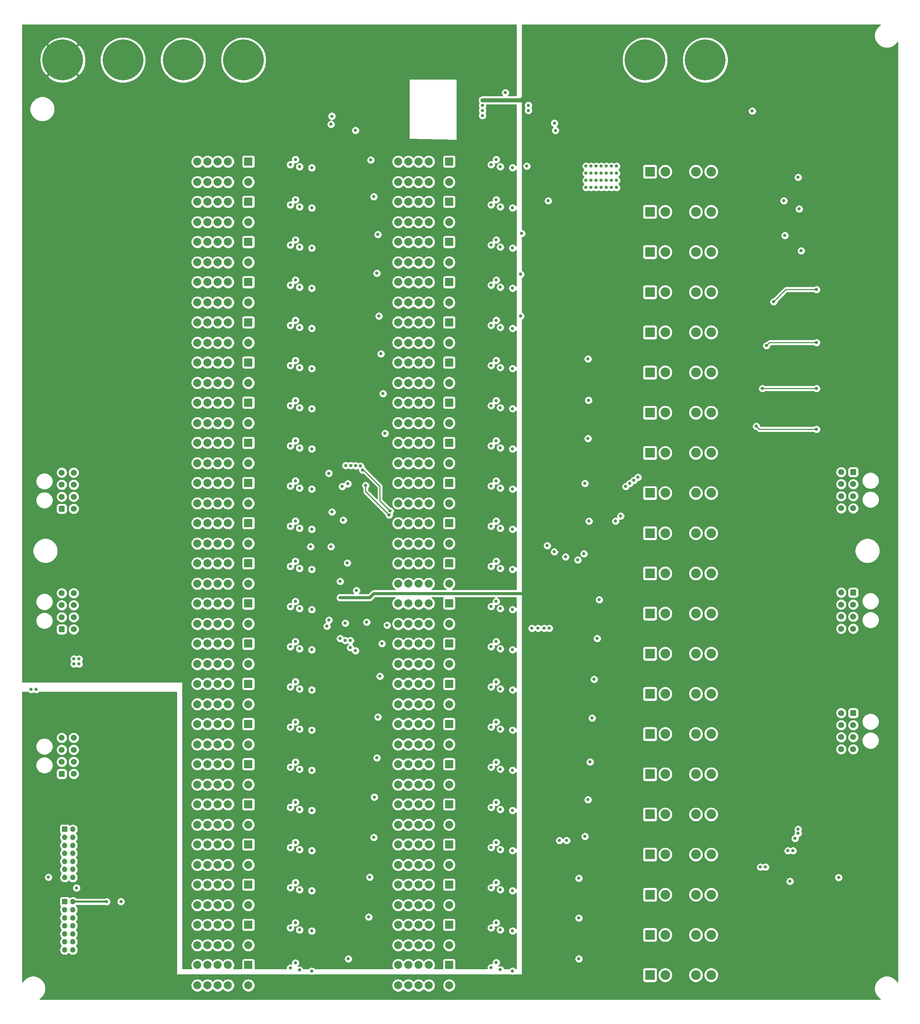
<source format=gbr>
G04 #@! TF.GenerationSoftware,KiCad,Pcbnew,(5.1.6)-1*
G04 #@! TF.CreationDate,2020-08-14T20:26:49-07:00*
G04 #@! TF.ProjectId,relayBoard,72656c61-7942-46f6-9172-642e6b696361,rev?*
G04 #@! TF.SameCoordinates,Original*
G04 #@! TF.FileFunction,Copper,L2,Inr*
G04 #@! TF.FilePolarity,Positive*
%FSLAX46Y46*%
G04 Gerber Fmt 4.6, Leading zero omitted, Abs format (unit mm)*
G04 Created by KiCad (PCBNEW (5.1.6)-1) date 2020-08-14 20:26:49*
%MOMM*%
%LPD*%
G01*
G04 APERTURE LIST*
G04 #@! TA.AperFunction,ViaPad*
%ADD10C,1.500000*%
G04 #@! TD*
G04 #@! TA.AperFunction,ViaPad*
%ADD11C,2.000000*%
G04 #@! TD*
G04 #@! TA.AperFunction,ViaPad*
%ADD12R,2.000000X2.000000*%
G04 #@! TD*
G04 #@! TA.AperFunction,ViaPad*
%ADD13C,2.420000*%
G04 #@! TD*
G04 #@! TA.AperFunction,ViaPad*
%ADD14R,2.420000X2.420000*%
G04 #@! TD*
G04 #@! TA.AperFunction,ViaPad*
%ADD15O,1.350000X1.350000*%
G04 #@! TD*
G04 #@! TA.AperFunction,ViaPad*
%ADD16R,1.350000X1.350000*%
G04 #@! TD*
G04 #@! TA.AperFunction,ViaPad*
%ADD17C,10.160000*%
G04 #@! TD*
G04 #@! TA.AperFunction,ViaPad*
%ADD18C,0.800000*%
G04 #@! TD*
G04 #@! TA.AperFunction,Conductor*
%ADD19C,1.000000*%
G04 #@! TD*
G04 #@! TA.AperFunction,Conductor*
%ADD20C,0.750000*%
G04 #@! TD*
G04 #@! TA.AperFunction,Conductor*
%ADD21C,0.500000*%
G04 #@! TD*
G04 #@! TA.AperFunction,Conductor*
%ADD22C,0.250000*%
G04 #@! TD*
G04 #@! TA.AperFunction,Conductor*
%ADD23C,0.254000*%
G04 #@! TD*
G04 APERTURE END LIST*
D10*
X28908000Y-82440000D03*
X28908000Y-85440000D03*
X28908000Y-88440000D03*
X28908000Y-91440000D03*
X25908000Y-82440000D03*
X25908000Y-85440000D03*
X25908000Y-88440000D03*
G04 #@! TA.AperFunction,ViaPad*
G36*
G01*
X26408000Y-92190000D02*
X25408000Y-92190000D01*
G75*
G02*
X25158000Y-91940000I0J250000D01*
G01*
X25158000Y-90940000D01*
G75*
G02*
X25408000Y-90690000I250000J0D01*
G01*
X26408000Y-90690000D01*
G75*
G02*
X26658000Y-90940000I0J-250000D01*
G01*
X26658000Y-91940000D01*
G75*
G02*
X26408000Y-92190000I-250000J0D01*
G01*
G37*
G04 #@! TD.AperFunction*
D11*
X59690000Y19914000D03*
X59690000Y24994000D03*
X62230000Y24994000D03*
X62230000Y19914000D03*
X67310000Y24994000D03*
D12*
X72390000Y24994000D03*
D11*
X67310000Y19914000D03*
X72390000Y19914000D03*
X64770000Y24994000D03*
X64770000Y19914000D03*
X59690000Y9914000D03*
X59690000Y14994000D03*
X62230000Y14994000D03*
X62230000Y9914000D03*
X67310000Y14994000D03*
D12*
X72390000Y14994000D03*
D11*
X67310000Y9914000D03*
X72390000Y9914000D03*
X64770000Y14994000D03*
X64770000Y9914000D03*
X59690000Y-86000D03*
X59690000Y4994000D03*
X62230000Y4994000D03*
X62230000Y-86000D03*
X67310000Y4994000D03*
D12*
X72390000Y4994000D03*
D11*
X67310000Y-86000D03*
X72390000Y-86000D03*
X64770000Y4994000D03*
X64770000Y-86000D03*
X59690000Y-10086000D03*
X59690000Y-5006000D03*
X62230000Y-5006000D03*
X62230000Y-10086000D03*
X67310000Y-5006000D03*
D12*
X72390000Y-5006000D03*
D11*
X67310000Y-10086000D03*
X72390000Y-10086000D03*
X64770000Y-5006000D03*
X64770000Y-10086000D03*
X59690000Y-20086000D03*
X59690000Y-15006000D03*
X62230000Y-15006000D03*
X62230000Y-20086000D03*
X67310000Y-15006000D03*
D12*
X72390000Y-15006000D03*
D11*
X67310000Y-20086000D03*
X72390000Y-20086000D03*
X64770000Y-15006000D03*
X64770000Y-20086000D03*
X59690000Y-30086000D03*
X59690000Y-25006000D03*
X62230000Y-25006000D03*
X62230000Y-30086000D03*
X67310000Y-25006000D03*
D12*
X72390000Y-25006000D03*
D11*
X67310000Y-30086000D03*
X72390000Y-30086000D03*
X64770000Y-25006000D03*
X64770000Y-30086000D03*
X59690000Y-40086000D03*
X59690000Y-35006000D03*
X62230000Y-35006000D03*
X62230000Y-40086000D03*
X67310000Y-35006000D03*
D12*
X72390000Y-35006000D03*
D11*
X67310000Y-40086000D03*
X72390000Y-40086000D03*
X64770000Y-35006000D03*
X64770000Y-40086000D03*
X59690000Y-50086000D03*
X59690000Y-45006000D03*
X62230000Y-45006000D03*
X62230000Y-50086000D03*
X67310000Y-45006000D03*
D12*
X72390000Y-45006000D03*
D11*
X67310000Y-50086000D03*
X72390000Y-50086000D03*
X64770000Y-45006000D03*
X64770000Y-50086000D03*
X59690000Y-60086000D03*
X59690000Y-55006000D03*
X62230000Y-55006000D03*
X62230000Y-60086000D03*
X67310000Y-55006000D03*
D12*
X72390000Y-55006000D03*
D11*
X67310000Y-60086000D03*
X72390000Y-60086000D03*
X64770000Y-55006000D03*
X64770000Y-60086000D03*
X59690000Y-70086000D03*
X59690000Y-65006000D03*
X62230000Y-65006000D03*
X62230000Y-70086000D03*
X67310000Y-65006000D03*
D12*
X72390000Y-65006000D03*
D11*
X67310000Y-70086000D03*
X72390000Y-70086000D03*
X64770000Y-65006000D03*
X64770000Y-70086000D03*
X59690000Y-80086000D03*
X59690000Y-75006000D03*
X62230000Y-75006000D03*
X62230000Y-80086000D03*
X67310000Y-75006000D03*
D12*
X72390000Y-75006000D03*
D11*
X67310000Y-80086000D03*
X72390000Y-80086000D03*
X64770000Y-75006000D03*
X64770000Y-80086000D03*
X59690000Y-90086000D03*
X59690000Y-85006000D03*
X62230000Y-85006000D03*
X62230000Y-90086000D03*
X67310000Y-85006000D03*
D12*
X72390000Y-85006000D03*
D11*
X67310000Y-90086000D03*
X72390000Y-90086000D03*
X64770000Y-85006000D03*
X64770000Y-90086000D03*
X59690000Y-100086000D03*
X59690000Y-95006000D03*
X62230000Y-95006000D03*
X62230000Y-100086000D03*
X67310000Y-95006000D03*
D12*
X72390000Y-95006000D03*
D11*
X67310000Y-100086000D03*
X72390000Y-100086000D03*
X64770000Y-95006000D03*
X64770000Y-100086000D03*
X59690000Y-110086000D03*
X59690000Y-105006000D03*
X62230000Y-105006000D03*
X62230000Y-110086000D03*
X67310000Y-105006000D03*
D12*
X72390000Y-105006000D03*
D11*
X67310000Y-110086000D03*
X72390000Y-110086000D03*
X64770000Y-105006000D03*
X64770000Y-110086000D03*
X59690000Y-120086000D03*
X59690000Y-115006000D03*
X62230000Y-115006000D03*
X62230000Y-120086000D03*
X67310000Y-115006000D03*
D12*
X72390000Y-115006000D03*
D11*
X67310000Y-120086000D03*
X72390000Y-120086000D03*
X64770000Y-115006000D03*
X64770000Y-120086000D03*
X59690000Y-130086000D03*
X59690000Y-125006000D03*
X62230000Y-125006000D03*
X62230000Y-130086000D03*
X67310000Y-125006000D03*
D12*
X72390000Y-125006000D03*
D11*
X67310000Y-130086000D03*
X72390000Y-130086000D03*
X64770000Y-125006000D03*
X64770000Y-130086000D03*
X59690000Y-140086000D03*
X59690000Y-135006000D03*
X62230000Y-135006000D03*
X62230000Y-140086000D03*
X67310000Y-135006000D03*
D12*
X72390000Y-135006000D03*
D11*
X67310000Y-140086000D03*
X72390000Y-140086000D03*
X64770000Y-135006000D03*
X64770000Y-140086000D03*
X59690000Y-150086000D03*
X59690000Y-145006000D03*
X62230000Y-145006000D03*
X62230000Y-150086000D03*
X67310000Y-145006000D03*
D12*
X72390000Y-145006000D03*
D11*
X67310000Y-150086000D03*
X72390000Y-150086000D03*
X64770000Y-145006000D03*
X64770000Y-150086000D03*
X59690000Y-160086000D03*
X59690000Y-155006000D03*
X62230000Y-155006000D03*
X62230000Y-160086000D03*
X67310000Y-155006000D03*
D12*
X72390000Y-155006000D03*
D11*
X67310000Y-160086000D03*
X72390000Y-160086000D03*
X64770000Y-155006000D03*
X64770000Y-160086000D03*
X59690000Y-170086000D03*
X59690000Y-165006000D03*
X62230000Y-165006000D03*
X62230000Y-170086000D03*
X67310000Y-165006000D03*
D12*
X72390000Y-165006000D03*
D11*
X67310000Y-170086000D03*
X72390000Y-170086000D03*
X64770000Y-165006000D03*
X64770000Y-170086000D03*
X59690000Y-180086000D03*
X59690000Y-175006000D03*
X62230000Y-175006000D03*
X62230000Y-180086000D03*
X67310000Y-175006000D03*
D12*
X72390000Y-175006000D03*
D11*
X67310000Y-180086000D03*
X72390000Y-180086000D03*
X64770000Y-175006000D03*
X64770000Y-180086000D03*
X109690000Y19914000D03*
X109690000Y24994000D03*
X112230000Y24994000D03*
X112230000Y19914000D03*
X117310000Y24994000D03*
D12*
X122390000Y24994000D03*
D11*
X117310000Y19914000D03*
X122390000Y19914000D03*
X114770000Y24994000D03*
X114770000Y19914000D03*
X109690000Y9914000D03*
X109690000Y14994000D03*
X112230000Y14994000D03*
X112230000Y9914000D03*
X117310000Y14994000D03*
D12*
X122390000Y14994000D03*
D11*
X117310000Y9914000D03*
X122390000Y9914000D03*
X114770000Y14994000D03*
X114770000Y9914000D03*
X109690000Y-86000D03*
X109690000Y4994000D03*
X112230000Y4994000D03*
X112230000Y-86000D03*
X117310000Y4994000D03*
D12*
X122390000Y4994000D03*
D11*
X117310000Y-86000D03*
X122390000Y-86000D03*
X114770000Y4994000D03*
X114770000Y-86000D03*
X109690000Y-10086000D03*
X109690000Y-5006000D03*
X112230000Y-5006000D03*
X112230000Y-10086000D03*
X117310000Y-5006000D03*
D12*
X122390000Y-5006000D03*
D11*
X117310000Y-10086000D03*
X122390000Y-10086000D03*
X114770000Y-5006000D03*
X114770000Y-10086000D03*
X109690000Y-20086000D03*
X109690000Y-15006000D03*
X112230000Y-15006000D03*
X112230000Y-20086000D03*
X117310000Y-15006000D03*
D12*
X122390000Y-15006000D03*
D11*
X117310000Y-20086000D03*
X122390000Y-20086000D03*
X114770000Y-15006000D03*
X114770000Y-20086000D03*
X109690000Y-30086000D03*
X109690000Y-25006000D03*
X112230000Y-25006000D03*
X112230000Y-30086000D03*
X117310000Y-25006000D03*
D12*
X122390000Y-25006000D03*
D11*
X117310000Y-30086000D03*
X122390000Y-30086000D03*
X114770000Y-25006000D03*
X114770000Y-30086000D03*
X109690000Y-40086000D03*
X109690000Y-35006000D03*
X112230000Y-35006000D03*
X112230000Y-40086000D03*
X117310000Y-35006000D03*
D12*
X122390000Y-35006000D03*
D11*
X117310000Y-40086000D03*
X122390000Y-40086000D03*
X114770000Y-35006000D03*
X114770000Y-40086000D03*
X109690000Y-50086000D03*
X109690000Y-45006000D03*
X112230000Y-45006000D03*
X112230000Y-50086000D03*
X117310000Y-45006000D03*
D12*
X122390000Y-45006000D03*
D11*
X117310000Y-50086000D03*
X122390000Y-50086000D03*
X114770000Y-45006000D03*
X114770000Y-50086000D03*
X109690000Y-60086000D03*
X109690000Y-55006000D03*
X112230000Y-55006000D03*
X112230000Y-60086000D03*
X117310000Y-55006000D03*
D12*
X122390000Y-55006000D03*
D11*
X117310000Y-60086000D03*
X122390000Y-60086000D03*
X114770000Y-55006000D03*
X114770000Y-60086000D03*
X109690000Y-70086000D03*
X109690000Y-65006000D03*
X112230000Y-65006000D03*
X112230000Y-70086000D03*
X117310000Y-65006000D03*
D12*
X122390000Y-65006000D03*
D11*
X117310000Y-70086000D03*
X122390000Y-70086000D03*
X114770000Y-65006000D03*
X114770000Y-70086000D03*
X109690000Y-80086000D03*
X109690000Y-75006000D03*
X112230000Y-75006000D03*
X112230000Y-80086000D03*
X117310000Y-75006000D03*
D12*
X122390000Y-75006000D03*
D11*
X117310000Y-80086000D03*
X122390000Y-80086000D03*
X114770000Y-75006000D03*
X114770000Y-80086000D03*
X109690000Y-90086000D03*
X109690000Y-85006000D03*
X112230000Y-85006000D03*
X112230000Y-90086000D03*
X117310000Y-85006000D03*
D12*
X122390000Y-85006000D03*
D11*
X117310000Y-90086000D03*
X122390000Y-90086000D03*
X114770000Y-85006000D03*
X114770000Y-90086000D03*
X109690000Y-100086000D03*
X109690000Y-95006000D03*
X112230000Y-95006000D03*
X112230000Y-100086000D03*
X117310000Y-95006000D03*
D12*
X122390000Y-95006000D03*
D11*
X117310000Y-100086000D03*
X122390000Y-100086000D03*
X114770000Y-95006000D03*
X114770000Y-100086000D03*
X109690000Y-110086000D03*
X109690000Y-105006000D03*
X112230000Y-105006000D03*
X112230000Y-110086000D03*
X117310000Y-105006000D03*
D12*
X122390000Y-105006000D03*
D11*
X117310000Y-110086000D03*
X122390000Y-110086000D03*
X114770000Y-105006000D03*
X114770000Y-110086000D03*
X109690000Y-120086000D03*
X109690000Y-115006000D03*
X112230000Y-115006000D03*
X112230000Y-120086000D03*
X117310000Y-115006000D03*
D12*
X122390000Y-115006000D03*
D11*
X117310000Y-120086000D03*
X122390000Y-120086000D03*
X114770000Y-115006000D03*
X114770000Y-120086000D03*
X109690000Y-130086000D03*
X109690000Y-125006000D03*
X112230000Y-125006000D03*
X112230000Y-130086000D03*
X117310000Y-125006000D03*
D12*
X122390000Y-125006000D03*
D11*
X117310000Y-130086000D03*
X122390000Y-130086000D03*
X114770000Y-125006000D03*
X114770000Y-130086000D03*
X109690000Y-140086000D03*
X109690000Y-135006000D03*
X112230000Y-135006000D03*
X112230000Y-140086000D03*
X117310000Y-135006000D03*
D12*
X122390000Y-135006000D03*
D11*
X117310000Y-140086000D03*
X122390000Y-140086000D03*
X114770000Y-135006000D03*
X114770000Y-140086000D03*
X109690000Y-150086000D03*
X109690000Y-145006000D03*
X112230000Y-145006000D03*
X112230000Y-150086000D03*
X117310000Y-145006000D03*
D12*
X122390000Y-145006000D03*
D11*
X117310000Y-150086000D03*
X122390000Y-150086000D03*
X114770000Y-145006000D03*
X114770000Y-150086000D03*
X109690000Y-160086000D03*
X109690000Y-155006000D03*
X112230000Y-155006000D03*
X112230000Y-160086000D03*
X117310000Y-155006000D03*
D12*
X122390000Y-155006000D03*
D11*
X117310000Y-160086000D03*
X122390000Y-160086000D03*
X114770000Y-155006000D03*
X114770000Y-160086000D03*
X109690000Y-170086000D03*
X109690000Y-165006000D03*
X112230000Y-165006000D03*
X112230000Y-170086000D03*
X117310000Y-165006000D03*
D12*
X122390000Y-165006000D03*
D11*
X117310000Y-170086000D03*
X122390000Y-170086000D03*
X114770000Y-165006000D03*
X114770000Y-170086000D03*
X109690000Y-180086000D03*
X109690000Y-175006000D03*
X112230000Y-175006000D03*
X112230000Y-180086000D03*
X117310000Y-175006000D03*
D12*
X122390000Y-175006000D03*
D11*
X117310000Y-180086000D03*
X122390000Y-180086000D03*
X114770000Y-175006000D03*
X114770000Y-180086000D03*
D13*
X187630000Y22494000D03*
X183820000Y22494000D03*
X176200000Y22494000D03*
D14*
X172390000Y22494000D03*
D13*
X187630000Y12494000D03*
X183820000Y12494000D03*
X176200000Y12494000D03*
D14*
X172390000Y12494000D03*
D13*
X187630000Y2494000D03*
X183820000Y2494000D03*
X176200000Y2494000D03*
D14*
X172390000Y2494000D03*
D13*
X187630000Y-7506000D03*
X183820000Y-7506000D03*
X176200000Y-7506000D03*
D14*
X172390000Y-7506000D03*
D13*
X187630000Y-17506000D03*
X183820000Y-17506000D03*
X176200000Y-17506000D03*
D14*
X172390000Y-17506000D03*
D13*
X187630000Y-27506000D03*
X183820000Y-27506000D03*
X176200000Y-27506000D03*
D14*
X172390000Y-27506000D03*
D13*
X187630000Y-37506000D03*
X183820000Y-37506000D03*
X176200000Y-37506000D03*
D14*
X172390000Y-37506000D03*
D13*
X187630000Y-47506000D03*
X183820000Y-47506000D03*
X176200000Y-47506000D03*
D14*
X172390000Y-47506000D03*
D13*
X187630000Y-57506000D03*
X183820000Y-57506000D03*
X176200000Y-57506000D03*
D14*
X172390000Y-57506000D03*
D13*
X187630000Y-67506000D03*
X183820000Y-67506000D03*
X176200000Y-67506000D03*
D14*
X172390000Y-67506000D03*
D13*
X187630000Y-77506000D03*
X183820000Y-77506000D03*
X176200000Y-77506000D03*
D14*
X172390000Y-77506000D03*
D13*
X187630000Y-87506000D03*
X183820000Y-87506000D03*
X176200000Y-87506000D03*
D14*
X172390000Y-87506000D03*
D13*
X187630000Y-97506000D03*
X183820000Y-97506000D03*
X176200000Y-97506000D03*
D14*
X172390000Y-97506000D03*
D13*
X187630000Y-107506000D03*
X183820000Y-107506000D03*
X176200000Y-107506000D03*
D14*
X172390000Y-107506000D03*
D13*
X187630000Y-117506000D03*
X183820000Y-117506000D03*
X176200000Y-117506000D03*
D14*
X172390000Y-117506000D03*
D13*
X187630000Y-127506000D03*
X183820000Y-127506000D03*
X176200000Y-127506000D03*
D14*
X172390000Y-127506000D03*
D13*
X187630000Y-137506000D03*
X183820000Y-137506000D03*
X176200000Y-137506000D03*
D14*
X172390000Y-137506000D03*
D13*
X187630000Y-147506000D03*
X183820000Y-147506000D03*
X176200000Y-147506000D03*
D14*
X172390000Y-147506000D03*
D13*
X187630000Y-157506000D03*
X183820000Y-157506000D03*
X176200000Y-157506000D03*
D14*
X172390000Y-157506000D03*
D13*
X187630000Y-167506000D03*
X183820000Y-167506000D03*
X176200000Y-167506000D03*
D14*
X172390000Y-167506000D03*
D13*
X187630000Y-177506000D03*
X183820000Y-177506000D03*
X176200000Y-177506000D03*
D14*
X172390000Y-177506000D03*
D15*
X28670000Y-153224000D03*
X26670000Y-153224000D03*
X28670000Y-151224000D03*
X26670000Y-151224000D03*
X28670000Y-149224000D03*
X26670000Y-149224000D03*
X28670000Y-147224000D03*
X26670000Y-147224000D03*
X28670000Y-145224000D03*
X26670000Y-145224000D03*
X28670000Y-143224000D03*
X26670000Y-143224000D03*
X28670000Y-141224000D03*
D16*
X26670000Y-141224000D03*
D15*
X28670000Y-171258000D03*
X26670000Y-171258000D03*
X28670000Y-169258000D03*
X26670000Y-169258000D03*
X28670000Y-167258000D03*
X26670000Y-167258000D03*
X28670000Y-165258000D03*
X26670000Y-165258000D03*
X28670000Y-163258000D03*
X26670000Y-163258000D03*
X28670000Y-161258000D03*
X26670000Y-161258000D03*
X28670000Y-159258000D03*
D16*
X26670000Y-159258000D03*
D10*
X220012000Y-61296000D03*
X220012000Y-58296000D03*
X220012000Y-55296000D03*
X220012000Y-52296000D03*
X223012000Y-61296000D03*
X223012000Y-58296000D03*
X223012000Y-55296000D03*
G04 #@! TA.AperFunction,ViaPad*
G36*
G01*
X222512000Y-51546000D02*
X223512000Y-51546000D01*
G75*
G02*
X223762000Y-51796000I0J-250000D01*
G01*
X223762000Y-52796000D01*
G75*
G02*
X223512000Y-53046000I-250000J0D01*
G01*
X222512000Y-53046000D01*
G75*
G02*
X222262000Y-52796000I0J250000D01*
G01*
X222262000Y-51796000D01*
G75*
G02*
X222512000Y-51546000I250000J0D01*
G01*
G37*
G04 #@! TD.AperFunction*
X220012000Y-91296000D03*
X220012000Y-88296000D03*
X220012000Y-85296000D03*
X220012000Y-82296000D03*
X223012000Y-91296000D03*
X223012000Y-88296000D03*
X223012000Y-85296000D03*
G04 #@! TA.AperFunction,ViaPad*
G36*
G01*
X222512000Y-81546000D02*
X223512000Y-81546000D01*
G75*
G02*
X223762000Y-81796000I0J-250000D01*
G01*
X223762000Y-82796000D01*
G75*
G02*
X223512000Y-83046000I-250000J0D01*
G01*
X222512000Y-83046000D01*
G75*
G02*
X222262000Y-82796000I0J250000D01*
G01*
X222262000Y-81796000D01*
G75*
G02*
X222512000Y-81546000I250000J0D01*
G01*
G37*
G04 #@! TD.AperFunction*
X220012000Y-121296000D03*
X220012000Y-118296000D03*
X220012000Y-115296000D03*
X220012000Y-112296000D03*
X223012000Y-121296000D03*
X223012000Y-118296000D03*
X223012000Y-115296000D03*
G04 #@! TA.AperFunction,ViaPad*
G36*
G01*
X222512000Y-111546000D02*
X223512000Y-111546000D01*
G75*
G02*
X223762000Y-111796000I0J-250000D01*
G01*
X223762000Y-112796000D01*
G75*
G02*
X223512000Y-113046000I-250000J0D01*
G01*
X222512000Y-113046000D01*
G75*
G02*
X222262000Y-112796000I0J250000D01*
G01*
X222262000Y-111796000D01*
G75*
G02*
X222512000Y-111546000I250000J0D01*
G01*
G37*
G04 #@! TD.AperFunction*
X28908000Y-52440000D03*
X28908000Y-55440000D03*
X28908000Y-58440000D03*
X28908000Y-61440000D03*
X25908000Y-52440000D03*
X25908000Y-55440000D03*
X25908000Y-58440000D03*
G04 #@! TA.AperFunction,ViaPad*
G36*
G01*
X26408000Y-62190000D02*
X25408000Y-62190000D01*
G75*
G02*
X25158000Y-61940000I0J250000D01*
G01*
X25158000Y-60940000D01*
G75*
G02*
X25408000Y-60690000I250000J0D01*
G01*
X26408000Y-60690000D01*
G75*
G02*
X26658000Y-60940000I0J-250000D01*
G01*
X26658000Y-61940000D01*
G75*
G02*
X26408000Y-62190000I-250000J0D01*
G01*
G37*
G04 #@! TD.AperFunction*
X28908000Y-118440000D03*
X28908000Y-121440000D03*
X28908000Y-124440000D03*
X28908000Y-127440000D03*
X25908000Y-118440000D03*
X25908000Y-121440000D03*
X25908000Y-124440000D03*
G04 #@! TA.AperFunction,ViaPad*
G36*
G01*
X26408000Y-128190000D02*
X25408000Y-128190000D01*
G75*
G02*
X25158000Y-127940000I0J250000D01*
G01*
X25158000Y-126940000D01*
G75*
G02*
X25408000Y-126690000I250000J0D01*
G01*
X26408000Y-126690000D01*
G75*
G02*
X26658000Y-126940000I0J-250000D01*
G01*
X26658000Y-127940000D01*
G75*
G02*
X26408000Y-128190000I-250000J0D01*
G01*
G37*
G04 #@! TD.AperFunction*
D17*
X186162000Y50292000D03*
X171162000Y50292000D03*
X41162000Y50292000D03*
X26162000Y50292000D03*
X71162000Y50292000D03*
X56162000Y50292000D03*
D18*
X92964000Y34290000D03*
X99060000Y32766000D03*
X28956000Y-98806000D03*
X30226000Y-98806000D03*
X28956000Y-100076000D03*
X30226000Y-100076000D03*
X18288000Y-106426000D03*
X19558000Y-106426000D03*
X134112000Y-174404000D03*
X132842000Y-175674000D03*
X135128000Y-176182000D03*
X132842000Y-165768000D03*
X134112000Y-164498000D03*
X135128000Y-166276000D03*
X132842000Y-155768000D03*
X134112000Y-154498000D03*
X135128000Y-156276000D03*
X132842000Y-145768000D03*
X134112000Y-144498000D03*
X135128000Y-146276000D03*
X132842000Y-135768000D03*
X134112000Y-134498000D03*
X135128000Y-136276000D03*
X132842000Y-125768000D03*
X134112000Y-124498000D03*
X135128000Y-126276000D03*
X132842000Y-115768000D03*
X134112000Y-114498000D03*
X135128000Y-116276000D03*
X132842000Y-105768000D03*
X134112000Y-104498000D03*
X135128000Y-106276000D03*
X132842000Y-95768000D03*
X134112000Y-94498000D03*
X135128000Y-96276000D03*
X132842000Y-85768000D03*
X134112000Y-84498000D03*
X135128000Y-86276000D03*
X132842000Y-75768000D03*
X134112000Y-74498000D03*
X135128000Y-76276000D03*
X132842000Y-65768000D03*
X134112000Y-64498000D03*
X135128000Y-66276000D03*
X132842000Y-55768000D03*
X134112000Y-54498000D03*
X135128000Y-56276000D03*
X132842000Y-45768000D03*
X134112000Y-44498000D03*
X135128000Y-46276000D03*
X132842000Y-35768000D03*
X134112000Y-34498000D03*
X135128000Y-36276000D03*
X132842000Y-25768000D03*
X134112000Y-24498000D03*
X135128000Y-26276000D03*
X132842000Y-15768000D03*
X134112000Y-14498000D03*
X135128000Y-16276000D03*
X132842000Y-5768000D03*
X134112000Y-4498000D03*
X135128000Y-6276000D03*
X132842000Y4232000D03*
X134112000Y5502000D03*
X135128000Y3724000D03*
X132842000Y14232000D03*
X134112000Y15502000D03*
X135128000Y13724000D03*
X132842000Y24232000D03*
X134112000Y25502000D03*
X135128000Y23724000D03*
X82842000Y-175768000D03*
X84112000Y-174498000D03*
X85128000Y-176276000D03*
X82842000Y-165768000D03*
X84112000Y-164498000D03*
X85128000Y-166276000D03*
X82842000Y-155768000D03*
X84112000Y-154498000D03*
X85128000Y-156276000D03*
X82842000Y-145768000D03*
X84112000Y-144498000D03*
X85128000Y-146276000D03*
X82842000Y-135768000D03*
X84112000Y-134498000D03*
X85128000Y-136276000D03*
X82842000Y-125768000D03*
X84112000Y-124498000D03*
X85128000Y-126276000D03*
X82842000Y-115768000D03*
X84112000Y-114498000D03*
X85128000Y-116276000D03*
X82842000Y-105768000D03*
X84112000Y-104498000D03*
X85128000Y-106276000D03*
X82842000Y-95768000D03*
X84112000Y-94498000D03*
X85128000Y-96276000D03*
X82842000Y-85768000D03*
X84112000Y-84498000D03*
X85128000Y-86276000D03*
X82842000Y-75768000D03*
X84112000Y-74498000D03*
X85128000Y-76276000D03*
X82842000Y-65768000D03*
X84112000Y-64498000D03*
X85128000Y-66276000D03*
X82842000Y-55768000D03*
X84112000Y-54498000D03*
X85128000Y-56276000D03*
X82842000Y-45768000D03*
X84112000Y-44498000D03*
X85128000Y-46276000D03*
X82842000Y-35768000D03*
X84112000Y-34498000D03*
X85128000Y-36276000D03*
X82842000Y-25768000D03*
X84112000Y-24498000D03*
X85128000Y-26276000D03*
X82842000Y-15768000D03*
X84112000Y-14498000D03*
X85128000Y-16276000D03*
X82842000Y-5768000D03*
X84112000Y-4498000D03*
X85128000Y-6276000D03*
X82842000Y4232000D03*
X84112000Y5502000D03*
X85128000Y3724000D03*
X82842000Y14232000D03*
X84112000Y15502000D03*
X85128000Y13724000D03*
X82842000Y24232000D03*
X84112000Y25502000D03*
X85128000Y23724000D03*
X130683000Y37719000D03*
X130683000Y36449000D03*
X93192500Y36296500D03*
X136398000Y42164000D03*
X146812000Y-70612000D03*
X101854000Y-89662000D03*
X96520000Y-89916000D03*
X219380000Y-153238000D03*
X207264000Y-154178000D03*
X208534000Y-143510000D03*
X154432000Y-74168000D03*
X95250000Y-79502000D03*
X92430500Y-52603500D03*
X93218000Y-62230000D03*
X97181000Y-55219000D03*
X40665400Y-159232600D03*
X138176000Y-76530000D03*
X155956000Y-72644000D03*
X138176000Y-66530000D03*
X157226000Y-64516000D03*
X138176000Y-56530000D03*
X156210000Y-55118000D03*
X138176000Y-46530000D03*
X156972000Y-43942000D03*
X138176000Y-36530000D03*
X157099000Y-34417000D03*
X138176000Y-26530000D03*
X156972000Y-24130000D03*
X138176000Y-16530000D03*
X95250000Y-93726000D03*
X106934000Y-90424000D03*
X140208000Y-13462000D03*
X138176000Y-6530000D03*
X96520000Y-94234000D03*
X143002000Y-91186000D03*
X140208000Y-3048000D03*
X138176000Y3470000D03*
X97790000Y-94234000D03*
X144526000Y-91186000D03*
X140462000Y7112000D03*
X138176000Y13470000D03*
X97790000Y-96012000D03*
X147066000Y15240000D03*
X146050000Y-91186000D03*
X138176000Y-86530000D03*
X159766000Y-84074000D03*
X138176000Y-96530000D03*
X159258000Y-93726000D03*
X138176000Y-106530000D03*
X158496000Y-103886000D03*
X138176000Y-116530000D03*
X157988000Y-113538000D03*
X138176000Y-126530000D03*
X157480000Y-124460000D03*
X138176000Y-136530000D03*
X156972000Y-133858000D03*
X138176000Y-146530000D03*
X156210000Y-143002000D03*
X138176000Y-156530000D03*
X154686000Y-153416000D03*
X138176000Y-166530000D03*
X154686000Y-163322000D03*
X138176000Y-176530000D03*
X154686000Y-173482000D03*
X124968000Y-174244000D03*
X129794000Y-174244000D03*
X129794000Y-164244000D03*
X124968000Y-164244000D03*
X129794000Y-154244000D03*
X124968000Y-154244000D03*
X129794000Y-144244000D03*
X124968000Y-144244000D03*
X129794000Y-134244000D03*
X124968000Y-134244000D03*
X129794000Y-124244000D03*
X124968000Y-124244000D03*
X129794000Y-114244000D03*
X124968000Y-114244000D03*
X129794000Y-104244000D03*
X124968000Y-104244000D03*
X129794000Y-94244000D03*
X124968000Y-94244000D03*
X129794000Y-84244000D03*
X124968000Y-84244000D03*
X129794000Y-74244000D03*
X124968000Y-74244000D03*
X129794000Y-64244000D03*
X124968000Y-64244000D03*
X129794000Y-54244000D03*
X124968000Y-54244000D03*
X129794000Y-44244000D03*
X124968000Y-44244000D03*
X129794000Y-34244000D03*
X124968000Y-34244000D03*
X129794000Y-24244000D03*
X124968000Y-24244000D03*
X129794000Y-14244000D03*
X124968000Y-14244000D03*
X129794000Y-4244000D03*
X124968000Y-4244000D03*
X129794000Y5756000D03*
X124968000Y5756000D03*
X129794000Y15756000D03*
X124968000Y15756000D03*
X129794000Y25756000D03*
X124968000Y25756000D03*
X79794000Y-174244000D03*
X74968000Y-174244000D03*
X79794000Y-164244000D03*
X74968000Y-164244000D03*
X79794000Y-154244000D03*
X74968000Y-154244000D03*
X79794000Y-144244000D03*
X74968000Y-144244000D03*
X79794000Y-134244000D03*
X74968000Y-134244000D03*
X79794000Y-124244000D03*
X74968000Y-124244000D03*
X79794000Y-114244000D03*
X74968000Y-114244000D03*
X79794000Y-104244000D03*
X74968000Y-104244000D03*
X79794000Y-94244000D03*
X74968000Y-94244000D03*
X79794000Y-84244000D03*
X74968000Y-84244000D03*
X79794000Y-74244000D03*
X74968000Y-74244000D03*
X79794000Y-64244000D03*
X74968000Y-64244000D03*
X79794000Y-54244000D03*
X74968000Y-54244000D03*
X79794000Y-44244000D03*
X74968000Y-44244000D03*
X79794000Y-34244000D03*
X74968000Y-34244000D03*
X79794000Y-24244000D03*
X74968000Y-24244000D03*
X79794000Y-14244000D03*
X74968000Y-14244000D03*
X79794000Y-4244000D03*
X74968000Y-4244000D03*
X79794000Y5756000D03*
X74968000Y5756000D03*
X79794000Y15756000D03*
X74968000Y15756000D03*
X79794000Y25756000D03*
X74968000Y25756000D03*
X95582500Y44782500D03*
X92951250Y40144750D03*
X93345000Y37719000D03*
X109702600Y36601400D03*
X102362000Y45720000D03*
X18288000Y-100838000D03*
X19304000Y-100838000D03*
X20320000Y-100838000D03*
X18288000Y-101854000D03*
X19304000Y-101854000D03*
X20320000Y-101854000D03*
X149606000Y-71628000D03*
X23114000Y-110744000D03*
X24384000Y-110744000D03*
X25654000Y-110744000D03*
X26924000Y-110744000D03*
X26924000Y-112014000D03*
X24384000Y-112014000D03*
X23114000Y-112014000D03*
X25654000Y-112014000D03*
X197358000Y-178816000D03*
X193040000Y-178816000D03*
X197358000Y-168816000D03*
X193040000Y-168816000D03*
X197358000Y-158816000D03*
X193040000Y-158816000D03*
X197358000Y-148816000D03*
X193040000Y-148816000D03*
X197358000Y-138816000D03*
X193040000Y-138816000D03*
X197358000Y-128816000D03*
X193040000Y-128816000D03*
X197358000Y-118816000D03*
X193040000Y-118816000D03*
X197358000Y-108816000D03*
X193040000Y-108816000D03*
X197358000Y-98816000D03*
X193040000Y-98816000D03*
X197358000Y-88816000D03*
X193040000Y-88816000D03*
X197358000Y-78816000D03*
X193040000Y-78816000D03*
X197358000Y-68816000D03*
X193040000Y-68816000D03*
X197358000Y-58816000D03*
X193040000Y-58816000D03*
X197358000Y-48816000D03*
X193040000Y-48816000D03*
X197358000Y-38816000D03*
X193040000Y-38816000D03*
X197358000Y-28816000D03*
X193040000Y-28816000D03*
X197358000Y-18816000D03*
X193040000Y-18816000D03*
X197358000Y-8816000D03*
X193040000Y-8816000D03*
X197358000Y1184000D03*
X193040000Y1184000D03*
X197358000Y11184000D03*
X193040000Y11184000D03*
X197358000Y21184000D03*
X193040000Y21184000D03*
X130683000Y40259000D03*
X209296000Y-147574000D03*
X208534000Y-153670000D03*
X95231000Y-83547000D03*
X42545000Y-153289000D03*
X96774000Y-83566000D03*
X209296000Y-141224000D03*
X151638000Y-144018000D03*
X151384000Y-73406000D03*
X87884000Y-70866000D03*
X149860000Y-144018000D03*
X92456000Y-89154000D03*
X91948000Y-90678000D03*
X148590000Y-72136000D03*
X92964000Y-70866000D03*
X209296000Y-142240000D03*
X29591000Y-155829000D03*
X22606000Y-153162000D03*
X37084000Y-159258000D03*
X157734000Y20320000D03*
X160274000Y20320000D03*
X159004000Y20320000D03*
X156464000Y20320000D03*
X161544000Y18542000D03*
X159004000Y18542000D03*
X164084000Y18542000D03*
X160274000Y18542000D03*
X161544000Y20320000D03*
X162814000Y18542000D03*
X156464000Y18542000D03*
X164084000Y20320000D03*
X162814000Y20320000D03*
X157734000Y18542000D03*
X156464000Y23876000D03*
X157734000Y23876000D03*
X159004000Y23876000D03*
X160274000Y23876000D03*
X161544000Y23876000D03*
X162814000Y23876000D03*
X164084000Y23876000D03*
X164084000Y22098000D03*
X162814000Y22098000D03*
X161544000Y22098000D03*
X160274000Y22098000D03*
X159004000Y22098000D03*
X157734000Y22098000D03*
X156464000Y22098000D03*
X101600000Y-55626000D03*
X107442000Y-62992000D03*
X163830000Y-64516000D03*
X100838000Y-51816000D03*
X107696000Y-61976000D03*
X165100000Y-63246000D03*
X166370000Y-55880000D03*
X100330000Y-50800000D03*
X167386000Y-55118000D03*
X99131000Y-50729000D03*
X168402000Y-54356000D03*
X97917000Y-50673000D03*
X169418000Y-53594000D03*
X96647000Y-50673000D03*
X201168000Y-150622000D03*
X206756000Y-146558000D03*
X199898000Y-150622000D03*
X208026000Y-146558000D03*
X213868000Y-41656000D03*
X198882000Y-40894000D03*
X213868000Y-31496000D03*
X200406000Y-31496000D03*
X213868000Y-20066000D03*
X201422000Y-20828000D03*
X213868000Y-6858000D03*
X203200000Y-9906000D03*
X210058000Y2794000D03*
X205994000Y6604000D03*
X209550000Y13208000D03*
X205740000Y15240000D03*
X209296000Y21082000D03*
X138176000Y23470000D03*
X141732000Y23876000D03*
X99060000Y-96774000D03*
X147320000Y-91186000D03*
X88176000Y-176530000D03*
X97282000Y-173482000D03*
X88176000Y-166530000D03*
X102362000Y-163068000D03*
X88176000Y-156530000D03*
X102616000Y-153162000D03*
X88176000Y-146530000D03*
X103632000Y-143256000D03*
X88176000Y-136530000D03*
X103759000Y-133223000D03*
X88176000Y-126530000D03*
X104394000Y-123444000D03*
X88176000Y-116530000D03*
X104648000Y-113284000D03*
X88176000Y-106530000D03*
X105156000Y-103124000D03*
X88176000Y-96530000D03*
X105664000Y-94996000D03*
X88176000Y-86530000D03*
X99314000Y-81788000D03*
X88176000Y-76530000D03*
X97028000Y-74930000D03*
X88176000Y-66530000D03*
X96012000Y-64262000D03*
X88176000Y-56530000D03*
X95758000Y-55880000D03*
X88176000Y-46530000D03*
X106426000Y-42672000D03*
X88176000Y-36530000D03*
X105918000Y-32766000D03*
X88176000Y-26530000D03*
X105410000Y-22860000D03*
X88176000Y-16530000D03*
X104902000Y-13462000D03*
X88176000Y-6530000D03*
X104394000Y-2794000D03*
X88176000Y3470000D03*
X104648000Y6858000D03*
X88176000Y13470000D03*
X103632000Y16256000D03*
X88176000Y23470000D03*
X102870000Y25400000D03*
X130683000Y38989000D03*
X197866000Y37592000D03*
X142113000Y37719000D03*
X148869500Y32740500D03*
X148615500Y34569500D03*
X142113000Y38989000D03*
D19*
X130683000Y40259000D02*
X140335000Y40259000D01*
X140335000Y40259000D02*
X141986000Y41910000D01*
D20*
X96755000Y-83547000D02*
X96774000Y-83566000D01*
X95231000Y-83547000D02*
X96755000Y-83547000D01*
X96774000Y-83566000D02*
X102616000Y-83566000D01*
X102616000Y-83566000D02*
X103632000Y-82550000D01*
X103632000Y-82550000D02*
X140970000Y-82550000D01*
D21*
X37084000Y-159258000D02*
X28670000Y-159258000D01*
D22*
X101600000Y-55626000D02*
X101600000Y-57150000D01*
X101600000Y-57150000D02*
X107442000Y-62992000D01*
X107442000Y-62992000D02*
X107442000Y-62992000D01*
X100838000Y-51816000D02*
X101092000Y-51816000D01*
X101092000Y-51816000D02*
X105156000Y-55880000D01*
X105156000Y-55880000D02*
X105156000Y-59436000D01*
X105156000Y-59436000D02*
X107696000Y-61976000D01*
X107696000Y-61976000D02*
X107696000Y-61976000D01*
X183896000Y-157430000D02*
X183820000Y-157506000D01*
X213868000Y-41656000D02*
X199644000Y-41656000D01*
X199644000Y-41656000D02*
X198882000Y-40894000D01*
X198882000Y-40894000D02*
X198882000Y-40894000D01*
X213868000Y-31496000D02*
X200406000Y-31496000D01*
X200406000Y-31496000D02*
X200406000Y-31496000D01*
X213868000Y-20066000D02*
X202184000Y-20066000D01*
X202184000Y-20066000D02*
X201422000Y-20828000D01*
X201422000Y-20828000D02*
X201422000Y-20828000D01*
X213868000Y-6858000D02*
X206248000Y-6858000D01*
X206248000Y-6858000D02*
X203200000Y-9906000D01*
X203200000Y-9906000D02*
X203200000Y-9906000D01*
D23*
G36*
X139065000Y41386000D02*
G01*
X137072397Y41386000D01*
X137195723Y41509326D01*
X137308115Y41677533D01*
X137385533Y41864435D01*
X137425000Y42062849D01*
X137425000Y42265151D01*
X137385533Y42463565D01*
X137308115Y42650467D01*
X137195723Y42818674D01*
X137052674Y42961723D01*
X136884467Y43074115D01*
X136697565Y43151533D01*
X136499151Y43191000D01*
X136296849Y43191000D01*
X136098435Y43151533D01*
X135911533Y43074115D01*
X135743326Y42961723D01*
X135600277Y42818674D01*
X135487885Y42650467D01*
X135410467Y42463565D01*
X135371000Y42265151D01*
X135371000Y42062849D01*
X135410467Y41864435D01*
X135487885Y41677533D01*
X135600277Y41509326D01*
X135723603Y41386000D01*
X130627635Y41386000D01*
X130462069Y41369693D01*
X130249629Y41305250D01*
X130053843Y41200600D01*
X129882235Y41059765D01*
X129741400Y40888157D01*
X129636750Y40692371D01*
X129572307Y40479931D01*
X129550547Y40259000D01*
X129572307Y40038069D01*
X129636750Y39825629D01*
X129741400Y39629843D01*
X129815613Y39539414D01*
X129772885Y39475467D01*
X129695467Y39288565D01*
X129656000Y39090151D01*
X129656000Y38887849D01*
X129695467Y38689435D01*
X129772885Y38502533D01*
X129872131Y38354000D01*
X129772885Y38205467D01*
X129695467Y38018565D01*
X129656000Y37820151D01*
X129656000Y37617849D01*
X129695467Y37419435D01*
X129772885Y37232533D01*
X129872131Y37084000D01*
X129772885Y36935467D01*
X129695467Y36748565D01*
X129656000Y36550151D01*
X129656000Y36347849D01*
X129695467Y36149435D01*
X129772885Y35962533D01*
X129885277Y35794326D01*
X130028326Y35651277D01*
X130196533Y35538885D01*
X130383435Y35461467D01*
X130581849Y35422000D01*
X130784151Y35422000D01*
X130982565Y35461467D01*
X131169467Y35538885D01*
X131337674Y35651277D01*
X131480723Y35794326D01*
X131593115Y35962533D01*
X131670533Y36149435D01*
X131710000Y36347849D01*
X131710000Y36550151D01*
X131670533Y36748565D01*
X131593115Y36935467D01*
X131493869Y37084000D01*
X131593115Y37232533D01*
X131670533Y37419435D01*
X131710000Y37617849D01*
X131710000Y37820151D01*
X131670533Y38018565D01*
X131593115Y38205467D01*
X131493869Y38354000D01*
X131593115Y38502533D01*
X131670533Y38689435D01*
X131710000Y38887849D01*
X131710000Y39090151D01*
X131701676Y39132000D01*
X139065000Y39132000D01*
X139065000Y23988068D01*
X138973723Y24124674D01*
X138830674Y24267723D01*
X138662467Y24380115D01*
X138475565Y24457533D01*
X138277151Y24497000D01*
X138074849Y24497000D01*
X137876435Y24457533D01*
X137689533Y24380115D01*
X137521326Y24267723D01*
X137378277Y24124674D01*
X137265885Y23956467D01*
X137188467Y23769565D01*
X137149000Y23571151D01*
X137149000Y23368849D01*
X137188467Y23170435D01*
X137265885Y22983533D01*
X137378277Y22815326D01*
X137521326Y22672277D01*
X137689533Y22559885D01*
X137876435Y22482467D01*
X138074849Y22443000D01*
X138277151Y22443000D01*
X138475565Y22482467D01*
X138662467Y22559885D01*
X138830674Y22672277D01*
X138973723Y22815326D01*
X139065000Y22951932D01*
X139065000Y13988068D01*
X138973723Y14124674D01*
X138830674Y14267723D01*
X138662467Y14380115D01*
X138475565Y14457533D01*
X138277151Y14497000D01*
X138074849Y14497000D01*
X137876435Y14457533D01*
X137689533Y14380115D01*
X137521326Y14267723D01*
X137378277Y14124674D01*
X137265885Y13956467D01*
X137188467Y13769565D01*
X137149000Y13571151D01*
X137149000Y13368849D01*
X137188467Y13170435D01*
X137265885Y12983533D01*
X137378277Y12815326D01*
X137521326Y12672277D01*
X137689533Y12559885D01*
X137876435Y12482467D01*
X138074849Y12443000D01*
X138277151Y12443000D01*
X138475565Y12482467D01*
X138662467Y12559885D01*
X138830674Y12672277D01*
X138973723Y12815326D01*
X139065000Y12951932D01*
X139065000Y3988068D01*
X138973723Y4124674D01*
X138830674Y4267723D01*
X138662467Y4380115D01*
X138475565Y4457533D01*
X138277151Y4497000D01*
X138074849Y4497000D01*
X137876435Y4457533D01*
X137689533Y4380115D01*
X137521326Y4267723D01*
X137378277Y4124674D01*
X137265885Y3956467D01*
X137188467Y3769565D01*
X137149000Y3571151D01*
X137149000Y3368849D01*
X137188467Y3170435D01*
X137265885Y2983533D01*
X137378277Y2815326D01*
X137521326Y2672277D01*
X137689533Y2559885D01*
X137876435Y2482467D01*
X138074849Y2443000D01*
X138277151Y2443000D01*
X138475565Y2482467D01*
X138662467Y2559885D01*
X138830674Y2672277D01*
X138973723Y2815326D01*
X139065000Y2951932D01*
X139065000Y-6011932D01*
X138973723Y-5875326D01*
X138830674Y-5732277D01*
X138662467Y-5619885D01*
X138475565Y-5542467D01*
X138277151Y-5503000D01*
X138074849Y-5503000D01*
X137876435Y-5542467D01*
X137689533Y-5619885D01*
X137521326Y-5732277D01*
X137378277Y-5875326D01*
X137265885Y-6043533D01*
X137188467Y-6230435D01*
X137149000Y-6428849D01*
X137149000Y-6631151D01*
X137188467Y-6829565D01*
X137265885Y-7016467D01*
X137378277Y-7184674D01*
X137521326Y-7327723D01*
X137689533Y-7440115D01*
X137876435Y-7517533D01*
X138074849Y-7557000D01*
X138277151Y-7557000D01*
X138475565Y-7517533D01*
X138662467Y-7440115D01*
X138830674Y-7327723D01*
X138973723Y-7184674D01*
X139065000Y-7048068D01*
X139065000Y-16011932D01*
X138973723Y-15875326D01*
X138830674Y-15732277D01*
X138662467Y-15619885D01*
X138475565Y-15542467D01*
X138277151Y-15503000D01*
X138074849Y-15503000D01*
X137876435Y-15542467D01*
X137689533Y-15619885D01*
X137521326Y-15732277D01*
X137378277Y-15875326D01*
X137265885Y-16043533D01*
X137188467Y-16230435D01*
X137149000Y-16428849D01*
X137149000Y-16631151D01*
X137188467Y-16829565D01*
X137265885Y-17016467D01*
X137378277Y-17184674D01*
X137521326Y-17327723D01*
X137689533Y-17440115D01*
X137876435Y-17517533D01*
X138074849Y-17557000D01*
X138277151Y-17557000D01*
X138475565Y-17517533D01*
X138662467Y-17440115D01*
X138830674Y-17327723D01*
X138973723Y-17184674D01*
X139065000Y-17048068D01*
X139065000Y-26011932D01*
X138973723Y-25875326D01*
X138830674Y-25732277D01*
X138662467Y-25619885D01*
X138475565Y-25542467D01*
X138277151Y-25503000D01*
X138074849Y-25503000D01*
X137876435Y-25542467D01*
X137689533Y-25619885D01*
X137521326Y-25732277D01*
X137378277Y-25875326D01*
X137265885Y-26043533D01*
X137188467Y-26230435D01*
X137149000Y-26428849D01*
X137149000Y-26631151D01*
X137188467Y-26829565D01*
X137265885Y-27016467D01*
X137378277Y-27184674D01*
X137521326Y-27327723D01*
X137689533Y-27440115D01*
X137876435Y-27517533D01*
X138074849Y-27557000D01*
X138277151Y-27557000D01*
X138475565Y-27517533D01*
X138662467Y-27440115D01*
X138830674Y-27327723D01*
X138973723Y-27184674D01*
X139065000Y-27048068D01*
X139065000Y-36011932D01*
X138973723Y-35875326D01*
X138830674Y-35732277D01*
X138662467Y-35619885D01*
X138475565Y-35542467D01*
X138277151Y-35503000D01*
X138074849Y-35503000D01*
X137876435Y-35542467D01*
X137689533Y-35619885D01*
X137521326Y-35732277D01*
X137378277Y-35875326D01*
X137265885Y-36043533D01*
X137188467Y-36230435D01*
X137149000Y-36428849D01*
X137149000Y-36631151D01*
X137188467Y-36829565D01*
X137265885Y-37016467D01*
X137378277Y-37184674D01*
X137521326Y-37327723D01*
X137689533Y-37440115D01*
X137876435Y-37517533D01*
X138074849Y-37557000D01*
X138277151Y-37557000D01*
X138475565Y-37517533D01*
X138662467Y-37440115D01*
X138830674Y-37327723D01*
X138973723Y-37184674D01*
X139065000Y-37048068D01*
X139065000Y-46011932D01*
X138973723Y-45875326D01*
X138830674Y-45732277D01*
X138662467Y-45619885D01*
X138475565Y-45542467D01*
X138277151Y-45503000D01*
X138074849Y-45503000D01*
X137876435Y-45542467D01*
X137689533Y-45619885D01*
X137521326Y-45732277D01*
X137378277Y-45875326D01*
X137265885Y-46043533D01*
X137188467Y-46230435D01*
X137149000Y-46428849D01*
X137149000Y-46631151D01*
X137188467Y-46829565D01*
X137265885Y-47016467D01*
X137378277Y-47184674D01*
X137521326Y-47327723D01*
X137689533Y-47440115D01*
X137876435Y-47517533D01*
X138074849Y-47557000D01*
X138277151Y-47557000D01*
X138475565Y-47517533D01*
X138662467Y-47440115D01*
X138830674Y-47327723D01*
X138973723Y-47184674D01*
X139065000Y-47048068D01*
X139065000Y-56011932D01*
X138973723Y-55875326D01*
X138830674Y-55732277D01*
X138662467Y-55619885D01*
X138475565Y-55542467D01*
X138277151Y-55503000D01*
X138074849Y-55503000D01*
X137876435Y-55542467D01*
X137689533Y-55619885D01*
X137521326Y-55732277D01*
X137378277Y-55875326D01*
X137265885Y-56043533D01*
X137188467Y-56230435D01*
X137149000Y-56428849D01*
X137149000Y-56631151D01*
X137188467Y-56829565D01*
X137265885Y-57016467D01*
X137378277Y-57184674D01*
X137521326Y-57327723D01*
X137689533Y-57440115D01*
X137876435Y-57517533D01*
X138074849Y-57557000D01*
X138277151Y-57557000D01*
X138475565Y-57517533D01*
X138662467Y-57440115D01*
X138830674Y-57327723D01*
X138973723Y-57184674D01*
X139065000Y-57048068D01*
X139065000Y-66011932D01*
X138973723Y-65875326D01*
X138830674Y-65732277D01*
X138662467Y-65619885D01*
X138475565Y-65542467D01*
X138277151Y-65503000D01*
X138074849Y-65503000D01*
X137876435Y-65542467D01*
X137689533Y-65619885D01*
X137521326Y-65732277D01*
X137378277Y-65875326D01*
X137265885Y-66043533D01*
X137188467Y-66230435D01*
X137149000Y-66428849D01*
X137149000Y-66631151D01*
X137188467Y-66829565D01*
X137265885Y-67016467D01*
X137378277Y-67184674D01*
X137521326Y-67327723D01*
X137689533Y-67440115D01*
X137876435Y-67517533D01*
X138074849Y-67557000D01*
X138277151Y-67557000D01*
X138475565Y-67517533D01*
X138662467Y-67440115D01*
X138830674Y-67327723D01*
X138973723Y-67184674D01*
X139065000Y-67048068D01*
X139065000Y-76011932D01*
X138973723Y-75875326D01*
X138830674Y-75732277D01*
X138662467Y-75619885D01*
X138475565Y-75542467D01*
X138277151Y-75503000D01*
X138074849Y-75503000D01*
X137876435Y-75542467D01*
X137689533Y-75619885D01*
X137521326Y-75732277D01*
X137378277Y-75875326D01*
X137265885Y-76043533D01*
X137188467Y-76230435D01*
X137149000Y-76428849D01*
X137149000Y-76631151D01*
X137188467Y-76829565D01*
X137265885Y-77016467D01*
X137378277Y-77184674D01*
X137521326Y-77327723D01*
X137689533Y-77440115D01*
X137876435Y-77517533D01*
X138074849Y-77557000D01*
X138277151Y-77557000D01*
X138475565Y-77517533D01*
X138662467Y-77440115D01*
X138830674Y-77327723D01*
X138973723Y-77184674D01*
X139065000Y-77048068D01*
X139065000Y-81548000D01*
X123111974Y-81548000D01*
X123160673Y-81527828D01*
X123427152Y-81349773D01*
X123653773Y-81123152D01*
X123831828Y-80856673D01*
X123954475Y-80560578D01*
X124017000Y-80246245D01*
X124017000Y-79925755D01*
X123954475Y-79611422D01*
X123831828Y-79315327D01*
X123653773Y-79048848D01*
X123427152Y-78822227D01*
X123160673Y-78644172D01*
X122864578Y-78521525D01*
X122550245Y-78459000D01*
X122229755Y-78459000D01*
X121915422Y-78521525D01*
X121619327Y-78644172D01*
X121352848Y-78822227D01*
X121126227Y-79048848D01*
X120948172Y-79315327D01*
X120825525Y-79611422D01*
X120763000Y-79925755D01*
X120763000Y-80246245D01*
X120825525Y-80560578D01*
X120948172Y-80856673D01*
X121126227Y-81123152D01*
X121352848Y-81349773D01*
X121619327Y-81527828D01*
X121668026Y-81548000D01*
X118031974Y-81548000D01*
X118080673Y-81527828D01*
X118347152Y-81349773D01*
X118573773Y-81123152D01*
X118751828Y-80856673D01*
X118874475Y-80560578D01*
X118937000Y-80246245D01*
X118937000Y-79925755D01*
X118874475Y-79611422D01*
X118751828Y-79315327D01*
X118573773Y-79048848D01*
X118347152Y-78822227D01*
X118080673Y-78644172D01*
X117784578Y-78521525D01*
X117470245Y-78459000D01*
X117149755Y-78459000D01*
X116835422Y-78521525D01*
X116539327Y-78644172D01*
X116272848Y-78822227D01*
X116046227Y-79048848D01*
X116040000Y-79058167D01*
X116033773Y-79048848D01*
X115807152Y-78822227D01*
X115540673Y-78644172D01*
X115244578Y-78521525D01*
X114930245Y-78459000D01*
X114609755Y-78459000D01*
X114295422Y-78521525D01*
X113999327Y-78644172D01*
X113732848Y-78822227D01*
X113506227Y-79048848D01*
X113500000Y-79058167D01*
X113493773Y-79048848D01*
X113267152Y-78822227D01*
X113000673Y-78644172D01*
X112704578Y-78521525D01*
X112390245Y-78459000D01*
X112069755Y-78459000D01*
X111755422Y-78521525D01*
X111459327Y-78644172D01*
X111192848Y-78822227D01*
X110966227Y-79048848D01*
X110960000Y-79058167D01*
X110953773Y-79048848D01*
X110727152Y-78822227D01*
X110460673Y-78644172D01*
X110164578Y-78521525D01*
X109850245Y-78459000D01*
X109529755Y-78459000D01*
X109215422Y-78521525D01*
X108919327Y-78644172D01*
X108652848Y-78822227D01*
X108426227Y-79048848D01*
X108248172Y-79315327D01*
X108125525Y-79611422D01*
X108063000Y-79925755D01*
X108063000Y-80246245D01*
X108125525Y-80560578D01*
X108248172Y-80856673D01*
X108426227Y-81123152D01*
X108652848Y-81349773D01*
X108919327Y-81527828D01*
X108968026Y-81548000D01*
X103681216Y-81548000D01*
X103632000Y-81543153D01*
X103582784Y-81548000D01*
X103582777Y-81548000D01*
X103453757Y-81560707D01*
X103435573Y-81562498D01*
X103246696Y-81619794D01*
X103072625Y-81712836D01*
X102920051Y-81838051D01*
X102888673Y-81876285D01*
X102200959Y-82564000D01*
X99990397Y-82564000D01*
X100111723Y-82442674D01*
X100224115Y-82274467D01*
X100301533Y-82087565D01*
X100341000Y-81889151D01*
X100341000Y-81686849D01*
X100301533Y-81488435D01*
X100224115Y-81301533D01*
X100111723Y-81133326D01*
X99968674Y-80990277D01*
X99800467Y-80877885D01*
X99613565Y-80800467D01*
X99415151Y-80761000D01*
X99212849Y-80761000D01*
X99014435Y-80800467D01*
X98827533Y-80877885D01*
X98659326Y-80990277D01*
X98516277Y-81133326D01*
X98403885Y-81301533D01*
X98326467Y-81488435D01*
X98287000Y-81686849D01*
X98287000Y-81889151D01*
X98326467Y-82087565D01*
X98403885Y-82274467D01*
X98516277Y-82442674D01*
X98637603Y-82564000D01*
X97000834Y-82564000D01*
X96875151Y-82539000D01*
X96672849Y-82539000D01*
X96642685Y-82545000D01*
X95457834Y-82545000D01*
X95332151Y-82520000D01*
X95129849Y-82520000D01*
X94931435Y-82559467D01*
X94744533Y-82636885D01*
X94576326Y-82749277D01*
X94433277Y-82892326D01*
X94320885Y-83060533D01*
X94243467Y-83247435D01*
X94204000Y-83445849D01*
X94204000Y-83648151D01*
X94243467Y-83846565D01*
X94320885Y-84033467D01*
X94433277Y-84201674D01*
X94576326Y-84344723D01*
X94744533Y-84457115D01*
X94931435Y-84534533D01*
X95129849Y-84574000D01*
X95332151Y-84574000D01*
X95457834Y-84549000D01*
X96463491Y-84549000D01*
X96474435Y-84553533D01*
X96672849Y-84593000D01*
X96875151Y-84593000D01*
X97000834Y-84568000D01*
X102566784Y-84568000D01*
X102616000Y-84572847D01*
X102665216Y-84568000D01*
X102665223Y-84568000D01*
X102812426Y-84553502D01*
X103001304Y-84496206D01*
X103175375Y-84403164D01*
X103327949Y-84277949D01*
X103359331Y-84239710D01*
X104047042Y-83552000D01*
X108948713Y-83552000D01*
X108919327Y-83564172D01*
X108652848Y-83742227D01*
X108426227Y-83968848D01*
X108248172Y-84235327D01*
X108125525Y-84531422D01*
X108063000Y-84845755D01*
X108063000Y-85166245D01*
X108125525Y-85480578D01*
X108248172Y-85776673D01*
X108426227Y-86043152D01*
X108652848Y-86269773D01*
X108919327Y-86447828D01*
X109215422Y-86570475D01*
X109529755Y-86633000D01*
X109850245Y-86633000D01*
X110164578Y-86570475D01*
X110460673Y-86447828D01*
X110727152Y-86269773D01*
X110953773Y-86043152D01*
X110960000Y-86033833D01*
X110966227Y-86043152D01*
X111192848Y-86269773D01*
X111459327Y-86447828D01*
X111755422Y-86570475D01*
X112069755Y-86633000D01*
X112390245Y-86633000D01*
X112704578Y-86570475D01*
X113000673Y-86447828D01*
X113267152Y-86269773D01*
X113493773Y-86043152D01*
X113500000Y-86033833D01*
X113506227Y-86043152D01*
X113732848Y-86269773D01*
X113999327Y-86447828D01*
X114295422Y-86570475D01*
X114609755Y-86633000D01*
X114930245Y-86633000D01*
X115244578Y-86570475D01*
X115540673Y-86447828D01*
X115807152Y-86269773D01*
X116033773Y-86043152D01*
X116040000Y-86033833D01*
X116046227Y-86043152D01*
X116272848Y-86269773D01*
X116539327Y-86447828D01*
X116835422Y-86570475D01*
X117149755Y-86633000D01*
X117470245Y-86633000D01*
X117784578Y-86570475D01*
X118080673Y-86447828D01*
X118347152Y-86269773D01*
X118573773Y-86043152D01*
X118751828Y-85776673D01*
X118874475Y-85480578D01*
X118937000Y-85166245D01*
X118937000Y-84845755D01*
X118874475Y-84531422D01*
X118751828Y-84235327D01*
X118573773Y-83968848D01*
X118347152Y-83742227D01*
X118080673Y-83564172D01*
X118051287Y-83552000D01*
X120954855Y-83552000D01*
X120944499Y-83560499D01*
X120866147Y-83655972D01*
X120807925Y-83764897D01*
X120772073Y-83883087D01*
X120759967Y-84006000D01*
X120759967Y-86006000D01*
X120772073Y-86128913D01*
X120807925Y-86247103D01*
X120866147Y-86356028D01*
X120944499Y-86451501D01*
X121039972Y-86529853D01*
X121148897Y-86588075D01*
X121267087Y-86623927D01*
X121390000Y-86636033D01*
X123390000Y-86636033D01*
X123512913Y-86623927D01*
X123631103Y-86588075D01*
X123740028Y-86529853D01*
X123835501Y-86451501D01*
X123913853Y-86356028D01*
X123972075Y-86247103D01*
X124007927Y-86128913D01*
X124020033Y-86006000D01*
X124020033Y-84006000D01*
X124007927Y-83883087D01*
X123972075Y-83764897D01*
X123913853Y-83655972D01*
X123835501Y-83560499D01*
X123825145Y-83552000D01*
X133712166Y-83552000D01*
X133625533Y-83587885D01*
X133457326Y-83700277D01*
X133314277Y-83843326D01*
X133201885Y-84011533D01*
X133124467Y-84198435D01*
X133085000Y-84396849D01*
X133085000Y-84599151D01*
X133120222Y-84776222D01*
X132943151Y-84741000D01*
X132740849Y-84741000D01*
X132542435Y-84780467D01*
X132355533Y-84857885D01*
X132187326Y-84970277D01*
X132044277Y-85113326D01*
X131931885Y-85281533D01*
X131854467Y-85468435D01*
X131815000Y-85666849D01*
X131815000Y-85869151D01*
X131854467Y-86067565D01*
X131931885Y-86254467D01*
X132044277Y-86422674D01*
X132187326Y-86565723D01*
X132355533Y-86678115D01*
X132542435Y-86755533D01*
X132740849Y-86795000D01*
X132943151Y-86795000D01*
X133141565Y-86755533D01*
X133328467Y-86678115D01*
X133496674Y-86565723D01*
X133639723Y-86422674D01*
X133752115Y-86254467D01*
X133829533Y-86067565D01*
X133869000Y-85869151D01*
X133869000Y-85666849D01*
X133833778Y-85489778D01*
X134010849Y-85525000D01*
X134213151Y-85525000D01*
X134411565Y-85485533D01*
X134545489Y-85430059D01*
X134473326Y-85478277D01*
X134330277Y-85621326D01*
X134217885Y-85789533D01*
X134140467Y-85976435D01*
X134101000Y-86174849D01*
X134101000Y-86377151D01*
X134140467Y-86575565D01*
X134217885Y-86762467D01*
X134330277Y-86930674D01*
X134473326Y-87073723D01*
X134641533Y-87186115D01*
X134828435Y-87263533D01*
X135026849Y-87303000D01*
X135229151Y-87303000D01*
X135427565Y-87263533D01*
X135614467Y-87186115D01*
X135782674Y-87073723D01*
X135925723Y-86930674D01*
X136038115Y-86762467D01*
X136115533Y-86575565D01*
X136155000Y-86377151D01*
X136155000Y-86174849D01*
X136115533Y-85976435D01*
X136038115Y-85789533D01*
X135925723Y-85621326D01*
X135782674Y-85478277D01*
X135614467Y-85365885D01*
X135427565Y-85288467D01*
X135229151Y-85249000D01*
X135026849Y-85249000D01*
X134828435Y-85288467D01*
X134694511Y-85343941D01*
X134766674Y-85295723D01*
X134909723Y-85152674D01*
X135022115Y-84984467D01*
X135099533Y-84797565D01*
X135139000Y-84599151D01*
X135139000Y-84396849D01*
X135099533Y-84198435D01*
X135022115Y-84011533D01*
X134909723Y-83843326D01*
X134766674Y-83700277D01*
X134598467Y-83587885D01*
X134511834Y-83552000D01*
X139065000Y-83552000D01*
X139065000Y-86011932D01*
X138973723Y-85875326D01*
X138830674Y-85732277D01*
X138662467Y-85619885D01*
X138475565Y-85542467D01*
X138277151Y-85503000D01*
X138074849Y-85503000D01*
X137876435Y-85542467D01*
X137689533Y-85619885D01*
X137521326Y-85732277D01*
X137378277Y-85875326D01*
X137265885Y-86043533D01*
X137188467Y-86230435D01*
X137149000Y-86428849D01*
X137149000Y-86631151D01*
X137188467Y-86829565D01*
X137265885Y-87016467D01*
X137378277Y-87184674D01*
X137521326Y-87327723D01*
X137689533Y-87440115D01*
X137876435Y-87517533D01*
X138074849Y-87557000D01*
X138277151Y-87557000D01*
X138475565Y-87517533D01*
X138662467Y-87440115D01*
X138830674Y-87327723D01*
X138973723Y-87184674D01*
X139065000Y-87048068D01*
X139065000Y-96011932D01*
X138973723Y-95875326D01*
X138830674Y-95732277D01*
X138662467Y-95619885D01*
X138475565Y-95542467D01*
X138277151Y-95503000D01*
X138074849Y-95503000D01*
X137876435Y-95542467D01*
X137689533Y-95619885D01*
X137521326Y-95732277D01*
X137378277Y-95875326D01*
X137265885Y-96043533D01*
X137188467Y-96230435D01*
X137149000Y-96428849D01*
X137149000Y-96631151D01*
X137188467Y-96829565D01*
X137265885Y-97016467D01*
X137378277Y-97184674D01*
X137521326Y-97327723D01*
X137689533Y-97440115D01*
X137876435Y-97517533D01*
X138074849Y-97557000D01*
X138277151Y-97557000D01*
X138475565Y-97517533D01*
X138662467Y-97440115D01*
X138830674Y-97327723D01*
X138973723Y-97184674D01*
X139065000Y-97048068D01*
X139065000Y-106011932D01*
X138973723Y-105875326D01*
X138830674Y-105732277D01*
X138662467Y-105619885D01*
X138475565Y-105542467D01*
X138277151Y-105503000D01*
X138074849Y-105503000D01*
X137876435Y-105542467D01*
X137689533Y-105619885D01*
X137521326Y-105732277D01*
X137378277Y-105875326D01*
X137265885Y-106043533D01*
X137188467Y-106230435D01*
X137149000Y-106428849D01*
X137149000Y-106631151D01*
X137188467Y-106829565D01*
X137265885Y-107016467D01*
X137378277Y-107184674D01*
X137521326Y-107327723D01*
X137689533Y-107440115D01*
X137876435Y-107517533D01*
X138074849Y-107557000D01*
X138277151Y-107557000D01*
X138475565Y-107517533D01*
X138662467Y-107440115D01*
X138830674Y-107327723D01*
X138973723Y-107184674D01*
X139065000Y-107048068D01*
X139065000Y-116011932D01*
X138973723Y-115875326D01*
X138830674Y-115732277D01*
X138662467Y-115619885D01*
X138475565Y-115542467D01*
X138277151Y-115503000D01*
X138074849Y-115503000D01*
X137876435Y-115542467D01*
X137689533Y-115619885D01*
X137521326Y-115732277D01*
X137378277Y-115875326D01*
X137265885Y-116043533D01*
X137188467Y-116230435D01*
X137149000Y-116428849D01*
X137149000Y-116631151D01*
X137188467Y-116829565D01*
X137265885Y-117016467D01*
X137378277Y-117184674D01*
X137521326Y-117327723D01*
X137689533Y-117440115D01*
X137876435Y-117517533D01*
X138074849Y-117557000D01*
X138277151Y-117557000D01*
X138475565Y-117517533D01*
X138662467Y-117440115D01*
X138830674Y-117327723D01*
X138973723Y-117184674D01*
X139065000Y-117048068D01*
X139065000Y-126011932D01*
X138973723Y-125875326D01*
X138830674Y-125732277D01*
X138662467Y-125619885D01*
X138475565Y-125542467D01*
X138277151Y-125503000D01*
X138074849Y-125503000D01*
X137876435Y-125542467D01*
X137689533Y-125619885D01*
X137521326Y-125732277D01*
X137378277Y-125875326D01*
X137265885Y-126043533D01*
X137188467Y-126230435D01*
X137149000Y-126428849D01*
X137149000Y-126631151D01*
X137188467Y-126829565D01*
X137265885Y-127016467D01*
X137378277Y-127184674D01*
X137521326Y-127327723D01*
X137689533Y-127440115D01*
X137876435Y-127517533D01*
X138074849Y-127557000D01*
X138277151Y-127557000D01*
X138475565Y-127517533D01*
X138662467Y-127440115D01*
X138830674Y-127327723D01*
X138973723Y-127184674D01*
X139065000Y-127048068D01*
X139065000Y-136011932D01*
X138973723Y-135875326D01*
X138830674Y-135732277D01*
X138662467Y-135619885D01*
X138475565Y-135542467D01*
X138277151Y-135503000D01*
X138074849Y-135503000D01*
X137876435Y-135542467D01*
X137689533Y-135619885D01*
X137521326Y-135732277D01*
X137378277Y-135875326D01*
X137265885Y-136043533D01*
X137188467Y-136230435D01*
X137149000Y-136428849D01*
X137149000Y-136631151D01*
X137188467Y-136829565D01*
X137265885Y-137016467D01*
X137378277Y-137184674D01*
X137521326Y-137327723D01*
X137689533Y-137440115D01*
X137876435Y-137517533D01*
X138074849Y-137557000D01*
X138277151Y-137557000D01*
X138475565Y-137517533D01*
X138662467Y-137440115D01*
X138830674Y-137327723D01*
X138973723Y-137184674D01*
X139065000Y-137048068D01*
X139065000Y-146011932D01*
X138973723Y-145875326D01*
X138830674Y-145732277D01*
X138662467Y-145619885D01*
X138475565Y-145542467D01*
X138277151Y-145503000D01*
X138074849Y-145503000D01*
X137876435Y-145542467D01*
X137689533Y-145619885D01*
X137521326Y-145732277D01*
X137378277Y-145875326D01*
X137265885Y-146043533D01*
X137188467Y-146230435D01*
X137149000Y-146428849D01*
X137149000Y-146631151D01*
X137188467Y-146829565D01*
X137265885Y-147016467D01*
X137378277Y-147184674D01*
X137521326Y-147327723D01*
X137689533Y-147440115D01*
X137876435Y-147517533D01*
X138074849Y-147557000D01*
X138277151Y-147557000D01*
X138475565Y-147517533D01*
X138662467Y-147440115D01*
X138830674Y-147327723D01*
X138973723Y-147184674D01*
X139065000Y-147048068D01*
X139065000Y-156011932D01*
X138973723Y-155875326D01*
X138830674Y-155732277D01*
X138662467Y-155619885D01*
X138475565Y-155542467D01*
X138277151Y-155503000D01*
X138074849Y-155503000D01*
X137876435Y-155542467D01*
X137689533Y-155619885D01*
X137521326Y-155732277D01*
X137378277Y-155875326D01*
X137265885Y-156043533D01*
X137188467Y-156230435D01*
X137149000Y-156428849D01*
X137149000Y-156631151D01*
X137188467Y-156829565D01*
X137265885Y-157016467D01*
X137378277Y-157184674D01*
X137521326Y-157327723D01*
X137689533Y-157440115D01*
X137876435Y-157517533D01*
X138074849Y-157557000D01*
X138277151Y-157557000D01*
X138475565Y-157517533D01*
X138662467Y-157440115D01*
X138830674Y-157327723D01*
X138973723Y-157184674D01*
X139065000Y-157048068D01*
X139065000Y-166011932D01*
X138973723Y-165875326D01*
X138830674Y-165732277D01*
X138662467Y-165619885D01*
X138475565Y-165542467D01*
X138277151Y-165503000D01*
X138074849Y-165503000D01*
X137876435Y-165542467D01*
X137689533Y-165619885D01*
X137521326Y-165732277D01*
X137378277Y-165875326D01*
X137265885Y-166043533D01*
X137188467Y-166230435D01*
X137149000Y-166428849D01*
X137149000Y-166631151D01*
X137188467Y-166829565D01*
X137265885Y-167016467D01*
X137378277Y-167184674D01*
X137521326Y-167327723D01*
X137689533Y-167440115D01*
X137876435Y-167517533D01*
X138074849Y-167557000D01*
X138277151Y-167557000D01*
X138475565Y-167517533D01*
X138662467Y-167440115D01*
X138830674Y-167327723D01*
X138973723Y-167184674D01*
X139065000Y-167048068D01*
X139065000Y-175895000D01*
X138986869Y-175895000D01*
X138973723Y-175875326D01*
X138830674Y-175732277D01*
X138662467Y-175619885D01*
X138475565Y-175542467D01*
X138277151Y-175503000D01*
X138074849Y-175503000D01*
X137876435Y-175542467D01*
X137689533Y-175619885D01*
X137521326Y-175732277D01*
X137378277Y-175875326D01*
X137365131Y-175895000D01*
X136118032Y-175895000D01*
X136115533Y-175882435D01*
X136038115Y-175695533D01*
X135925723Y-175527326D01*
X135782674Y-175384277D01*
X135614467Y-175271885D01*
X135427565Y-175194467D01*
X135229151Y-175155000D01*
X135026849Y-175155000D01*
X134828435Y-175194467D01*
X134694511Y-175249941D01*
X134766674Y-175201723D01*
X134909723Y-175058674D01*
X135022115Y-174890467D01*
X135099533Y-174703565D01*
X135139000Y-174505151D01*
X135139000Y-174302849D01*
X135099533Y-174104435D01*
X135022115Y-173917533D01*
X134909723Y-173749326D01*
X134766674Y-173606277D01*
X134598467Y-173493885D01*
X134411565Y-173416467D01*
X134213151Y-173377000D01*
X134010849Y-173377000D01*
X133812435Y-173416467D01*
X133625533Y-173493885D01*
X133457326Y-173606277D01*
X133314277Y-173749326D01*
X133201885Y-173917533D01*
X133124467Y-174104435D01*
X133085000Y-174302849D01*
X133085000Y-174505151D01*
X133120222Y-174682222D01*
X132943151Y-174647000D01*
X132740849Y-174647000D01*
X132542435Y-174686467D01*
X132355533Y-174763885D01*
X132187326Y-174876277D01*
X132044277Y-175019326D01*
X131931885Y-175187533D01*
X131854467Y-175374435D01*
X131815000Y-175572849D01*
X131815000Y-175775151D01*
X131838839Y-175895000D01*
X124020033Y-175895000D01*
X124020033Y-174006000D01*
X124007927Y-173883087D01*
X123972075Y-173764897D01*
X123913853Y-173655972D01*
X123835501Y-173560499D01*
X123740028Y-173482147D01*
X123631103Y-173423925D01*
X123512913Y-173388073D01*
X123390000Y-173375967D01*
X121390000Y-173375967D01*
X121267087Y-173388073D01*
X121148897Y-173423925D01*
X121039972Y-173482147D01*
X120944499Y-173560499D01*
X120866147Y-173655972D01*
X120807925Y-173764897D01*
X120772073Y-173883087D01*
X120759967Y-174006000D01*
X120759967Y-175895000D01*
X118672765Y-175895000D01*
X118751828Y-175776673D01*
X118874475Y-175480578D01*
X118937000Y-175166245D01*
X118937000Y-174845755D01*
X118874475Y-174531422D01*
X118751828Y-174235327D01*
X118573773Y-173968848D01*
X118347152Y-173742227D01*
X118080673Y-173564172D01*
X117784578Y-173441525D01*
X117470245Y-173379000D01*
X117149755Y-173379000D01*
X116835422Y-173441525D01*
X116539327Y-173564172D01*
X116272848Y-173742227D01*
X116046227Y-173968848D01*
X116040000Y-173978167D01*
X116033773Y-173968848D01*
X115807152Y-173742227D01*
X115540673Y-173564172D01*
X115244578Y-173441525D01*
X114930245Y-173379000D01*
X114609755Y-173379000D01*
X114295422Y-173441525D01*
X113999327Y-173564172D01*
X113732848Y-173742227D01*
X113506227Y-173968848D01*
X113500000Y-173978167D01*
X113493773Y-173968848D01*
X113267152Y-173742227D01*
X113000673Y-173564172D01*
X112704578Y-173441525D01*
X112390245Y-173379000D01*
X112069755Y-173379000D01*
X111755422Y-173441525D01*
X111459327Y-173564172D01*
X111192848Y-173742227D01*
X110966227Y-173968848D01*
X110960000Y-173978167D01*
X110953773Y-173968848D01*
X110727152Y-173742227D01*
X110460673Y-173564172D01*
X110164578Y-173441525D01*
X109850245Y-173379000D01*
X109529755Y-173379000D01*
X109215422Y-173441525D01*
X108919327Y-173564172D01*
X108652848Y-173742227D01*
X108426227Y-173968848D01*
X108248172Y-174235327D01*
X108125525Y-174531422D01*
X108063000Y-174845755D01*
X108063000Y-175166245D01*
X108125525Y-175480578D01*
X108248172Y-175776673D01*
X108327235Y-175895000D01*
X88986869Y-175895000D01*
X88973723Y-175875326D01*
X88830674Y-175732277D01*
X88662467Y-175619885D01*
X88475565Y-175542467D01*
X88277151Y-175503000D01*
X88074849Y-175503000D01*
X87876435Y-175542467D01*
X87689533Y-175619885D01*
X87521326Y-175732277D01*
X87378277Y-175875326D01*
X87365131Y-175895000D01*
X86081801Y-175895000D01*
X86038115Y-175789533D01*
X85925723Y-175621326D01*
X85782674Y-175478277D01*
X85614467Y-175365885D01*
X85427565Y-175288467D01*
X85229151Y-175249000D01*
X85026849Y-175249000D01*
X84828435Y-175288467D01*
X84694511Y-175343941D01*
X84766674Y-175295723D01*
X84909723Y-175152674D01*
X85022115Y-174984467D01*
X85099533Y-174797565D01*
X85139000Y-174599151D01*
X85139000Y-174396849D01*
X85099533Y-174198435D01*
X85022115Y-174011533D01*
X84909723Y-173843326D01*
X84766674Y-173700277D01*
X84598467Y-173587885D01*
X84411565Y-173510467D01*
X84213151Y-173471000D01*
X84010849Y-173471000D01*
X83812435Y-173510467D01*
X83625533Y-173587885D01*
X83457326Y-173700277D01*
X83314277Y-173843326D01*
X83201885Y-174011533D01*
X83124467Y-174198435D01*
X83085000Y-174396849D01*
X83085000Y-174599151D01*
X83120222Y-174776222D01*
X82943151Y-174741000D01*
X82740849Y-174741000D01*
X82542435Y-174780467D01*
X82355533Y-174857885D01*
X82187326Y-174970277D01*
X82044277Y-175113326D01*
X81931885Y-175281533D01*
X81854467Y-175468435D01*
X81815000Y-175666849D01*
X81815000Y-175869151D01*
X81820142Y-175895000D01*
X74020033Y-175895000D01*
X74020033Y-174006000D01*
X74007927Y-173883087D01*
X73972075Y-173764897D01*
X73913853Y-173655972D01*
X73835501Y-173560499D01*
X73740028Y-173482147D01*
X73631103Y-173423925D01*
X73512913Y-173388073D01*
X73439568Y-173380849D01*
X96255000Y-173380849D01*
X96255000Y-173583151D01*
X96294467Y-173781565D01*
X96371885Y-173968467D01*
X96484277Y-174136674D01*
X96627326Y-174279723D01*
X96795533Y-174392115D01*
X96982435Y-174469533D01*
X97180849Y-174509000D01*
X97383151Y-174509000D01*
X97581565Y-174469533D01*
X97768467Y-174392115D01*
X97936674Y-174279723D01*
X98079723Y-174136674D01*
X98192115Y-173968467D01*
X98269533Y-173781565D01*
X98309000Y-173583151D01*
X98309000Y-173380849D01*
X98269533Y-173182435D01*
X98192115Y-172995533D01*
X98079723Y-172827326D01*
X97936674Y-172684277D01*
X97768467Y-172571885D01*
X97581565Y-172494467D01*
X97383151Y-172455000D01*
X97180849Y-172455000D01*
X96982435Y-172494467D01*
X96795533Y-172571885D01*
X96627326Y-172684277D01*
X96484277Y-172827326D01*
X96371885Y-172995533D01*
X96294467Y-173182435D01*
X96255000Y-173380849D01*
X73439568Y-173380849D01*
X73390000Y-173375967D01*
X71390000Y-173375967D01*
X71267087Y-173388073D01*
X71148897Y-173423925D01*
X71039972Y-173482147D01*
X70944499Y-173560499D01*
X70866147Y-173655972D01*
X70807925Y-173764897D01*
X70772073Y-173883087D01*
X70759967Y-174006000D01*
X70759967Y-175895000D01*
X68672765Y-175895000D01*
X68751828Y-175776673D01*
X68874475Y-175480578D01*
X68937000Y-175166245D01*
X68937000Y-174845755D01*
X68874475Y-174531422D01*
X68751828Y-174235327D01*
X68573773Y-173968848D01*
X68347152Y-173742227D01*
X68080673Y-173564172D01*
X67784578Y-173441525D01*
X67470245Y-173379000D01*
X67149755Y-173379000D01*
X66835422Y-173441525D01*
X66539327Y-173564172D01*
X66272848Y-173742227D01*
X66046227Y-173968848D01*
X66040000Y-173978167D01*
X66033773Y-173968848D01*
X65807152Y-173742227D01*
X65540673Y-173564172D01*
X65244578Y-173441525D01*
X64930245Y-173379000D01*
X64609755Y-173379000D01*
X64295422Y-173441525D01*
X63999327Y-173564172D01*
X63732848Y-173742227D01*
X63506227Y-173968848D01*
X63500000Y-173978167D01*
X63493773Y-173968848D01*
X63267152Y-173742227D01*
X63000673Y-173564172D01*
X62704578Y-173441525D01*
X62390245Y-173379000D01*
X62069755Y-173379000D01*
X61755422Y-173441525D01*
X61459327Y-173564172D01*
X61192848Y-173742227D01*
X60966227Y-173968848D01*
X60960000Y-173978167D01*
X60953773Y-173968848D01*
X60727152Y-173742227D01*
X60460673Y-173564172D01*
X60164578Y-173441525D01*
X59850245Y-173379000D01*
X59529755Y-173379000D01*
X59215422Y-173441525D01*
X58919327Y-173564172D01*
X58652848Y-173742227D01*
X58426227Y-173968848D01*
X58248172Y-174235327D01*
X58125525Y-174531422D01*
X58063000Y-174845755D01*
X58063000Y-175166245D01*
X58125525Y-175480578D01*
X58248172Y-175776673D01*
X58327235Y-175895000D01*
X56007000Y-175895000D01*
X56007000Y-169925755D01*
X58063000Y-169925755D01*
X58063000Y-170246245D01*
X58125525Y-170560578D01*
X58248172Y-170856673D01*
X58426227Y-171123152D01*
X58652848Y-171349773D01*
X58919327Y-171527828D01*
X59215422Y-171650475D01*
X59529755Y-171713000D01*
X59850245Y-171713000D01*
X60164578Y-171650475D01*
X60460673Y-171527828D01*
X60727152Y-171349773D01*
X60953773Y-171123152D01*
X60960000Y-171113833D01*
X60966227Y-171123152D01*
X61192848Y-171349773D01*
X61459327Y-171527828D01*
X61755422Y-171650475D01*
X62069755Y-171713000D01*
X62390245Y-171713000D01*
X62704578Y-171650475D01*
X63000673Y-171527828D01*
X63267152Y-171349773D01*
X63493773Y-171123152D01*
X63500000Y-171113833D01*
X63506227Y-171123152D01*
X63732848Y-171349773D01*
X63999327Y-171527828D01*
X64295422Y-171650475D01*
X64609755Y-171713000D01*
X64930245Y-171713000D01*
X65244578Y-171650475D01*
X65540673Y-171527828D01*
X65807152Y-171349773D01*
X66033773Y-171123152D01*
X66040000Y-171113833D01*
X66046227Y-171123152D01*
X66272848Y-171349773D01*
X66539327Y-171527828D01*
X66835422Y-171650475D01*
X67149755Y-171713000D01*
X67470245Y-171713000D01*
X67784578Y-171650475D01*
X68080673Y-171527828D01*
X68347152Y-171349773D01*
X68573773Y-171123152D01*
X68751828Y-170856673D01*
X68874475Y-170560578D01*
X68937000Y-170246245D01*
X68937000Y-169925755D01*
X70763000Y-169925755D01*
X70763000Y-170246245D01*
X70825525Y-170560578D01*
X70948172Y-170856673D01*
X71126227Y-171123152D01*
X71352848Y-171349773D01*
X71619327Y-171527828D01*
X71915422Y-171650475D01*
X72229755Y-171713000D01*
X72550245Y-171713000D01*
X72864578Y-171650475D01*
X73160673Y-171527828D01*
X73427152Y-171349773D01*
X73653773Y-171123152D01*
X73831828Y-170856673D01*
X73954475Y-170560578D01*
X74017000Y-170246245D01*
X74017000Y-169925755D01*
X108063000Y-169925755D01*
X108063000Y-170246245D01*
X108125525Y-170560578D01*
X108248172Y-170856673D01*
X108426227Y-171123152D01*
X108652848Y-171349773D01*
X108919327Y-171527828D01*
X109215422Y-171650475D01*
X109529755Y-171713000D01*
X109850245Y-171713000D01*
X110164578Y-171650475D01*
X110460673Y-171527828D01*
X110727152Y-171349773D01*
X110953773Y-171123152D01*
X110960000Y-171113833D01*
X110966227Y-171123152D01*
X111192848Y-171349773D01*
X111459327Y-171527828D01*
X111755422Y-171650475D01*
X112069755Y-171713000D01*
X112390245Y-171713000D01*
X112704578Y-171650475D01*
X113000673Y-171527828D01*
X113267152Y-171349773D01*
X113493773Y-171123152D01*
X113500000Y-171113833D01*
X113506227Y-171123152D01*
X113732848Y-171349773D01*
X113999327Y-171527828D01*
X114295422Y-171650475D01*
X114609755Y-171713000D01*
X114930245Y-171713000D01*
X115244578Y-171650475D01*
X115540673Y-171527828D01*
X115807152Y-171349773D01*
X116033773Y-171123152D01*
X116040000Y-171113833D01*
X116046227Y-171123152D01*
X116272848Y-171349773D01*
X116539327Y-171527828D01*
X116835422Y-171650475D01*
X117149755Y-171713000D01*
X117470245Y-171713000D01*
X117784578Y-171650475D01*
X118080673Y-171527828D01*
X118347152Y-171349773D01*
X118573773Y-171123152D01*
X118751828Y-170856673D01*
X118874475Y-170560578D01*
X118937000Y-170246245D01*
X118937000Y-169925755D01*
X120763000Y-169925755D01*
X120763000Y-170246245D01*
X120825525Y-170560578D01*
X120948172Y-170856673D01*
X121126227Y-171123152D01*
X121352848Y-171349773D01*
X121619327Y-171527828D01*
X121915422Y-171650475D01*
X122229755Y-171713000D01*
X122550245Y-171713000D01*
X122864578Y-171650475D01*
X123160673Y-171527828D01*
X123427152Y-171349773D01*
X123653773Y-171123152D01*
X123831828Y-170856673D01*
X123954475Y-170560578D01*
X124017000Y-170246245D01*
X124017000Y-169925755D01*
X123954475Y-169611422D01*
X123831828Y-169315327D01*
X123653773Y-169048848D01*
X123427152Y-168822227D01*
X123160673Y-168644172D01*
X122864578Y-168521525D01*
X122550245Y-168459000D01*
X122229755Y-168459000D01*
X121915422Y-168521525D01*
X121619327Y-168644172D01*
X121352848Y-168822227D01*
X121126227Y-169048848D01*
X120948172Y-169315327D01*
X120825525Y-169611422D01*
X120763000Y-169925755D01*
X118937000Y-169925755D01*
X118874475Y-169611422D01*
X118751828Y-169315327D01*
X118573773Y-169048848D01*
X118347152Y-168822227D01*
X118080673Y-168644172D01*
X117784578Y-168521525D01*
X117470245Y-168459000D01*
X117149755Y-168459000D01*
X116835422Y-168521525D01*
X116539327Y-168644172D01*
X116272848Y-168822227D01*
X116046227Y-169048848D01*
X116040000Y-169058167D01*
X116033773Y-169048848D01*
X115807152Y-168822227D01*
X115540673Y-168644172D01*
X115244578Y-168521525D01*
X114930245Y-168459000D01*
X114609755Y-168459000D01*
X114295422Y-168521525D01*
X113999327Y-168644172D01*
X113732848Y-168822227D01*
X113506227Y-169048848D01*
X113500000Y-169058167D01*
X113493773Y-169048848D01*
X113267152Y-168822227D01*
X113000673Y-168644172D01*
X112704578Y-168521525D01*
X112390245Y-168459000D01*
X112069755Y-168459000D01*
X111755422Y-168521525D01*
X111459327Y-168644172D01*
X111192848Y-168822227D01*
X110966227Y-169048848D01*
X110960000Y-169058167D01*
X110953773Y-169048848D01*
X110727152Y-168822227D01*
X110460673Y-168644172D01*
X110164578Y-168521525D01*
X109850245Y-168459000D01*
X109529755Y-168459000D01*
X109215422Y-168521525D01*
X108919327Y-168644172D01*
X108652848Y-168822227D01*
X108426227Y-169048848D01*
X108248172Y-169315327D01*
X108125525Y-169611422D01*
X108063000Y-169925755D01*
X74017000Y-169925755D01*
X73954475Y-169611422D01*
X73831828Y-169315327D01*
X73653773Y-169048848D01*
X73427152Y-168822227D01*
X73160673Y-168644172D01*
X72864578Y-168521525D01*
X72550245Y-168459000D01*
X72229755Y-168459000D01*
X71915422Y-168521525D01*
X71619327Y-168644172D01*
X71352848Y-168822227D01*
X71126227Y-169048848D01*
X70948172Y-169315327D01*
X70825525Y-169611422D01*
X70763000Y-169925755D01*
X68937000Y-169925755D01*
X68874475Y-169611422D01*
X68751828Y-169315327D01*
X68573773Y-169048848D01*
X68347152Y-168822227D01*
X68080673Y-168644172D01*
X67784578Y-168521525D01*
X67470245Y-168459000D01*
X67149755Y-168459000D01*
X66835422Y-168521525D01*
X66539327Y-168644172D01*
X66272848Y-168822227D01*
X66046227Y-169048848D01*
X66040000Y-169058167D01*
X66033773Y-169048848D01*
X65807152Y-168822227D01*
X65540673Y-168644172D01*
X65244578Y-168521525D01*
X64930245Y-168459000D01*
X64609755Y-168459000D01*
X64295422Y-168521525D01*
X63999327Y-168644172D01*
X63732848Y-168822227D01*
X63506227Y-169048848D01*
X63500000Y-169058167D01*
X63493773Y-169048848D01*
X63267152Y-168822227D01*
X63000673Y-168644172D01*
X62704578Y-168521525D01*
X62390245Y-168459000D01*
X62069755Y-168459000D01*
X61755422Y-168521525D01*
X61459327Y-168644172D01*
X61192848Y-168822227D01*
X60966227Y-169048848D01*
X60960000Y-169058167D01*
X60953773Y-169048848D01*
X60727152Y-168822227D01*
X60460673Y-168644172D01*
X60164578Y-168521525D01*
X59850245Y-168459000D01*
X59529755Y-168459000D01*
X59215422Y-168521525D01*
X58919327Y-168644172D01*
X58652848Y-168822227D01*
X58426227Y-169048848D01*
X58248172Y-169315327D01*
X58125525Y-169611422D01*
X58063000Y-169925755D01*
X56007000Y-169925755D01*
X56007000Y-164845755D01*
X58063000Y-164845755D01*
X58063000Y-165166245D01*
X58125525Y-165480578D01*
X58248172Y-165776673D01*
X58426227Y-166043152D01*
X58652848Y-166269773D01*
X58919327Y-166447828D01*
X59215422Y-166570475D01*
X59529755Y-166633000D01*
X59850245Y-166633000D01*
X60164578Y-166570475D01*
X60460673Y-166447828D01*
X60727152Y-166269773D01*
X60953773Y-166043152D01*
X60960000Y-166033833D01*
X60966227Y-166043152D01*
X61192848Y-166269773D01*
X61459327Y-166447828D01*
X61755422Y-166570475D01*
X62069755Y-166633000D01*
X62390245Y-166633000D01*
X62704578Y-166570475D01*
X63000673Y-166447828D01*
X63267152Y-166269773D01*
X63493773Y-166043152D01*
X63500000Y-166033833D01*
X63506227Y-166043152D01*
X63732848Y-166269773D01*
X63999327Y-166447828D01*
X64295422Y-166570475D01*
X64609755Y-166633000D01*
X64930245Y-166633000D01*
X65244578Y-166570475D01*
X65540673Y-166447828D01*
X65807152Y-166269773D01*
X66033773Y-166043152D01*
X66040000Y-166033833D01*
X66046227Y-166043152D01*
X66272848Y-166269773D01*
X66539327Y-166447828D01*
X66835422Y-166570475D01*
X67149755Y-166633000D01*
X67470245Y-166633000D01*
X67784578Y-166570475D01*
X68080673Y-166447828D01*
X68347152Y-166269773D01*
X68573773Y-166043152D01*
X68751828Y-165776673D01*
X68874475Y-165480578D01*
X68937000Y-165166245D01*
X68937000Y-164845755D01*
X68874475Y-164531422D01*
X68751828Y-164235327D01*
X68598598Y-164006000D01*
X70759967Y-164006000D01*
X70759967Y-166006000D01*
X70772073Y-166128913D01*
X70807925Y-166247103D01*
X70866147Y-166356028D01*
X70944499Y-166451501D01*
X71039972Y-166529853D01*
X71148897Y-166588075D01*
X71267087Y-166623927D01*
X71390000Y-166636033D01*
X73390000Y-166636033D01*
X73512913Y-166623927D01*
X73631103Y-166588075D01*
X73740028Y-166529853D01*
X73835501Y-166451501D01*
X73913853Y-166356028D01*
X73972075Y-166247103D01*
X74007927Y-166128913D01*
X74020033Y-166006000D01*
X74020033Y-165666849D01*
X81815000Y-165666849D01*
X81815000Y-165869151D01*
X81854467Y-166067565D01*
X81931885Y-166254467D01*
X82044277Y-166422674D01*
X82187326Y-166565723D01*
X82355533Y-166678115D01*
X82542435Y-166755533D01*
X82740849Y-166795000D01*
X82943151Y-166795000D01*
X83141565Y-166755533D01*
X83328467Y-166678115D01*
X83496674Y-166565723D01*
X83639723Y-166422674D01*
X83752115Y-166254467D01*
X83829533Y-166067565D01*
X83869000Y-165869151D01*
X83869000Y-165666849D01*
X83833778Y-165489778D01*
X84010849Y-165525000D01*
X84213151Y-165525000D01*
X84411565Y-165485533D01*
X84545489Y-165430059D01*
X84473326Y-165478277D01*
X84330277Y-165621326D01*
X84217885Y-165789533D01*
X84140467Y-165976435D01*
X84101000Y-166174849D01*
X84101000Y-166377151D01*
X84140467Y-166575565D01*
X84217885Y-166762467D01*
X84330277Y-166930674D01*
X84473326Y-167073723D01*
X84641533Y-167186115D01*
X84828435Y-167263533D01*
X85026849Y-167303000D01*
X85229151Y-167303000D01*
X85427565Y-167263533D01*
X85614467Y-167186115D01*
X85782674Y-167073723D01*
X85925723Y-166930674D01*
X86038115Y-166762467D01*
X86115533Y-166575565D01*
X86144716Y-166428849D01*
X87149000Y-166428849D01*
X87149000Y-166631151D01*
X87188467Y-166829565D01*
X87265885Y-167016467D01*
X87378277Y-167184674D01*
X87521326Y-167327723D01*
X87689533Y-167440115D01*
X87876435Y-167517533D01*
X88074849Y-167557000D01*
X88277151Y-167557000D01*
X88475565Y-167517533D01*
X88662467Y-167440115D01*
X88830674Y-167327723D01*
X88973723Y-167184674D01*
X89086115Y-167016467D01*
X89163533Y-166829565D01*
X89203000Y-166631151D01*
X89203000Y-166428849D01*
X89163533Y-166230435D01*
X89086115Y-166043533D01*
X88973723Y-165875326D01*
X88830674Y-165732277D01*
X88662467Y-165619885D01*
X88475565Y-165542467D01*
X88277151Y-165503000D01*
X88074849Y-165503000D01*
X87876435Y-165542467D01*
X87689533Y-165619885D01*
X87521326Y-165732277D01*
X87378277Y-165875326D01*
X87265885Y-166043533D01*
X87188467Y-166230435D01*
X87149000Y-166428849D01*
X86144716Y-166428849D01*
X86155000Y-166377151D01*
X86155000Y-166174849D01*
X86115533Y-165976435D01*
X86038115Y-165789533D01*
X85925723Y-165621326D01*
X85782674Y-165478277D01*
X85614467Y-165365885D01*
X85427565Y-165288467D01*
X85229151Y-165249000D01*
X85026849Y-165249000D01*
X84828435Y-165288467D01*
X84694511Y-165343941D01*
X84766674Y-165295723D01*
X84909723Y-165152674D01*
X85022115Y-164984467D01*
X85079571Y-164845755D01*
X108063000Y-164845755D01*
X108063000Y-165166245D01*
X108125525Y-165480578D01*
X108248172Y-165776673D01*
X108426227Y-166043152D01*
X108652848Y-166269773D01*
X108919327Y-166447828D01*
X109215422Y-166570475D01*
X109529755Y-166633000D01*
X109850245Y-166633000D01*
X110164578Y-166570475D01*
X110460673Y-166447828D01*
X110727152Y-166269773D01*
X110953773Y-166043152D01*
X110960000Y-166033833D01*
X110966227Y-166043152D01*
X111192848Y-166269773D01*
X111459327Y-166447828D01*
X111755422Y-166570475D01*
X112069755Y-166633000D01*
X112390245Y-166633000D01*
X112704578Y-166570475D01*
X113000673Y-166447828D01*
X113267152Y-166269773D01*
X113493773Y-166043152D01*
X113500000Y-166033833D01*
X113506227Y-166043152D01*
X113732848Y-166269773D01*
X113999327Y-166447828D01*
X114295422Y-166570475D01*
X114609755Y-166633000D01*
X114930245Y-166633000D01*
X115244578Y-166570475D01*
X115540673Y-166447828D01*
X115807152Y-166269773D01*
X116033773Y-166043152D01*
X116040000Y-166033833D01*
X116046227Y-166043152D01*
X116272848Y-166269773D01*
X116539327Y-166447828D01*
X116835422Y-166570475D01*
X117149755Y-166633000D01*
X117470245Y-166633000D01*
X117784578Y-166570475D01*
X118080673Y-166447828D01*
X118347152Y-166269773D01*
X118573773Y-166043152D01*
X118751828Y-165776673D01*
X118874475Y-165480578D01*
X118937000Y-165166245D01*
X118937000Y-164845755D01*
X118874475Y-164531422D01*
X118751828Y-164235327D01*
X118598598Y-164006000D01*
X120759967Y-164006000D01*
X120759967Y-166006000D01*
X120772073Y-166128913D01*
X120807925Y-166247103D01*
X120866147Y-166356028D01*
X120944499Y-166451501D01*
X121039972Y-166529853D01*
X121148897Y-166588075D01*
X121267087Y-166623927D01*
X121390000Y-166636033D01*
X123390000Y-166636033D01*
X123512913Y-166623927D01*
X123631103Y-166588075D01*
X123740028Y-166529853D01*
X123835501Y-166451501D01*
X123913853Y-166356028D01*
X123972075Y-166247103D01*
X124007927Y-166128913D01*
X124020033Y-166006000D01*
X124020033Y-165666849D01*
X131815000Y-165666849D01*
X131815000Y-165869151D01*
X131854467Y-166067565D01*
X131931885Y-166254467D01*
X132044277Y-166422674D01*
X132187326Y-166565723D01*
X132355533Y-166678115D01*
X132542435Y-166755533D01*
X132740849Y-166795000D01*
X132943151Y-166795000D01*
X133141565Y-166755533D01*
X133328467Y-166678115D01*
X133496674Y-166565723D01*
X133639723Y-166422674D01*
X133752115Y-166254467D01*
X133829533Y-166067565D01*
X133869000Y-165869151D01*
X133869000Y-165666849D01*
X133833778Y-165489778D01*
X134010849Y-165525000D01*
X134213151Y-165525000D01*
X134411565Y-165485533D01*
X134545489Y-165430059D01*
X134473326Y-165478277D01*
X134330277Y-165621326D01*
X134217885Y-165789533D01*
X134140467Y-165976435D01*
X134101000Y-166174849D01*
X134101000Y-166377151D01*
X134140467Y-166575565D01*
X134217885Y-166762467D01*
X134330277Y-166930674D01*
X134473326Y-167073723D01*
X134641533Y-167186115D01*
X134828435Y-167263533D01*
X135026849Y-167303000D01*
X135229151Y-167303000D01*
X135427565Y-167263533D01*
X135614467Y-167186115D01*
X135782674Y-167073723D01*
X135925723Y-166930674D01*
X136038115Y-166762467D01*
X136115533Y-166575565D01*
X136155000Y-166377151D01*
X136155000Y-166174849D01*
X136115533Y-165976435D01*
X136038115Y-165789533D01*
X135925723Y-165621326D01*
X135782674Y-165478277D01*
X135614467Y-165365885D01*
X135427565Y-165288467D01*
X135229151Y-165249000D01*
X135026849Y-165249000D01*
X134828435Y-165288467D01*
X134694511Y-165343941D01*
X134766674Y-165295723D01*
X134909723Y-165152674D01*
X135022115Y-164984467D01*
X135099533Y-164797565D01*
X135139000Y-164599151D01*
X135139000Y-164396849D01*
X135099533Y-164198435D01*
X135022115Y-164011533D01*
X134909723Y-163843326D01*
X134766674Y-163700277D01*
X134598467Y-163587885D01*
X134411565Y-163510467D01*
X134213151Y-163471000D01*
X134010849Y-163471000D01*
X133812435Y-163510467D01*
X133625533Y-163587885D01*
X133457326Y-163700277D01*
X133314277Y-163843326D01*
X133201885Y-164011533D01*
X133124467Y-164198435D01*
X133085000Y-164396849D01*
X133085000Y-164599151D01*
X133120222Y-164776222D01*
X132943151Y-164741000D01*
X132740849Y-164741000D01*
X132542435Y-164780467D01*
X132355533Y-164857885D01*
X132187326Y-164970277D01*
X132044277Y-165113326D01*
X131931885Y-165281533D01*
X131854467Y-165468435D01*
X131815000Y-165666849D01*
X124020033Y-165666849D01*
X124020033Y-164006000D01*
X124007927Y-163883087D01*
X123972075Y-163764897D01*
X123913853Y-163655972D01*
X123835501Y-163560499D01*
X123740028Y-163482147D01*
X123631103Y-163423925D01*
X123512913Y-163388073D01*
X123390000Y-163375967D01*
X121390000Y-163375967D01*
X121267087Y-163388073D01*
X121148897Y-163423925D01*
X121039972Y-163482147D01*
X120944499Y-163560499D01*
X120866147Y-163655972D01*
X120807925Y-163764897D01*
X120772073Y-163883087D01*
X120759967Y-164006000D01*
X118598598Y-164006000D01*
X118573773Y-163968848D01*
X118347152Y-163742227D01*
X118080673Y-163564172D01*
X117784578Y-163441525D01*
X117470245Y-163379000D01*
X117149755Y-163379000D01*
X116835422Y-163441525D01*
X116539327Y-163564172D01*
X116272848Y-163742227D01*
X116046227Y-163968848D01*
X116040000Y-163978167D01*
X116033773Y-163968848D01*
X115807152Y-163742227D01*
X115540673Y-163564172D01*
X115244578Y-163441525D01*
X114930245Y-163379000D01*
X114609755Y-163379000D01*
X114295422Y-163441525D01*
X113999327Y-163564172D01*
X113732848Y-163742227D01*
X113506227Y-163968848D01*
X113500000Y-163978167D01*
X113493773Y-163968848D01*
X113267152Y-163742227D01*
X113000673Y-163564172D01*
X112704578Y-163441525D01*
X112390245Y-163379000D01*
X112069755Y-163379000D01*
X111755422Y-163441525D01*
X111459327Y-163564172D01*
X111192848Y-163742227D01*
X110966227Y-163968848D01*
X110960000Y-163978167D01*
X110953773Y-163968848D01*
X110727152Y-163742227D01*
X110460673Y-163564172D01*
X110164578Y-163441525D01*
X109850245Y-163379000D01*
X109529755Y-163379000D01*
X109215422Y-163441525D01*
X108919327Y-163564172D01*
X108652848Y-163742227D01*
X108426227Y-163968848D01*
X108248172Y-164235327D01*
X108125525Y-164531422D01*
X108063000Y-164845755D01*
X85079571Y-164845755D01*
X85099533Y-164797565D01*
X85139000Y-164599151D01*
X85139000Y-164396849D01*
X85099533Y-164198435D01*
X85022115Y-164011533D01*
X84909723Y-163843326D01*
X84766674Y-163700277D01*
X84598467Y-163587885D01*
X84411565Y-163510467D01*
X84213151Y-163471000D01*
X84010849Y-163471000D01*
X83812435Y-163510467D01*
X83625533Y-163587885D01*
X83457326Y-163700277D01*
X83314277Y-163843326D01*
X83201885Y-164011533D01*
X83124467Y-164198435D01*
X83085000Y-164396849D01*
X83085000Y-164599151D01*
X83120222Y-164776222D01*
X82943151Y-164741000D01*
X82740849Y-164741000D01*
X82542435Y-164780467D01*
X82355533Y-164857885D01*
X82187326Y-164970277D01*
X82044277Y-165113326D01*
X81931885Y-165281533D01*
X81854467Y-165468435D01*
X81815000Y-165666849D01*
X74020033Y-165666849D01*
X74020033Y-164006000D01*
X74007927Y-163883087D01*
X73972075Y-163764897D01*
X73913853Y-163655972D01*
X73835501Y-163560499D01*
X73740028Y-163482147D01*
X73631103Y-163423925D01*
X73512913Y-163388073D01*
X73390000Y-163375967D01*
X71390000Y-163375967D01*
X71267087Y-163388073D01*
X71148897Y-163423925D01*
X71039972Y-163482147D01*
X70944499Y-163560499D01*
X70866147Y-163655972D01*
X70807925Y-163764897D01*
X70772073Y-163883087D01*
X70759967Y-164006000D01*
X68598598Y-164006000D01*
X68573773Y-163968848D01*
X68347152Y-163742227D01*
X68080673Y-163564172D01*
X67784578Y-163441525D01*
X67470245Y-163379000D01*
X67149755Y-163379000D01*
X66835422Y-163441525D01*
X66539327Y-163564172D01*
X66272848Y-163742227D01*
X66046227Y-163968848D01*
X66040000Y-163978167D01*
X66033773Y-163968848D01*
X65807152Y-163742227D01*
X65540673Y-163564172D01*
X65244578Y-163441525D01*
X64930245Y-163379000D01*
X64609755Y-163379000D01*
X64295422Y-163441525D01*
X63999327Y-163564172D01*
X63732848Y-163742227D01*
X63506227Y-163968848D01*
X63500000Y-163978167D01*
X63493773Y-163968848D01*
X63267152Y-163742227D01*
X63000673Y-163564172D01*
X62704578Y-163441525D01*
X62390245Y-163379000D01*
X62069755Y-163379000D01*
X61755422Y-163441525D01*
X61459327Y-163564172D01*
X61192848Y-163742227D01*
X60966227Y-163968848D01*
X60960000Y-163978167D01*
X60953773Y-163968848D01*
X60727152Y-163742227D01*
X60460673Y-163564172D01*
X60164578Y-163441525D01*
X59850245Y-163379000D01*
X59529755Y-163379000D01*
X59215422Y-163441525D01*
X58919327Y-163564172D01*
X58652848Y-163742227D01*
X58426227Y-163968848D01*
X58248172Y-164235327D01*
X58125525Y-164531422D01*
X58063000Y-164845755D01*
X56007000Y-164845755D01*
X56007000Y-162966849D01*
X101335000Y-162966849D01*
X101335000Y-163169151D01*
X101374467Y-163367565D01*
X101451885Y-163554467D01*
X101564277Y-163722674D01*
X101707326Y-163865723D01*
X101875533Y-163978115D01*
X102062435Y-164055533D01*
X102260849Y-164095000D01*
X102463151Y-164095000D01*
X102661565Y-164055533D01*
X102848467Y-163978115D01*
X103016674Y-163865723D01*
X103159723Y-163722674D01*
X103272115Y-163554467D01*
X103349533Y-163367565D01*
X103389000Y-163169151D01*
X103389000Y-162966849D01*
X103349533Y-162768435D01*
X103272115Y-162581533D01*
X103159723Y-162413326D01*
X103016674Y-162270277D01*
X102848467Y-162157885D01*
X102661565Y-162080467D01*
X102463151Y-162041000D01*
X102260849Y-162041000D01*
X102062435Y-162080467D01*
X101875533Y-162157885D01*
X101707326Y-162270277D01*
X101564277Y-162413326D01*
X101451885Y-162581533D01*
X101374467Y-162768435D01*
X101335000Y-162966849D01*
X56007000Y-162966849D01*
X56007000Y-159925755D01*
X58063000Y-159925755D01*
X58063000Y-160246245D01*
X58125525Y-160560578D01*
X58248172Y-160856673D01*
X58426227Y-161123152D01*
X58652848Y-161349773D01*
X58919327Y-161527828D01*
X59215422Y-161650475D01*
X59529755Y-161713000D01*
X59850245Y-161713000D01*
X60164578Y-161650475D01*
X60460673Y-161527828D01*
X60727152Y-161349773D01*
X60953773Y-161123152D01*
X60960000Y-161113833D01*
X60966227Y-161123152D01*
X61192848Y-161349773D01*
X61459327Y-161527828D01*
X61755422Y-161650475D01*
X62069755Y-161713000D01*
X62390245Y-161713000D01*
X62704578Y-161650475D01*
X63000673Y-161527828D01*
X63267152Y-161349773D01*
X63493773Y-161123152D01*
X63500000Y-161113833D01*
X63506227Y-161123152D01*
X63732848Y-161349773D01*
X63999327Y-161527828D01*
X64295422Y-161650475D01*
X64609755Y-161713000D01*
X64930245Y-161713000D01*
X65244578Y-161650475D01*
X65540673Y-161527828D01*
X65807152Y-161349773D01*
X66033773Y-161123152D01*
X66040000Y-161113833D01*
X66046227Y-161123152D01*
X66272848Y-161349773D01*
X66539327Y-161527828D01*
X66835422Y-161650475D01*
X67149755Y-161713000D01*
X67470245Y-161713000D01*
X67784578Y-161650475D01*
X68080673Y-161527828D01*
X68347152Y-161349773D01*
X68573773Y-161123152D01*
X68751828Y-160856673D01*
X68874475Y-160560578D01*
X68937000Y-160246245D01*
X68937000Y-159925755D01*
X70763000Y-159925755D01*
X70763000Y-160246245D01*
X70825525Y-160560578D01*
X70948172Y-160856673D01*
X71126227Y-161123152D01*
X71352848Y-161349773D01*
X71619327Y-161527828D01*
X71915422Y-161650475D01*
X72229755Y-161713000D01*
X72550245Y-161713000D01*
X72864578Y-161650475D01*
X73160673Y-161527828D01*
X73427152Y-161349773D01*
X73653773Y-161123152D01*
X73831828Y-160856673D01*
X73954475Y-160560578D01*
X74017000Y-160246245D01*
X74017000Y-159925755D01*
X108063000Y-159925755D01*
X108063000Y-160246245D01*
X108125525Y-160560578D01*
X108248172Y-160856673D01*
X108426227Y-161123152D01*
X108652848Y-161349773D01*
X108919327Y-161527828D01*
X109215422Y-161650475D01*
X109529755Y-161713000D01*
X109850245Y-161713000D01*
X110164578Y-161650475D01*
X110460673Y-161527828D01*
X110727152Y-161349773D01*
X110953773Y-161123152D01*
X110960000Y-161113833D01*
X110966227Y-161123152D01*
X111192848Y-161349773D01*
X111459327Y-161527828D01*
X111755422Y-161650475D01*
X112069755Y-161713000D01*
X112390245Y-161713000D01*
X112704578Y-161650475D01*
X113000673Y-161527828D01*
X113267152Y-161349773D01*
X113493773Y-161123152D01*
X113500000Y-161113833D01*
X113506227Y-161123152D01*
X113732848Y-161349773D01*
X113999327Y-161527828D01*
X114295422Y-161650475D01*
X114609755Y-161713000D01*
X114930245Y-161713000D01*
X115244578Y-161650475D01*
X115540673Y-161527828D01*
X115807152Y-161349773D01*
X116033773Y-161123152D01*
X116040000Y-161113833D01*
X116046227Y-161123152D01*
X116272848Y-161349773D01*
X116539327Y-161527828D01*
X116835422Y-161650475D01*
X117149755Y-161713000D01*
X117470245Y-161713000D01*
X117784578Y-161650475D01*
X118080673Y-161527828D01*
X118347152Y-161349773D01*
X118573773Y-161123152D01*
X118751828Y-160856673D01*
X118874475Y-160560578D01*
X118937000Y-160246245D01*
X118937000Y-159925755D01*
X120763000Y-159925755D01*
X120763000Y-160246245D01*
X120825525Y-160560578D01*
X120948172Y-160856673D01*
X121126227Y-161123152D01*
X121352848Y-161349773D01*
X121619327Y-161527828D01*
X121915422Y-161650475D01*
X122229755Y-161713000D01*
X122550245Y-161713000D01*
X122864578Y-161650475D01*
X123160673Y-161527828D01*
X123427152Y-161349773D01*
X123653773Y-161123152D01*
X123831828Y-160856673D01*
X123954475Y-160560578D01*
X124017000Y-160246245D01*
X124017000Y-159925755D01*
X123954475Y-159611422D01*
X123831828Y-159315327D01*
X123653773Y-159048848D01*
X123427152Y-158822227D01*
X123160673Y-158644172D01*
X122864578Y-158521525D01*
X122550245Y-158459000D01*
X122229755Y-158459000D01*
X121915422Y-158521525D01*
X121619327Y-158644172D01*
X121352848Y-158822227D01*
X121126227Y-159048848D01*
X120948172Y-159315327D01*
X120825525Y-159611422D01*
X120763000Y-159925755D01*
X118937000Y-159925755D01*
X118874475Y-159611422D01*
X118751828Y-159315327D01*
X118573773Y-159048848D01*
X118347152Y-158822227D01*
X118080673Y-158644172D01*
X117784578Y-158521525D01*
X117470245Y-158459000D01*
X117149755Y-158459000D01*
X116835422Y-158521525D01*
X116539327Y-158644172D01*
X116272848Y-158822227D01*
X116046227Y-159048848D01*
X116040000Y-159058167D01*
X116033773Y-159048848D01*
X115807152Y-158822227D01*
X115540673Y-158644172D01*
X115244578Y-158521525D01*
X114930245Y-158459000D01*
X114609755Y-158459000D01*
X114295422Y-158521525D01*
X113999327Y-158644172D01*
X113732848Y-158822227D01*
X113506227Y-159048848D01*
X113500000Y-159058167D01*
X113493773Y-159048848D01*
X113267152Y-158822227D01*
X113000673Y-158644172D01*
X112704578Y-158521525D01*
X112390245Y-158459000D01*
X112069755Y-158459000D01*
X111755422Y-158521525D01*
X111459327Y-158644172D01*
X111192848Y-158822227D01*
X110966227Y-159048848D01*
X110960000Y-159058167D01*
X110953773Y-159048848D01*
X110727152Y-158822227D01*
X110460673Y-158644172D01*
X110164578Y-158521525D01*
X109850245Y-158459000D01*
X109529755Y-158459000D01*
X109215422Y-158521525D01*
X108919327Y-158644172D01*
X108652848Y-158822227D01*
X108426227Y-159048848D01*
X108248172Y-159315327D01*
X108125525Y-159611422D01*
X108063000Y-159925755D01*
X74017000Y-159925755D01*
X73954475Y-159611422D01*
X73831828Y-159315327D01*
X73653773Y-159048848D01*
X73427152Y-158822227D01*
X73160673Y-158644172D01*
X72864578Y-158521525D01*
X72550245Y-158459000D01*
X72229755Y-158459000D01*
X71915422Y-158521525D01*
X71619327Y-158644172D01*
X71352848Y-158822227D01*
X71126227Y-159048848D01*
X70948172Y-159315327D01*
X70825525Y-159611422D01*
X70763000Y-159925755D01*
X68937000Y-159925755D01*
X68874475Y-159611422D01*
X68751828Y-159315327D01*
X68573773Y-159048848D01*
X68347152Y-158822227D01*
X68080673Y-158644172D01*
X67784578Y-158521525D01*
X67470245Y-158459000D01*
X67149755Y-158459000D01*
X66835422Y-158521525D01*
X66539327Y-158644172D01*
X66272848Y-158822227D01*
X66046227Y-159048848D01*
X66040000Y-159058167D01*
X66033773Y-159048848D01*
X65807152Y-158822227D01*
X65540673Y-158644172D01*
X65244578Y-158521525D01*
X64930245Y-158459000D01*
X64609755Y-158459000D01*
X64295422Y-158521525D01*
X63999327Y-158644172D01*
X63732848Y-158822227D01*
X63506227Y-159048848D01*
X63500000Y-159058167D01*
X63493773Y-159048848D01*
X63267152Y-158822227D01*
X63000673Y-158644172D01*
X62704578Y-158521525D01*
X62390245Y-158459000D01*
X62069755Y-158459000D01*
X61755422Y-158521525D01*
X61459327Y-158644172D01*
X61192848Y-158822227D01*
X60966227Y-159048848D01*
X60960000Y-159058167D01*
X60953773Y-159048848D01*
X60727152Y-158822227D01*
X60460673Y-158644172D01*
X60164578Y-158521525D01*
X59850245Y-158459000D01*
X59529755Y-158459000D01*
X59215422Y-158521525D01*
X58919327Y-158644172D01*
X58652848Y-158822227D01*
X58426227Y-159048848D01*
X58248172Y-159315327D01*
X58125525Y-159611422D01*
X58063000Y-159925755D01*
X56007000Y-159925755D01*
X56007000Y-154845755D01*
X58063000Y-154845755D01*
X58063000Y-155166245D01*
X58125525Y-155480578D01*
X58248172Y-155776673D01*
X58426227Y-156043152D01*
X58652848Y-156269773D01*
X58919327Y-156447828D01*
X59215422Y-156570475D01*
X59529755Y-156633000D01*
X59850245Y-156633000D01*
X60164578Y-156570475D01*
X60460673Y-156447828D01*
X60727152Y-156269773D01*
X60953773Y-156043152D01*
X60960000Y-156033833D01*
X60966227Y-156043152D01*
X61192848Y-156269773D01*
X61459327Y-156447828D01*
X61755422Y-156570475D01*
X62069755Y-156633000D01*
X62390245Y-156633000D01*
X62704578Y-156570475D01*
X63000673Y-156447828D01*
X63267152Y-156269773D01*
X63493773Y-156043152D01*
X63500000Y-156033833D01*
X63506227Y-156043152D01*
X63732848Y-156269773D01*
X63999327Y-156447828D01*
X64295422Y-156570475D01*
X64609755Y-156633000D01*
X64930245Y-156633000D01*
X65244578Y-156570475D01*
X65540673Y-156447828D01*
X65807152Y-156269773D01*
X66033773Y-156043152D01*
X66040000Y-156033833D01*
X66046227Y-156043152D01*
X66272848Y-156269773D01*
X66539327Y-156447828D01*
X66835422Y-156570475D01*
X67149755Y-156633000D01*
X67470245Y-156633000D01*
X67784578Y-156570475D01*
X68080673Y-156447828D01*
X68347152Y-156269773D01*
X68573773Y-156043152D01*
X68751828Y-155776673D01*
X68874475Y-155480578D01*
X68937000Y-155166245D01*
X68937000Y-154845755D01*
X68874475Y-154531422D01*
X68751828Y-154235327D01*
X68598598Y-154006000D01*
X70759967Y-154006000D01*
X70759967Y-156006000D01*
X70772073Y-156128913D01*
X70807925Y-156247103D01*
X70866147Y-156356028D01*
X70944499Y-156451501D01*
X71039972Y-156529853D01*
X71148897Y-156588075D01*
X71267087Y-156623927D01*
X71390000Y-156636033D01*
X73390000Y-156636033D01*
X73512913Y-156623927D01*
X73631103Y-156588075D01*
X73740028Y-156529853D01*
X73835501Y-156451501D01*
X73913853Y-156356028D01*
X73972075Y-156247103D01*
X74007927Y-156128913D01*
X74020033Y-156006000D01*
X74020033Y-155666849D01*
X81815000Y-155666849D01*
X81815000Y-155869151D01*
X81854467Y-156067565D01*
X81931885Y-156254467D01*
X82044277Y-156422674D01*
X82187326Y-156565723D01*
X82355533Y-156678115D01*
X82542435Y-156755533D01*
X82740849Y-156795000D01*
X82943151Y-156795000D01*
X83141565Y-156755533D01*
X83328467Y-156678115D01*
X83496674Y-156565723D01*
X83639723Y-156422674D01*
X83752115Y-156254467D01*
X83829533Y-156067565D01*
X83869000Y-155869151D01*
X83869000Y-155666849D01*
X83833778Y-155489778D01*
X84010849Y-155525000D01*
X84213151Y-155525000D01*
X84411565Y-155485533D01*
X84545489Y-155430059D01*
X84473326Y-155478277D01*
X84330277Y-155621326D01*
X84217885Y-155789533D01*
X84140467Y-155976435D01*
X84101000Y-156174849D01*
X84101000Y-156377151D01*
X84140467Y-156575565D01*
X84217885Y-156762467D01*
X84330277Y-156930674D01*
X84473326Y-157073723D01*
X84641533Y-157186115D01*
X84828435Y-157263533D01*
X85026849Y-157303000D01*
X85229151Y-157303000D01*
X85427565Y-157263533D01*
X85614467Y-157186115D01*
X85782674Y-157073723D01*
X85925723Y-156930674D01*
X86038115Y-156762467D01*
X86115533Y-156575565D01*
X86144716Y-156428849D01*
X87149000Y-156428849D01*
X87149000Y-156631151D01*
X87188467Y-156829565D01*
X87265885Y-157016467D01*
X87378277Y-157184674D01*
X87521326Y-157327723D01*
X87689533Y-157440115D01*
X87876435Y-157517533D01*
X88074849Y-157557000D01*
X88277151Y-157557000D01*
X88475565Y-157517533D01*
X88662467Y-157440115D01*
X88830674Y-157327723D01*
X88973723Y-157184674D01*
X89086115Y-157016467D01*
X89163533Y-156829565D01*
X89203000Y-156631151D01*
X89203000Y-156428849D01*
X89163533Y-156230435D01*
X89086115Y-156043533D01*
X88973723Y-155875326D01*
X88830674Y-155732277D01*
X88662467Y-155619885D01*
X88475565Y-155542467D01*
X88277151Y-155503000D01*
X88074849Y-155503000D01*
X87876435Y-155542467D01*
X87689533Y-155619885D01*
X87521326Y-155732277D01*
X87378277Y-155875326D01*
X87265885Y-156043533D01*
X87188467Y-156230435D01*
X87149000Y-156428849D01*
X86144716Y-156428849D01*
X86155000Y-156377151D01*
X86155000Y-156174849D01*
X86115533Y-155976435D01*
X86038115Y-155789533D01*
X85925723Y-155621326D01*
X85782674Y-155478277D01*
X85614467Y-155365885D01*
X85427565Y-155288467D01*
X85229151Y-155249000D01*
X85026849Y-155249000D01*
X84828435Y-155288467D01*
X84694511Y-155343941D01*
X84766674Y-155295723D01*
X84909723Y-155152674D01*
X85022115Y-154984467D01*
X85079571Y-154845755D01*
X108063000Y-154845755D01*
X108063000Y-155166245D01*
X108125525Y-155480578D01*
X108248172Y-155776673D01*
X108426227Y-156043152D01*
X108652848Y-156269773D01*
X108919327Y-156447828D01*
X109215422Y-156570475D01*
X109529755Y-156633000D01*
X109850245Y-156633000D01*
X110164578Y-156570475D01*
X110460673Y-156447828D01*
X110727152Y-156269773D01*
X110953773Y-156043152D01*
X110960000Y-156033833D01*
X110966227Y-156043152D01*
X111192848Y-156269773D01*
X111459327Y-156447828D01*
X111755422Y-156570475D01*
X112069755Y-156633000D01*
X112390245Y-156633000D01*
X112704578Y-156570475D01*
X113000673Y-156447828D01*
X113267152Y-156269773D01*
X113493773Y-156043152D01*
X113500000Y-156033833D01*
X113506227Y-156043152D01*
X113732848Y-156269773D01*
X113999327Y-156447828D01*
X114295422Y-156570475D01*
X114609755Y-156633000D01*
X114930245Y-156633000D01*
X115244578Y-156570475D01*
X115540673Y-156447828D01*
X115807152Y-156269773D01*
X116033773Y-156043152D01*
X116040000Y-156033833D01*
X116046227Y-156043152D01*
X116272848Y-156269773D01*
X116539327Y-156447828D01*
X116835422Y-156570475D01*
X117149755Y-156633000D01*
X117470245Y-156633000D01*
X117784578Y-156570475D01*
X118080673Y-156447828D01*
X118347152Y-156269773D01*
X118573773Y-156043152D01*
X118751828Y-155776673D01*
X118874475Y-155480578D01*
X118937000Y-155166245D01*
X118937000Y-154845755D01*
X118874475Y-154531422D01*
X118751828Y-154235327D01*
X118598598Y-154006000D01*
X120759967Y-154006000D01*
X120759967Y-156006000D01*
X120772073Y-156128913D01*
X120807925Y-156247103D01*
X120866147Y-156356028D01*
X120944499Y-156451501D01*
X121039972Y-156529853D01*
X121148897Y-156588075D01*
X121267087Y-156623927D01*
X121390000Y-156636033D01*
X123390000Y-156636033D01*
X123512913Y-156623927D01*
X123631103Y-156588075D01*
X123740028Y-156529853D01*
X123835501Y-156451501D01*
X123913853Y-156356028D01*
X123972075Y-156247103D01*
X124007927Y-156128913D01*
X124020033Y-156006000D01*
X124020033Y-155666849D01*
X131815000Y-155666849D01*
X131815000Y-155869151D01*
X131854467Y-156067565D01*
X131931885Y-156254467D01*
X132044277Y-156422674D01*
X132187326Y-156565723D01*
X132355533Y-156678115D01*
X132542435Y-156755533D01*
X132740849Y-156795000D01*
X132943151Y-156795000D01*
X133141565Y-156755533D01*
X133328467Y-156678115D01*
X133496674Y-156565723D01*
X133639723Y-156422674D01*
X133752115Y-156254467D01*
X133829533Y-156067565D01*
X133869000Y-155869151D01*
X133869000Y-155666849D01*
X133833778Y-155489778D01*
X134010849Y-155525000D01*
X134213151Y-155525000D01*
X134411565Y-155485533D01*
X134545489Y-155430059D01*
X134473326Y-155478277D01*
X134330277Y-155621326D01*
X134217885Y-155789533D01*
X134140467Y-155976435D01*
X134101000Y-156174849D01*
X134101000Y-156377151D01*
X134140467Y-156575565D01*
X134217885Y-156762467D01*
X134330277Y-156930674D01*
X134473326Y-157073723D01*
X134641533Y-157186115D01*
X134828435Y-157263533D01*
X135026849Y-157303000D01*
X135229151Y-157303000D01*
X135427565Y-157263533D01*
X135614467Y-157186115D01*
X135782674Y-157073723D01*
X135925723Y-156930674D01*
X136038115Y-156762467D01*
X136115533Y-156575565D01*
X136155000Y-156377151D01*
X136155000Y-156174849D01*
X136115533Y-155976435D01*
X136038115Y-155789533D01*
X135925723Y-155621326D01*
X135782674Y-155478277D01*
X135614467Y-155365885D01*
X135427565Y-155288467D01*
X135229151Y-155249000D01*
X135026849Y-155249000D01*
X134828435Y-155288467D01*
X134694511Y-155343941D01*
X134766674Y-155295723D01*
X134909723Y-155152674D01*
X135022115Y-154984467D01*
X135099533Y-154797565D01*
X135139000Y-154599151D01*
X135139000Y-154396849D01*
X135099533Y-154198435D01*
X135022115Y-154011533D01*
X134909723Y-153843326D01*
X134766674Y-153700277D01*
X134598467Y-153587885D01*
X134411565Y-153510467D01*
X134213151Y-153471000D01*
X134010849Y-153471000D01*
X133812435Y-153510467D01*
X133625533Y-153587885D01*
X133457326Y-153700277D01*
X133314277Y-153843326D01*
X133201885Y-154011533D01*
X133124467Y-154198435D01*
X133085000Y-154396849D01*
X133085000Y-154599151D01*
X133120222Y-154776222D01*
X132943151Y-154741000D01*
X132740849Y-154741000D01*
X132542435Y-154780467D01*
X132355533Y-154857885D01*
X132187326Y-154970277D01*
X132044277Y-155113326D01*
X131931885Y-155281533D01*
X131854467Y-155468435D01*
X131815000Y-155666849D01*
X124020033Y-155666849D01*
X124020033Y-154006000D01*
X124007927Y-153883087D01*
X123972075Y-153764897D01*
X123913853Y-153655972D01*
X123835501Y-153560499D01*
X123740028Y-153482147D01*
X123631103Y-153423925D01*
X123512913Y-153388073D01*
X123390000Y-153375967D01*
X121390000Y-153375967D01*
X121267087Y-153388073D01*
X121148897Y-153423925D01*
X121039972Y-153482147D01*
X120944499Y-153560499D01*
X120866147Y-153655972D01*
X120807925Y-153764897D01*
X120772073Y-153883087D01*
X120759967Y-154006000D01*
X118598598Y-154006000D01*
X118573773Y-153968848D01*
X118347152Y-153742227D01*
X118080673Y-153564172D01*
X117784578Y-153441525D01*
X117470245Y-153379000D01*
X117149755Y-153379000D01*
X116835422Y-153441525D01*
X116539327Y-153564172D01*
X116272848Y-153742227D01*
X116046227Y-153968848D01*
X116040000Y-153978167D01*
X116033773Y-153968848D01*
X115807152Y-153742227D01*
X115540673Y-153564172D01*
X115244578Y-153441525D01*
X114930245Y-153379000D01*
X114609755Y-153379000D01*
X114295422Y-153441525D01*
X113999327Y-153564172D01*
X113732848Y-153742227D01*
X113506227Y-153968848D01*
X113500000Y-153978167D01*
X113493773Y-153968848D01*
X113267152Y-153742227D01*
X113000673Y-153564172D01*
X112704578Y-153441525D01*
X112390245Y-153379000D01*
X112069755Y-153379000D01*
X111755422Y-153441525D01*
X111459327Y-153564172D01*
X111192848Y-153742227D01*
X110966227Y-153968848D01*
X110960000Y-153978167D01*
X110953773Y-153968848D01*
X110727152Y-153742227D01*
X110460673Y-153564172D01*
X110164578Y-153441525D01*
X109850245Y-153379000D01*
X109529755Y-153379000D01*
X109215422Y-153441525D01*
X108919327Y-153564172D01*
X108652848Y-153742227D01*
X108426227Y-153968848D01*
X108248172Y-154235327D01*
X108125525Y-154531422D01*
X108063000Y-154845755D01*
X85079571Y-154845755D01*
X85099533Y-154797565D01*
X85139000Y-154599151D01*
X85139000Y-154396849D01*
X85099533Y-154198435D01*
X85022115Y-154011533D01*
X84909723Y-153843326D01*
X84766674Y-153700277D01*
X84598467Y-153587885D01*
X84411565Y-153510467D01*
X84213151Y-153471000D01*
X84010849Y-153471000D01*
X83812435Y-153510467D01*
X83625533Y-153587885D01*
X83457326Y-153700277D01*
X83314277Y-153843326D01*
X83201885Y-154011533D01*
X83124467Y-154198435D01*
X83085000Y-154396849D01*
X83085000Y-154599151D01*
X83120222Y-154776222D01*
X82943151Y-154741000D01*
X82740849Y-154741000D01*
X82542435Y-154780467D01*
X82355533Y-154857885D01*
X82187326Y-154970277D01*
X82044277Y-155113326D01*
X81931885Y-155281533D01*
X81854467Y-155468435D01*
X81815000Y-155666849D01*
X74020033Y-155666849D01*
X74020033Y-154006000D01*
X74007927Y-153883087D01*
X73972075Y-153764897D01*
X73913853Y-153655972D01*
X73835501Y-153560499D01*
X73740028Y-153482147D01*
X73631103Y-153423925D01*
X73512913Y-153388073D01*
X73390000Y-153375967D01*
X71390000Y-153375967D01*
X71267087Y-153388073D01*
X71148897Y-153423925D01*
X71039972Y-153482147D01*
X70944499Y-153560499D01*
X70866147Y-153655972D01*
X70807925Y-153764897D01*
X70772073Y-153883087D01*
X70759967Y-154006000D01*
X68598598Y-154006000D01*
X68573773Y-153968848D01*
X68347152Y-153742227D01*
X68080673Y-153564172D01*
X67784578Y-153441525D01*
X67470245Y-153379000D01*
X67149755Y-153379000D01*
X66835422Y-153441525D01*
X66539327Y-153564172D01*
X66272848Y-153742227D01*
X66046227Y-153968848D01*
X66040000Y-153978167D01*
X66033773Y-153968848D01*
X65807152Y-153742227D01*
X65540673Y-153564172D01*
X65244578Y-153441525D01*
X64930245Y-153379000D01*
X64609755Y-153379000D01*
X64295422Y-153441525D01*
X63999327Y-153564172D01*
X63732848Y-153742227D01*
X63506227Y-153968848D01*
X63500000Y-153978167D01*
X63493773Y-153968848D01*
X63267152Y-153742227D01*
X63000673Y-153564172D01*
X62704578Y-153441525D01*
X62390245Y-153379000D01*
X62069755Y-153379000D01*
X61755422Y-153441525D01*
X61459327Y-153564172D01*
X61192848Y-153742227D01*
X60966227Y-153968848D01*
X60960000Y-153978167D01*
X60953773Y-153968848D01*
X60727152Y-153742227D01*
X60460673Y-153564172D01*
X60164578Y-153441525D01*
X59850245Y-153379000D01*
X59529755Y-153379000D01*
X59215422Y-153441525D01*
X58919327Y-153564172D01*
X58652848Y-153742227D01*
X58426227Y-153968848D01*
X58248172Y-154235327D01*
X58125525Y-154531422D01*
X58063000Y-154845755D01*
X56007000Y-154845755D01*
X56007000Y-153060849D01*
X101589000Y-153060849D01*
X101589000Y-153263151D01*
X101628467Y-153461565D01*
X101705885Y-153648467D01*
X101818277Y-153816674D01*
X101961326Y-153959723D01*
X102129533Y-154072115D01*
X102316435Y-154149533D01*
X102514849Y-154189000D01*
X102717151Y-154189000D01*
X102915565Y-154149533D01*
X103102467Y-154072115D01*
X103270674Y-153959723D01*
X103413723Y-153816674D01*
X103526115Y-153648467D01*
X103603533Y-153461565D01*
X103643000Y-153263151D01*
X103643000Y-153060849D01*
X103603533Y-152862435D01*
X103526115Y-152675533D01*
X103413723Y-152507326D01*
X103270674Y-152364277D01*
X103102467Y-152251885D01*
X102915565Y-152174467D01*
X102717151Y-152135000D01*
X102514849Y-152135000D01*
X102316435Y-152174467D01*
X102129533Y-152251885D01*
X101961326Y-152364277D01*
X101818277Y-152507326D01*
X101705885Y-152675533D01*
X101628467Y-152862435D01*
X101589000Y-153060849D01*
X56007000Y-153060849D01*
X56007000Y-149925755D01*
X58063000Y-149925755D01*
X58063000Y-150246245D01*
X58125525Y-150560578D01*
X58248172Y-150856673D01*
X58426227Y-151123152D01*
X58652848Y-151349773D01*
X58919327Y-151527828D01*
X59215422Y-151650475D01*
X59529755Y-151713000D01*
X59850245Y-151713000D01*
X60164578Y-151650475D01*
X60460673Y-151527828D01*
X60727152Y-151349773D01*
X60953773Y-151123152D01*
X60960000Y-151113833D01*
X60966227Y-151123152D01*
X61192848Y-151349773D01*
X61459327Y-151527828D01*
X61755422Y-151650475D01*
X62069755Y-151713000D01*
X62390245Y-151713000D01*
X62704578Y-151650475D01*
X63000673Y-151527828D01*
X63267152Y-151349773D01*
X63493773Y-151123152D01*
X63500000Y-151113833D01*
X63506227Y-151123152D01*
X63732848Y-151349773D01*
X63999327Y-151527828D01*
X64295422Y-151650475D01*
X64609755Y-151713000D01*
X64930245Y-151713000D01*
X65244578Y-151650475D01*
X65540673Y-151527828D01*
X65807152Y-151349773D01*
X66033773Y-151123152D01*
X66040000Y-151113833D01*
X66046227Y-151123152D01*
X66272848Y-151349773D01*
X66539327Y-151527828D01*
X66835422Y-151650475D01*
X67149755Y-151713000D01*
X67470245Y-151713000D01*
X67784578Y-151650475D01*
X68080673Y-151527828D01*
X68347152Y-151349773D01*
X68573773Y-151123152D01*
X68751828Y-150856673D01*
X68874475Y-150560578D01*
X68937000Y-150246245D01*
X68937000Y-149925755D01*
X70763000Y-149925755D01*
X70763000Y-150246245D01*
X70825525Y-150560578D01*
X70948172Y-150856673D01*
X71126227Y-151123152D01*
X71352848Y-151349773D01*
X71619327Y-151527828D01*
X71915422Y-151650475D01*
X72229755Y-151713000D01*
X72550245Y-151713000D01*
X72864578Y-151650475D01*
X73160673Y-151527828D01*
X73427152Y-151349773D01*
X73653773Y-151123152D01*
X73831828Y-150856673D01*
X73954475Y-150560578D01*
X74017000Y-150246245D01*
X74017000Y-149925755D01*
X108063000Y-149925755D01*
X108063000Y-150246245D01*
X108125525Y-150560578D01*
X108248172Y-150856673D01*
X108426227Y-151123152D01*
X108652848Y-151349773D01*
X108919327Y-151527828D01*
X109215422Y-151650475D01*
X109529755Y-151713000D01*
X109850245Y-151713000D01*
X110164578Y-151650475D01*
X110460673Y-151527828D01*
X110727152Y-151349773D01*
X110953773Y-151123152D01*
X110960000Y-151113833D01*
X110966227Y-151123152D01*
X111192848Y-151349773D01*
X111459327Y-151527828D01*
X111755422Y-151650475D01*
X112069755Y-151713000D01*
X112390245Y-151713000D01*
X112704578Y-151650475D01*
X113000673Y-151527828D01*
X113267152Y-151349773D01*
X113493773Y-151123152D01*
X113500000Y-151113833D01*
X113506227Y-151123152D01*
X113732848Y-151349773D01*
X113999327Y-151527828D01*
X114295422Y-151650475D01*
X114609755Y-151713000D01*
X114930245Y-151713000D01*
X115244578Y-151650475D01*
X115540673Y-151527828D01*
X115807152Y-151349773D01*
X116033773Y-151123152D01*
X116040000Y-151113833D01*
X116046227Y-151123152D01*
X116272848Y-151349773D01*
X116539327Y-151527828D01*
X116835422Y-151650475D01*
X117149755Y-151713000D01*
X117470245Y-151713000D01*
X117784578Y-151650475D01*
X118080673Y-151527828D01*
X118347152Y-151349773D01*
X118573773Y-151123152D01*
X118751828Y-150856673D01*
X118874475Y-150560578D01*
X118937000Y-150246245D01*
X118937000Y-149925755D01*
X120763000Y-149925755D01*
X120763000Y-150246245D01*
X120825525Y-150560578D01*
X120948172Y-150856673D01*
X121126227Y-151123152D01*
X121352848Y-151349773D01*
X121619327Y-151527828D01*
X121915422Y-151650475D01*
X122229755Y-151713000D01*
X122550245Y-151713000D01*
X122864578Y-151650475D01*
X123160673Y-151527828D01*
X123427152Y-151349773D01*
X123653773Y-151123152D01*
X123831828Y-150856673D01*
X123954475Y-150560578D01*
X124017000Y-150246245D01*
X124017000Y-149925755D01*
X123954475Y-149611422D01*
X123831828Y-149315327D01*
X123653773Y-149048848D01*
X123427152Y-148822227D01*
X123160673Y-148644172D01*
X122864578Y-148521525D01*
X122550245Y-148459000D01*
X122229755Y-148459000D01*
X121915422Y-148521525D01*
X121619327Y-148644172D01*
X121352848Y-148822227D01*
X121126227Y-149048848D01*
X120948172Y-149315327D01*
X120825525Y-149611422D01*
X120763000Y-149925755D01*
X118937000Y-149925755D01*
X118874475Y-149611422D01*
X118751828Y-149315327D01*
X118573773Y-149048848D01*
X118347152Y-148822227D01*
X118080673Y-148644172D01*
X117784578Y-148521525D01*
X117470245Y-148459000D01*
X117149755Y-148459000D01*
X116835422Y-148521525D01*
X116539327Y-148644172D01*
X116272848Y-148822227D01*
X116046227Y-149048848D01*
X116040000Y-149058167D01*
X116033773Y-149048848D01*
X115807152Y-148822227D01*
X115540673Y-148644172D01*
X115244578Y-148521525D01*
X114930245Y-148459000D01*
X114609755Y-148459000D01*
X114295422Y-148521525D01*
X113999327Y-148644172D01*
X113732848Y-148822227D01*
X113506227Y-149048848D01*
X113500000Y-149058167D01*
X113493773Y-149048848D01*
X113267152Y-148822227D01*
X113000673Y-148644172D01*
X112704578Y-148521525D01*
X112390245Y-148459000D01*
X112069755Y-148459000D01*
X111755422Y-148521525D01*
X111459327Y-148644172D01*
X111192848Y-148822227D01*
X110966227Y-149048848D01*
X110960000Y-149058167D01*
X110953773Y-149048848D01*
X110727152Y-148822227D01*
X110460673Y-148644172D01*
X110164578Y-148521525D01*
X109850245Y-148459000D01*
X109529755Y-148459000D01*
X109215422Y-148521525D01*
X108919327Y-148644172D01*
X108652848Y-148822227D01*
X108426227Y-149048848D01*
X108248172Y-149315327D01*
X108125525Y-149611422D01*
X108063000Y-149925755D01*
X74017000Y-149925755D01*
X73954475Y-149611422D01*
X73831828Y-149315327D01*
X73653773Y-149048848D01*
X73427152Y-148822227D01*
X73160673Y-148644172D01*
X72864578Y-148521525D01*
X72550245Y-148459000D01*
X72229755Y-148459000D01*
X71915422Y-148521525D01*
X71619327Y-148644172D01*
X71352848Y-148822227D01*
X71126227Y-149048848D01*
X70948172Y-149315327D01*
X70825525Y-149611422D01*
X70763000Y-149925755D01*
X68937000Y-149925755D01*
X68874475Y-149611422D01*
X68751828Y-149315327D01*
X68573773Y-149048848D01*
X68347152Y-148822227D01*
X68080673Y-148644172D01*
X67784578Y-148521525D01*
X67470245Y-148459000D01*
X67149755Y-148459000D01*
X66835422Y-148521525D01*
X66539327Y-148644172D01*
X66272848Y-148822227D01*
X66046227Y-149048848D01*
X66040000Y-149058167D01*
X66033773Y-149048848D01*
X65807152Y-148822227D01*
X65540673Y-148644172D01*
X65244578Y-148521525D01*
X64930245Y-148459000D01*
X64609755Y-148459000D01*
X64295422Y-148521525D01*
X63999327Y-148644172D01*
X63732848Y-148822227D01*
X63506227Y-149048848D01*
X63500000Y-149058167D01*
X63493773Y-149048848D01*
X63267152Y-148822227D01*
X63000673Y-148644172D01*
X62704578Y-148521525D01*
X62390245Y-148459000D01*
X62069755Y-148459000D01*
X61755422Y-148521525D01*
X61459327Y-148644172D01*
X61192848Y-148822227D01*
X60966227Y-149048848D01*
X60960000Y-149058167D01*
X60953773Y-149048848D01*
X60727152Y-148822227D01*
X60460673Y-148644172D01*
X60164578Y-148521525D01*
X59850245Y-148459000D01*
X59529755Y-148459000D01*
X59215422Y-148521525D01*
X58919327Y-148644172D01*
X58652848Y-148822227D01*
X58426227Y-149048848D01*
X58248172Y-149315327D01*
X58125525Y-149611422D01*
X58063000Y-149925755D01*
X56007000Y-149925755D01*
X56007000Y-144845755D01*
X58063000Y-144845755D01*
X58063000Y-145166245D01*
X58125525Y-145480578D01*
X58248172Y-145776673D01*
X58426227Y-146043152D01*
X58652848Y-146269773D01*
X58919327Y-146447828D01*
X59215422Y-146570475D01*
X59529755Y-146633000D01*
X59850245Y-146633000D01*
X60164578Y-146570475D01*
X60460673Y-146447828D01*
X60727152Y-146269773D01*
X60953773Y-146043152D01*
X60960000Y-146033833D01*
X60966227Y-146043152D01*
X61192848Y-146269773D01*
X61459327Y-146447828D01*
X61755422Y-146570475D01*
X62069755Y-146633000D01*
X62390245Y-146633000D01*
X62704578Y-146570475D01*
X63000673Y-146447828D01*
X63267152Y-146269773D01*
X63493773Y-146043152D01*
X63500000Y-146033833D01*
X63506227Y-146043152D01*
X63732848Y-146269773D01*
X63999327Y-146447828D01*
X64295422Y-146570475D01*
X64609755Y-146633000D01*
X64930245Y-146633000D01*
X65244578Y-146570475D01*
X65540673Y-146447828D01*
X65807152Y-146269773D01*
X66033773Y-146043152D01*
X66040000Y-146033833D01*
X66046227Y-146043152D01*
X66272848Y-146269773D01*
X66539327Y-146447828D01*
X66835422Y-146570475D01*
X67149755Y-146633000D01*
X67470245Y-146633000D01*
X67784578Y-146570475D01*
X68080673Y-146447828D01*
X68347152Y-146269773D01*
X68573773Y-146043152D01*
X68751828Y-145776673D01*
X68874475Y-145480578D01*
X68937000Y-145166245D01*
X68937000Y-144845755D01*
X68874475Y-144531422D01*
X68751828Y-144235327D01*
X68598598Y-144006000D01*
X70759967Y-144006000D01*
X70759967Y-146006000D01*
X70772073Y-146128913D01*
X70807925Y-146247103D01*
X70866147Y-146356028D01*
X70944499Y-146451501D01*
X71039972Y-146529853D01*
X71148897Y-146588075D01*
X71267087Y-146623927D01*
X71390000Y-146636033D01*
X73390000Y-146636033D01*
X73512913Y-146623927D01*
X73631103Y-146588075D01*
X73740028Y-146529853D01*
X73835501Y-146451501D01*
X73913853Y-146356028D01*
X73972075Y-146247103D01*
X74007927Y-146128913D01*
X74020033Y-146006000D01*
X74020033Y-145666849D01*
X81815000Y-145666849D01*
X81815000Y-145869151D01*
X81854467Y-146067565D01*
X81931885Y-146254467D01*
X82044277Y-146422674D01*
X82187326Y-146565723D01*
X82355533Y-146678115D01*
X82542435Y-146755533D01*
X82740849Y-146795000D01*
X82943151Y-146795000D01*
X83141565Y-146755533D01*
X83328467Y-146678115D01*
X83496674Y-146565723D01*
X83639723Y-146422674D01*
X83752115Y-146254467D01*
X83829533Y-146067565D01*
X83869000Y-145869151D01*
X83869000Y-145666849D01*
X83833778Y-145489778D01*
X84010849Y-145525000D01*
X84213151Y-145525000D01*
X84411565Y-145485533D01*
X84545489Y-145430059D01*
X84473326Y-145478277D01*
X84330277Y-145621326D01*
X84217885Y-145789533D01*
X84140467Y-145976435D01*
X84101000Y-146174849D01*
X84101000Y-146377151D01*
X84140467Y-146575565D01*
X84217885Y-146762467D01*
X84330277Y-146930674D01*
X84473326Y-147073723D01*
X84641533Y-147186115D01*
X84828435Y-147263533D01*
X85026849Y-147303000D01*
X85229151Y-147303000D01*
X85427565Y-147263533D01*
X85614467Y-147186115D01*
X85782674Y-147073723D01*
X85925723Y-146930674D01*
X86038115Y-146762467D01*
X86115533Y-146575565D01*
X86144716Y-146428849D01*
X87149000Y-146428849D01*
X87149000Y-146631151D01*
X87188467Y-146829565D01*
X87265885Y-147016467D01*
X87378277Y-147184674D01*
X87521326Y-147327723D01*
X87689533Y-147440115D01*
X87876435Y-147517533D01*
X88074849Y-147557000D01*
X88277151Y-147557000D01*
X88475565Y-147517533D01*
X88662467Y-147440115D01*
X88830674Y-147327723D01*
X88973723Y-147184674D01*
X89086115Y-147016467D01*
X89163533Y-146829565D01*
X89203000Y-146631151D01*
X89203000Y-146428849D01*
X89163533Y-146230435D01*
X89086115Y-146043533D01*
X88973723Y-145875326D01*
X88830674Y-145732277D01*
X88662467Y-145619885D01*
X88475565Y-145542467D01*
X88277151Y-145503000D01*
X88074849Y-145503000D01*
X87876435Y-145542467D01*
X87689533Y-145619885D01*
X87521326Y-145732277D01*
X87378277Y-145875326D01*
X87265885Y-146043533D01*
X87188467Y-146230435D01*
X87149000Y-146428849D01*
X86144716Y-146428849D01*
X86155000Y-146377151D01*
X86155000Y-146174849D01*
X86115533Y-145976435D01*
X86038115Y-145789533D01*
X85925723Y-145621326D01*
X85782674Y-145478277D01*
X85614467Y-145365885D01*
X85427565Y-145288467D01*
X85229151Y-145249000D01*
X85026849Y-145249000D01*
X84828435Y-145288467D01*
X84694511Y-145343941D01*
X84766674Y-145295723D01*
X84909723Y-145152674D01*
X85022115Y-144984467D01*
X85079571Y-144845755D01*
X108063000Y-144845755D01*
X108063000Y-145166245D01*
X108125525Y-145480578D01*
X108248172Y-145776673D01*
X108426227Y-146043152D01*
X108652848Y-146269773D01*
X108919327Y-146447828D01*
X109215422Y-146570475D01*
X109529755Y-146633000D01*
X109850245Y-146633000D01*
X110164578Y-146570475D01*
X110460673Y-146447828D01*
X110727152Y-146269773D01*
X110953773Y-146043152D01*
X110960000Y-146033833D01*
X110966227Y-146043152D01*
X111192848Y-146269773D01*
X111459327Y-146447828D01*
X111755422Y-146570475D01*
X112069755Y-146633000D01*
X112390245Y-146633000D01*
X112704578Y-146570475D01*
X113000673Y-146447828D01*
X113267152Y-146269773D01*
X113493773Y-146043152D01*
X113500000Y-146033833D01*
X113506227Y-146043152D01*
X113732848Y-146269773D01*
X113999327Y-146447828D01*
X114295422Y-146570475D01*
X114609755Y-146633000D01*
X114930245Y-146633000D01*
X115244578Y-146570475D01*
X115540673Y-146447828D01*
X115807152Y-146269773D01*
X116033773Y-146043152D01*
X116040000Y-146033833D01*
X116046227Y-146043152D01*
X116272848Y-146269773D01*
X116539327Y-146447828D01*
X116835422Y-146570475D01*
X117149755Y-146633000D01*
X117470245Y-146633000D01*
X117784578Y-146570475D01*
X118080673Y-146447828D01*
X118347152Y-146269773D01*
X118573773Y-146043152D01*
X118751828Y-145776673D01*
X118874475Y-145480578D01*
X118937000Y-145166245D01*
X118937000Y-144845755D01*
X118874475Y-144531422D01*
X118751828Y-144235327D01*
X118598598Y-144006000D01*
X120759967Y-144006000D01*
X120759967Y-146006000D01*
X120772073Y-146128913D01*
X120807925Y-146247103D01*
X120866147Y-146356028D01*
X120944499Y-146451501D01*
X121039972Y-146529853D01*
X121148897Y-146588075D01*
X121267087Y-146623927D01*
X121390000Y-146636033D01*
X123390000Y-146636033D01*
X123512913Y-146623927D01*
X123631103Y-146588075D01*
X123740028Y-146529853D01*
X123835501Y-146451501D01*
X123913853Y-146356028D01*
X123972075Y-146247103D01*
X124007927Y-146128913D01*
X124020033Y-146006000D01*
X124020033Y-145666849D01*
X131815000Y-145666849D01*
X131815000Y-145869151D01*
X131854467Y-146067565D01*
X131931885Y-146254467D01*
X132044277Y-146422674D01*
X132187326Y-146565723D01*
X132355533Y-146678115D01*
X132542435Y-146755533D01*
X132740849Y-146795000D01*
X132943151Y-146795000D01*
X133141565Y-146755533D01*
X133328467Y-146678115D01*
X133496674Y-146565723D01*
X133639723Y-146422674D01*
X133752115Y-146254467D01*
X133829533Y-146067565D01*
X133869000Y-145869151D01*
X133869000Y-145666849D01*
X133833778Y-145489778D01*
X134010849Y-145525000D01*
X134213151Y-145525000D01*
X134411565Y-145485533D01*
X134545489Y-145430059D01*
X134473326Y-145478277D01*
X134330277Y-145621326D01*
X134217885Y-145789533D01*
X134140467Y-145976435D01*
X134101000Y-146174849D01*
X134101000Y-146377151D01*
X134140467Y-146575565D01*
X134217885Y-146762467D01*
X134330277Y-146930674D01*
X134473326Y-147073723D01*
X134641533Y-147186115D01*
X134828435Y-147263533D01*
X135026849Y-147303000D01*
X135229151Y-147303000D01*
X135427565Y-147263533D01*
X135614467Y-147186115D01*
X135782674Y-147073723D01*
X135925723Y-146930674D01*
X136038115Y-146762467D01*
X136115533Y-146575565D01*
X136155000Y-146377151D01*
X136155000Y-146174849D01*
X136115533Y-145976435D01*
X136038115Y-145789533D01*
X135925723Y-145621326D01*
X135782674Y-145478277D01*
X135614467Y-145365885D01*
X135427565Y-145288467D01*
X135229151Y-145249000D01*
X135026849Y-145249000D01*
X134828435Y-145288467D01*
X134694511Y-145343941D01*
X134766674Y-145295723D01*
X134909723Y-145152674D01*
X135022115Y-144984467D01*
X135099533Y-144797565D01*
X135139000Y-144599151D01*
X135139000Y-144396849D01*
X135099533Y-144198435D01*
X135022115Y-144011533D01*
X134909723Y-143843326D01*
X134766674Y-143700277D01*
X134598467Y-143587885D01*
X134411565Y-143510467D01*
X134213151Y-143471000D01*
X134010849Y-143471000D01*
X133812435Y-143510467D01*
X133625533Y-143587885D01*
X133457326Y-143700277D01*
X133314277Y-143843326D01*
X133201885Y-144011533D01*
X133124467Y-144198435D01*
X133085000Y-144396849D01*
X133085000Y-144599151D01*
X133120222Y-144776222D01*
X132943151Y-144741000D01*
X132740849Y-144741000D01*
X132542435Y-144780467D01*
X132355533Y-144857885D01*
X132187326Y-144970277D01*
X132044277Y-145113326D01*
X131931885Y-145281533D01*
X131854467Y-145468435D01*
X131815000Y-145666849D01*
X124020033Y-145666849D01*
X124020033Y-144006000D01*
X124007927Y-143883087D01*
X123972075Y-143764897D01*
X123913853Y-143655972D01*
X123835501Y-143560499D01*
X123740028Y-143482147D01*
X123631103Y-143423925D01*
X123512913Y-143388073D01*
X123390000Y-143375967D01*
X121390000Y-143375967D01*
X121267087Y-143388073D01*
X121148897Y-143423925D01*
X121039972Y-143482147D01*
X120944499Y-143560499D01*
X120866147Y-143655972D01*
X120807925Y-143764897D01*
X120772073Y-143883087D01*
X120759967Y-144006000D01*
X118598598Y-144006000D01*
X118573773Y-143968848D01*
X118347152Y-143742227D01*
X118080673Y-143564172D01*
X117784578Y-143441525D01*
X117470245Y-143379000D01*
X117149755Y-143379000D01*
X116835422Y-143441525D01*
X116539327Y-143564172D01*
X116272848Y-143742227D01*
X116046227Y-143968848D01*
X116040000Y-143978167D01*
X116033773Y-143968848D01*
X115807152Y-143742227D01*
X115540673Y-143564172D01*
X115244578Y-143441525D01*
X114930245Y-143379000D01*
X114609755Y-143379000D01*
X114295422Y-143441525D01*
X113999327Y-143564172D01*
X113732848Y-143742227D01*
X113506227Y-143968848D01*
X113500000Y-143978167D01*
X113493773Y-143968848D01*
X113267152Y-143742227D01*
X113000673Y-143564172D01*
X112704578Y-143441525D01*
X112390245Y-143379000D01*
X112069755Y-143379000D01*
X111755422Y-143441525D01*
X111459327Y-143564172D01*
X111192848Y-143742227D01*
X110966227Y-143968848D01*
X110960000Y-143978167D01*
X110953773Y-143968848D01*
X110727152Y-143742227D01*
X110460673Y-143564172D01*
X110164578Y-143441525D01*
X109850245Y-143379000D01*
X109529755Y-143379000D01*
X109215422Y-143441525D01*
X108919327Y-143564172D01*
X108652848Y-143742227D01*
X108426227Y-143968848D01*
X108248172Y-144235327D01*
X108125525Y-144531422D01*
X108063000Y-144845755D01*
X85079571Y-144845755D01*
X85099533Y-144797565D01*
X85139000Y-144599151D01*
X85139000Y-144396849D01*
X85099533Y-144198435D01*
X85022115Y-144011533D01*
X84909723Y-143843326D01*
X84766674Y-143700277D01*
X84598467Y-143587885D01*
X84411565Y-143510467D01*
X84213151Y-143471000D01*
X84010849Y-143471000D01*
X83812435Y-143510467D01*
X83625533Y-143587885D01*
X83457326Y-143700277D01*
X83314277Y-143843326D01*
X83201885Y-144011533D01*
X83124467Y-144198435D01*
X83085000Y-144396849D01*
X83085000Y-144599151D01*
X83120222Y-144776222D01*
X82943151Y-144741000D01*
X82740849Y-144741000D01*
X82542435Y-144780467D01*
X82355533Y-144857885D01*
X82187326Y-144970277D01*
X82044277Y-145113326D01*
X81931885Y-145281533D01*
X81854467Y-145468435D01*
X81815000Y-145666849D01*
X74020033Y-145666849D01*
X74020033Y-144006000D01*
X74007927Y-143883087D01*
X73972075Y-143764897D01*
X73913853Y-143655972D01*
X73835501Y-143560499D01*
X73740028Y-143482147D01*
X73631103Y-143423925D01*
X73512913Y-143388073D01*
X73390000Y-143375967D01*
X71390000Y-143375967D01*
X71267087Y-143388073D01*
X71148897Y-143423925D01*
X71039972Y-143482147D01*
X70944499Y-143560499D01*
X70866147Y-143655972D01*
X70807925Y-143764897D01*
X70772073Y-143883087D01*
X70759967Y-144006000D01*
X68598598Y-144006000D01*
X68573773Y-143968848D01*
X68347152Y-143742227D01*
X68080673Y-143564172D01*
X67784578Y-143441525D01*
X67470245Y-143379000D01*
X67149755Y-143379000D01*
X66835422Y-143441525D01*
X66539327Y-143564172D01*
X66272848Y-143742227D01*
X66046227Y-143968848D01*
X66040000Y-143978167D01*
X66033773Y-143968848D01*
X65807152Y-143742227D01*
X65540673Y-143564172D01*
X65244578Y-143441525D01*
X64930245Y-143379000D01*
X64609755Y-143379000D01*
X64295422Y-143441525D01*
X63999327Y-143564172D01*
X63732848Y-143742227D01*
X63506227Y-143968848D01*
X63500000Y-143978167D01*
X63493773Y-143968848D01*
X63267152Y-143742227D01*
X63000673Y-143564172D01*
X62704578Y-143441525D01*
X62390245Y-143379000D01*
X62069755Y-143379000D01*
X61755422Y-143441525D01*
X61459327Y-143564172D01*
X61192848Y-143742227D01*
X60966227Y-143968848D01*
X60960000Y-143978167D01*
X60953773Y-143968848D01*
X60727152Y-143742227D01*
X60460673Y-143564172D01*
X60164578Y-143441525D01*
X59850245Y-143379000D01*
X59529755Y-143379000D01*
X59215422Y-143441525D01*
X58919327Y-143564172D01*
X58652848Y-143742227D01*
X58426227Y-143968848D01*
X58248172Y-144235327D01*
X58125525Y-144531422D01*
X58063000Y-144845755D01*
X56007000Y-144845755D01*
X56007000Y-143154849D01*
X102605000Y-143154849D01*
X102605000Y-143357151D01*
X102644467Y-143555565D01*
X102721885Y-143742467D01*
X102834277Y-143910674D01*
X102977326Y-144053723D01*
X103145533Y-144166115D01*
X103332435Y-144243533D01*
X103530849Y-144283000D01*
X103733151Y-144283000D01*
X103931565Y-144243533D01*
X104118467Y-144166115D01*
X104286674Y-144053723D01*
X104429723Y-143910674D01*
X104542115Y-143742467D01*
X104619533Y-143555565D01*
X104659000Y-143357151D01*
X104659000Y-143154849D01*
X104619533Y-142956435D01*
X104542115Y-142769533D01*
X104429723Y-142601326D01*
X104286674Y-142458277D01*
X104118467Y-142345885D01*
X103931565Y-142268467D01*
X103733151Y-142229000D01*
X103530849Y-142229000D01*
X103332435Y-142268467D01*
X103145533Y-142345885D01*
X102977326Y-142458277D01*
X102834277Y-142601326D01*
X102721885Y-142769533D01*
X102644467Y-142956435D01*
X102605000Y-143154849D01*
X56007000Y-143154849D01*
X56007000Y-139925755D01*
X58063000Y-139925755D01*
X58063000Y-140246245D01*
X58125525Y-140560578D01*
X58248172Y-140856673D01*
X58426227Y-141123152D01*
X58652848Y-141349773D01*
X58919327Y-141527828D01*
X59215422Y-141650475D01*
X59529755Y-141713000D01*
X59850245Y-141713000D01*
X60164578Y-141650475D01*
X60460673Y-141527828D01*
X60727152Y-141349773D01*
X60953773Y-141123152D01*
X60960000Y-141113833D01*
X60966227Y-141123152D01*
X61192848Y-141349773D01*
X61459327Y-141527828D01*
X61755422Y-141650475D01*
X62069755Y-141713000D01*
X62390245Y-141713000D01*
X62704578Y-141650475D01*
X63000673Y-141527828D01*
X63267152Y-141349773D01*
X63493773Y-141123152D01*
X63500000Y-141113833D01*
X63506227Y-141123152D01*
X63732848Y-141349773D01*
X63999327Y-141527828D01*
X64295422Y-141650475D01*
X64609755Y-141713000D01*
X64930245Y-141713000D01*
X65244578Y-141650475D01*
X65540673Y-141527828D01*
X65807152Y-141349773D01*
X66033773Y-141123152D01*
X66040000Y-141113833D01*
X66046227Y-141123152D01*
X66272848Y-141349773D01*
X66539327Y-141527828D01*
X66835422Y-141650475D01*
X67149755Y-141713000D01*
X67470245Y-141713000D01*
X67784578Y-141650475D01*
X68080673Y-141527828D01*
X68347152Y-141349773D01*
X68573773Y-141123152D01*
X68751828Y-140856673D01*
X68874475Y-140560578D01*
X68937000Y-140246245D01*
X68937000Y-139925755D01*
X70763000Y-139925755D01*
X70763000Y-140246245D01*
X70825525Y-140560578D01*
X70948172Y-140856673D01*
X71126227Y-141123152D01*
X71352848Y-141349773D01*
X71619327Y-141527828D01*
X71915422Y-141650475D01*
X72229755Y-141713000D01*
X72550245Y-141713000D01*
X72864578Y-141650475D01*
X73160673Y-141527828D01*
X73427152Y-141349773D01*
X73653773Y-141123152D01*
X73831828Y-140856673D01*
X73954475Y-140560578D01*
X74017000Y-140246245D01*
X74017000Y-139925755D01*
X108063000Y-139925755D01*
X108063000Y-140246245D01*
X108125525Y-140560578D01*
X108248172Y-140856673D01*
X108426227Y-141123152D01*
X108652848Y-141349773D01*
X108919327Y-141527828D01*
X109215422Y-141650475D01*
X109529755Y-141713000D01*
X109850245Y-141713000D01*
X110164578Y-141650475D01*
X110460673Y-141527828D01*
X110727152Y-141349773D01*
X110953773Y-141123152D01*
X110960000Y-141113833D01*
X110966227Y-141123152D01*
X111192848Y-141349773D01*
X111459327Y-141527828D01*
X111755422Y-141650475D01*
X112069755Y-141713000D01*
X112390245Y-141713000D01*
X112704578Y-141650475D01*
X113000673Y-141527828D01*
X113267152Y-141349773D01*
X113493773Y-141123152D01*
X113500000Y-141113833D01*
X113506227Y-141123152D01*
X113732848Y-141349773D01*
X113999327Y-141527828D01*
X114295422Y-141650475D01*
X114609755Y-141713000D01*
X114930245Y-141713000D01*
X115244578Y-141650475D01*
X115540673Y-141527828D01*
X115807152Y-141349773D01*
X116033773Y-141123152D01*
X116040000Y-141113833D01*
X116046227Y-141123152D01*
X116272848Y-141349773D01*
X116539327Y-141527828D01*
X116835422Y-141650475D01*
X117149755Y-141713000D01*
X117470245Y-141713000D01*
X117784578Y-141650475D01*
X118080673Y-141527828D01*
X118347152Y-141349773D01*
X118573773Y-141123152D01*
X118751828Y-140856673D01*
X118874475Y-140560578D01*
X118937000Y-140246245D01*
X118937000Y-139925755D01*
X120763000Y-139925755D01*
X120763000Y-140246245D01*
X120825525Y-140560578D01*
X120948172Y-140856673D01*
X121126227Y-141123152D01*
X121352848Y-141349773D01*
X121619327Y-141527828D01*
X121915422Y-141650475D01*
X122229755Y-141713000D01*
X122550245Y-141713000D01*
X122864578Y-141650475D01*
X123160673Y-141527828D01*
X123427152Y-141349773D01*
X123653773Y-141123152D01*
X123831828Y-140856673D01*
X123954475Y-140560578D01*
X124017000Y-140246245D01*
X124017000Y-139925755D01*
X123954475Y-139611422D01*
X123831828Y-139315327D01*
X123653773Y-139048848D01*
X123427152Y-138822227D01*
X123160673Y-138644172D01*
X122864578Y-138521525D01*
X122550245Y-138459000D01*
X122229755Y-138459000D01*
X121915422Y-138521525D01*
X121619327Y-138644172D01*
X121352848Y-138822227D01*
X121126227Y-139048848D01*
X120948172Y-139315327D01*
X120825525Y-139611422D01*
X120763000Y-139925755D01*
X118937000Y-139925755D01*
X118874475Y-139611422D01*
X118751828Y-139315327D01*
X118573773Y-139048848D01*
X118347152Y-138822227D01*
X118080673Y-138644172D01*
X117784578Y-138521525D01*
X117470245Y-138459000D01*
X117149755Y-138459000D01*
X116835422Y-138521525D01*
X116539327Y-138644172D01*
X116272848Y-138822227D01*
X116046227Y-139048848D01*
X116040000Y-139058167D01*
X116033773Y-139048848D01*
X115807152Y-138822227D01*
X115540673Y-138644172D01*
X115244578Y-138521525D01*
X114930245Y-138459000D01*
X114609755Y-138459000D01*
X114295422Y-138521525D01*
X113999327Y-138644172D01*
X113732848Y-138822227D01*
X113506227Y-139048848D01*
X113500000Y-139058167D01*
X113493773Y-139048848D01*
X113267152Y-138822227D01*
X113000673Y-138644172D01*
X112704578Y-138521525D01*
X112390245Y-138459000D01*
X112069755Y-138459000D01*
X111755422Y-138521525D01*
X111459327Y-138644172D01*
X111192848Y-138822227D01*
X110966227Y-139048848D01*
X110960000Y-139058167D01*
X110953773Y-139048848D01*
X110727152Y-138822227D01*
X110460673Y-138644172D01*
X110164578Y-138521525D01*
X109850245Y-138459000D01*
X109529755Y-138459000D01*
X109215422Y-138521525D01*
X108919327Y-138644172D01*
X108652848Y-138822227D01*
X108426227Y-139048848D01*
X108248172Y-139315327D01*
X108125525Y-139611422D01*
X108063000Y-139925755D01*
X74017000Y-139925755D01*
X73954475Y-139611422D01*
X73831828Y-139315327D01*
X73653773Y-139048848D01*
X73427152Y-138822227D01*
X73160673Y-138644172D01*
X72864578Y-138521525D01*
X72550245Y-138459000D01*
X72229755Y-138459000D01*
X71915422Y-138521525D01*
X71619327Y-138644172D01*
X71352848Y-138822227D01*
X71126227Y-139048848D01*
X70948172Y-139315327D01*
X70825525Y-139611422D01*
X70763000Y-139925755D01*
X68937000Y-139925755D01*
X68874475Y-139611422D01*
X68751828Y-139315327D01*
X68573773Y-139048848D01*
X68347152Y-138822227D01*
X68080673Y-138644172D01*
X67784578Y-138521525D01*
X67470245Y-138459000D01*
X67149755Y-138459000D01*
X66835422Y-138521525D01*
X66539327Y-138644172D01*
X66272848Y-138822227D01*
X66046227Y-139048848D01*
X66040000Y-139058167D01*
X66033773Y-139048848D01*
X65807152Y-138822227D01*
X65540673Y-138644172D01*
X65244578Y-138521525D01*
X64930245Y-138459000D01*
X64609755Y-138459000D01*
X64295422Y-138521525D01*
X63999327Y-138644172D01*
X63732848Y-138822227D01*
X63506227Y-139048848D01*
X63500000Y-139058167D01*
X63493773Y-139048848D01*
X63267152Y-138822227D01*
X63000673Y-138644172D01*
X62704578Y-138521525D01*
X62390245Y-138459000D01*
X62069755Y-138459000D01*
X61755422Y-138521525D01*
X61459327Y-138644172D01*
X61192848Y-138822227D01*
X60966227Y-139048848D01*
X60960000Y-139058167D01*
X60953773Y-139048848D01*
X60727152Y-138822227D01*
X60460673Y-138644172D01*
X60164578Y-138521525D01*
X59850245Y-138459000D01*
X59529755Y-138459000D01*
X59215422Y-138521525D01*
X58919327Y-138644172D01*
X58652848Y-138822227D01*
X58426227Y-139048848D01*
X58248172Y-139315327D01*
X58125525Y-139611422D01*
X58063000Y-139925755D01*
X56007000Y-139925755D01*
X56007000Y-134845755D01*
X58063000Y-134845755D01*
X58063000Y-135166245D01*
X58125525Y-135480578D01*
X58248172Y-135776673D01*
X58426227Y-136043152D01*
X58652848Y-136269773D01*
X58919327Y-136447828D01*
X59215422Y-136570475D01*
X59529755Y-136633000D01*
X59850245Y-136633000D01*
X60164578Y-136570475D01*
X60460673Y-136447828D01*
X60727152Y-136269773D01*
X60953773Y-136043152D01*
X60960000Y-136033833D01*
X60966227Y-136043152D01*
X61192848Y-136269773D01*
X61459327Y-136447828D01*
X61755422Y-136570475D01*
X62069755Y-136633000D01*
X62390245Y-136633000D01*
X62704578Y-136570475D01*
X63000673Y-136447828D01*
X63267152Y-136269773D01*
X63493773Y-136043152D01*
X63500000Y-136033833D01*
X63506227Y-136043152D01*
X63732848Y-136269773D01*
X63999327Y-136447828D01*
X64295422Y-136570475D01*
X64609755Y-136633000D01*
X64930245Y-136633000D01*
X65244578Y-136570475D01*
X65540673Y-136447828D01*
X65807152Y-136269773D01*
X66033773Y-136043152D01*
X66040000Y-136033833D01*
X66046227Y-136043152D01*
X66272848Y-136269773D01*
X66539327Y-136447828D01*
X66835422Y-136570475D01*
X67149755Y-136633000D01*
X67470245Y-136633000D01*
X67784578Y-136570475D01*
X68080673Y-136447828D01*
X68347152Y-136269773D01*
X68573773Y-136043152D01*
X68751828Y-135776673D01*
X68874475Y-135480578D01*
X68937000Y-135166245D01*
X68937000Y-134845755D01*
X68874475Y-134531422D01*
X68751828Y-134235327D01*
X68598598Y-134006000D01*
X70759967Y-134006000D01*
X70759967Y-136006000D01*
X70772073Y-136128913D01*
X70807925Y-136247103D01*
X70866147Y-136356028D01*
X70944499Y-136451501D01*
X71039972Y-136529853D01*
X71148897Y-136588075D01*
X71267087Y-136623927D01*
X71390000Y-136636033D01*
X73390000Y-136636033D01*
X73512913Y-136623927D01*
X73631103Y-136588075D01*
X73740028Y-136529853D01*
X73835501Y-136451501D01*
X73913853Y-136356028D01*
X73972075Y-136247103D01*
X74007927Y-136128913D01*
X74020033Y-136006000D01*
X74020033Y-135666849D01*
X81815000Y-135666849D01*
X81815000Y-135869151D01*
X81854467Y-136067565D01*
X81931885Y-136254467D01*
X82044277Y-136422674D01*
X82187326Y-136565723D01*
X82355533Y-136678115D01*
X82542435Y-136755533D01*
X82740849Y-136795000D01*
X82943151Y-136795000D01*
X83141565Y-136755533D01*
X83328467Y-136678115D01*
X83496674Y-136565723D01*
X83639723Y-136422674D01*
X83752115Y-136254467D01*
X83829533Y-136067565D01*
X83869000Y-135869151D01*
X83869000Y-135666849D01*
X83833778Y-135489778D01*
X84010849Y-135525000D01*
X84213151Y-135525000D01*
X84411565Y-135485533D01*
X84545489Y-135430059D01*
X84473326Y-135478277D01*
X84330277Y-135621326D01*
X84217885Y-135789533D01*
X84140467Y-135976435D01*
X84101000Y-136174849D01*
X84101000Y-136377151D01*
X84140467Y-136575565D01*
X84217885Y-136762467D01*
X84330277Y-136930674D01*
X84473326Y-137073723D01*
X84641533Y-137186115D01*
X84828435Y-137263533D01*
X85026849Y-137303000D01*
X85229151Y-137303000D01*
X85427565Y-137263533D01*
X85614467Y-137186115D01*
X85782674Y-137073723D01*
X85925723Y-136930674D01*
X86038115Y-136762467D01*
X86115533Y-136575565D01*
X86144716Y-136428849D01*
X87149000Y-136428849D01*
X87149000Y-136631151D01*
X87188467Y-136829565D01*
X87265885Y-137016467D01*
X87378277Y-137184674D01*
X87521326Y-137327723D01*
X87689533Y-137440115D01*
X87876435Y-137517533D01*
X88074849Y-137557000D01*
X88277151Y-137557000D01*
X88475565Y-137517533D01*
X88662467Y-137440115D01*
X88830674Y-137327723D01*
X88973723Y-137184674D01*
X89086115Y-137016467D01*
X89163533Y-136829565D01*
X89203000Y-136631151D01*
X89203000Y-136428849D01*
X89163533Y-136230435D01*
X89086115Y-136043533D01*
X88973723Y-135875326D01*
X88830674Y-135732277D01*
X88662467Y-135619885D01*
X88475565Y-135542467D01*
X88277151Y-135503000D01*
X88074849Y-135503000D01*
X87876435Y-135542467D01*
X87689533Y-135619885D01*
X87521326Y-135732277D01*
X87378277Y-135875326D01*
X87265885Y-136043533D01*
X87188467Y-136230435D01*
X87149000Y-136428849D01*
X86144716Y-136428849D01*
X86155000Y-136377151D01*
X86155000Y-136174849D01*
X86115533Y-135976435D01*
X86038115Y-135789533D01*
X85925723Y-135621326D01*
X85782674Y-135478277D01*
X85614467Y-135365885D01*
X85427565Y-135288467D01*
X85229151Y-135249000D01*
X85026849Y-135249000D01*
X84828435Y-135288467D01*
X84694511Y-135343941D01*
X84766674Y-135295723D01*
X84909723Y-135152674D01*
X85022115Y-134984467D01*
X85079571Y-134845755D01*
X108063000Y-134845755D01*
X108063000Y-135166245D01*
X108125525Y-135480578D01*
X108248172Y-135776673D01*
X108426227Y-136043152D01*
X108652848Y-136269773D01*
X108919327Y-136447828D01*
X109215422Y-136570475D01*
X109529755Y-136633000D01*
X109850245Y-136633000D01*
X110164578Y-136570475D01*
X110460673Y-136447828D01*
X110727152Y-136269773D01*
X110953773Y-136043152D01*
X110960000Y-136033833D01*
X110966227Y-136043152D01*
X111192848Y-136269773D01*
X111459327Y-136447828D01*
X111755422Y-136570475D01*
X112069755Y-136633000D01*
X112390245Y-136633000D01*
X112704578Y-136570475D01*
X113000673Y-136447828D01*
X113267152Y-136269773D01*
X113493773Y-136043152D01*
X113500000Y-136033833D01*
X113506227Y-136043152D01*
X113732848Y-136269773D01*
X113999327Y-136447828D01*
X114295422Y-136570475D01*
X114609755Y-136633000D01*
X114930245Y-136633000D01*
X115244578Y-136570475D01*
X115540673Y-136447828D01*
X115807152Y-136269773D01*
X116033773Y-136043152D01*
X116040000Y-136033833D01*
X116046227Y-136043152D01*
X116272848Y-136269773D01*
X116539327Y-136447828D01*
X116835422Y-136570475D01*
X117149755Y-136633000D01*
X117470245Y-136633000D01*
X117784578Y-136570475D01*
X118080673Y-136447828D01*
X118347152Y-136269773D01*
X118573773Y-136043152D01*
X118751828Y-135776673D01*
X118874475Y-135480578D01*
X118937000Y-135166245D01*
X118937000Y-134845755D01*
X118874475Y-134531422D01*
X118751828Y-134235327D01*
X118598598Y-134006000D01*
X120759967Y-134006000D01*
X120759967Y-136006000D01*
X120772073Y-136128913D01*
X120807925Y-136247103D01*
X120866147Y-136356028D01*
X120944499Y-136451501D01*
X121039972Y-136529853D01*
X121148897Y-136588075D01*
X121267087Y-136623927D01*
X121390000Y-136636033D01*
X123390000Y-136636033D01*
X123512913Y-136623927D01*
X123631103Y-136588075D01*
X123740028Y-136529853D01*
X123835501Y-136451501D01*
X123913853Y-136356028D01*
X123972075Y-136247103D01*
X124007927Y-136128913D01*
X124020033Y-136006000D01*
X124020033Y-135666849D01*
X131815000Y-135666849D01*
X131815000Y-135869151D01*
X131854467Y-136067565D01*
X131931885Y-136254467D01*
X132044277Y-136422674D01*
X132187326Y-136565723D01*
X132355533Y-136678115D01*
X132542435Y-136755533D01*
X132740849Y-136795000D01*
X132943151Y-136795000D01*
X133141565Y-136755533D01*
X133328467Y-136678115D01*
X133496674Y-136565723D01*
X133639723Y-136422674D01*
X133752115Y-136254467D01*
X133829533Y-136067565D01*
X133869000Y-135869151D01*
X133869000Y-135666849D01*
X133833778Y-135489778D01*
X134010849Y-135525000D01*
X134213151Y-135525000D01*
X134411565Y-135485533D01*
X134545489Y-135430059D01*
X134473326Y-135478277D01*
X134330277Y-135621326D01*
X134217885Y-135789533D01*
X134140467Y-135976435D01*
X134101000Y-136174849D01*
X134101000Y-136377151D01*
X134140467Y-136575565D01*
X134217885Y-136762467D01*
X134330277Y-136930674D01*
X134473326Y-137073723D01*
X134641533Y-137186115D01*
X134828435Y-137263533D01*
X135026849Y-137303000D01*
X135229151Y-137303000D01*
X135427565Y-137263533D01*
X135614467Y-137186115D01*
X135782674Y-137073723D01*
X135925723Y-136930674D01*
X136038115Y-136762467D01*
X136115533Y-136575565D01*
X136155000Y-136377151D01*
X136155000Y-136174849D01*
X136115533Y-135976435D01*
X136038115Y-135789533D01*
X135925723Y-135621326D01*
X135782674Y-135478277D01*
X135614467Y-135365885D01*
X135427565Y-135288467D01*
X135229151Y-135249000D01*
X135026849Y-135249000D01*
X134828435Y-135288467D01*
X134694511Y-135343941D01*
X134766674Y-135295723D01*
X134909723Y-135152674D01*
X135022115Y-134984467D01*
X135099533Y-134797565D01*
X135139000Y-134599151D01*
X135139000Y-134396849D01*
X135099533Y-134198435D01*
X135022115Y-134011533D01*
X134909723Y-133843326D01*
X134766674Y-133700277D01*
X134598467Y-133587885D01*
X134411565Y-133510467D01*
X134213151Y-133471000D01*
X134010849Y-133471000D01*
X133812435Y-133510467D01*
X133625533Y-133587885D01*
X133457326Y-133700277D01*
X133314277Y-133843326D01*
X133201885Y-134011533D01*
X133124467Y-134198435D01*
X133085000Y-134396849D01*
X133085000Y-134599151D01*
X133120222Y-134776222D01*
X132943151Y-134741000D01*
X132740849Y-134741000D01*
X132542435Y-134780467D01*
X132355533Y-134857885D01*
X132187326Y-134970277D01*
X132044277Y-135113326D01*
X131931885Y-135281533D01*
X131854467Y-135468435D01*
X131815000Y-135666849D01*
X124020033Y-135666849D01*
X124020033Y-134006000D01*
X124007927Y-133883087D01*
X123972075Y-133764897D01*
X123913853Y-133655972D01*
X123835501Y-133560499D01*
X123740028Y-133482147D01*
X123631103Y-133423925D01*
X123512913Y-133388073D01*
X123390000Y-133375967D01*
X121390000Y-133375967D01*
X121267087Y-133388073D01*
X121148897Y-133423925D01*
X121039972Y-133482147D01*
X120944499Y-133560499D01*
X120866147Y-133655972D01*
X120807925Y-133764897D01*
X120772073Y-133883087D01*
X120759967Y-134006000D01*
X118598598Y-134006000D01*
X118573773Y-133968848D01*
X118347152Y-133742227D01*
X118080673Y-133564172D01*
X117784578Y-133441525D01*
X117470245Y-133379000D01*
X117149755Y-133379000D01*
X116835422Y-133441525D01*
X116539327Y-133564172D01*
X116272848Y-133742227D01*
X116046227Y-133968848D01*
X116040000Y-133978167D01*
X116033773Y-133968848D01*
X115807152Y-133742227D01*
X115540673Y-133564172D01*
X115244578Y-133441525D01*
X114930245Y-133379000D01*
X114609755Y-133379000D01*
X114295422Y-133441525D01*
X113999327Y-133564172D01*
X113732848Y-133742227D01*
X113506227Y-133968848D01*
X113500000Y-133978167D01*
X113493773Y-133968848D01*
X113267152Y-133742227D01*
X113000673Y-133564172D01*
X112704578Y-133441525D01*
X112390245Y-133379000D01*
X112069755Y-133379000D01*
X111755422Y-133441525D01*
X111459327Y-133564172D01*
X111192848Y-133742227D01*
X110966227Y-133968848D01*
X110960000Y-133978167D01*
X110953773Y-133968848D01*
X110727152Y-133742227D01*
X110460673Y-133564172D01*
X110164578Y-133441525D01*
X109850245Y-133379000D01*
X109529755Y-133379000D01*
X109215422Y-133441525D01*
X108919327Y-133564172D01*
X108652848Y-133742227D01*
X108426227Y-133968848D01*
X108248172Y-134235327D01*
X108125525Y-134531422D01*
X108063000Y-134845755D01*
X85079571Y-134845755D01*
X85099533Y-134797565D01*
X85139000Y-134599151D01*
X85139000Y-134396849D01*
X85099533Y-134198435D01*
X85022115Y-134011533D01*
X84909723Y-133843326D01*
X84766674Y-133700277D01*
X84598467Y-133587885D01*
X84411565Y-133510467D01*
X84213151Y-133471000D01*
X84010849Y-133471000D01*
X83812435Y-133510467D01*
X83625533Y-133587885D01*
X83457326Y-133700277D01*
X83314277Y-133843326D01*
X83201885Y-134011533D01*
X83124467Y-134198435D01*
X83085000Y-134396849D01*
X83085000Y-134599151D01*
X83120222Y-134776222D01*
X82943151Y-134741000D01*
X82740849Y-134741000D01*
X82542435Y-134780467D01*
X82355533Y-134857885D01*
X82187326Y-134970277D01*
X82044277Y-135113326D01*
X81931885Y-135281533D01*
X81854467Y-135468435D01*
X81815000Y-135666849D01*
X74020033Y-135666849D01*
X74020033Y-134006000D01*
X74007927Y-133883087D01*
X73972075Y-133764897D01*
X73913853Y-133655972D01*
X73835501Y-133560499D01*
X73740028Y-133482147D01*
X73631103Y-133423925D01*
X73512913Y-133388073D01*
X73390000Y-133375967D01*
X71390000Y-133375967D01*
X71267087Y-133388073D01*
X71148897Y-133423925D01*
X71039972Y-133482147D01*
X70944499Y-133560499D01*
X70866147Y-133655972D01*
X70807925Y-133764897D01*
X70772073Y-133883087D01*
X70759967Y-134006000D01*
X68598598Y-134006000D01*
X68573773Y-133968848D01*
X68347152Y-133742227D01*
X68080673Y-133564172D01*
X67784578Y-133441525D01*
X67470245Y-133379000D01*
X67149755Y-133379000D01*
X66835422Y-133441525D01*
X66539327Y-133564172D01*
X66272848Y-133742227D01*
X66046227Y-133968848D01*
X66040000Y-133978167D01*
X66033773Y-133968848D01*
X65807152Y-133742227D01*
X65540673Y-133564172D01*
X65244578Y-133441525D01*
X64930245Y-133379000D01*
X64609755Y-133379000D01*
X64295422Y-133441525D01*
X63999327Y-133564172D01*
X63732848Y-133742227D01*
X63506227Y-133968848D01*
X63500000Y-133978167D01*
X63493773Y-133968848D01*
X63267152Y-133742227D01*
X63000673Y-133564172D01*
X62704578Y-133441525D01*
X62390245Y-133379000D01*
X62069755Y-133379000D01*
X61755422Y-133441525D01*
X61459327Y-133564172D01*
X61192848Y-133742227D01*
X60966227Y-133968848D01*
X60960000Y-133978167D01*
X60953773Y-133968848D01*
X60727152Y-133742227D01*
X60460673Y-133564172D01*
X60164578Y-133441525D01*
X59850245Y-133379000D01*
X59529755Y-133379000D01*
X59215422Y-133441525D01*
X58919327Y-133564172D01*
X58652848Y-133742227D01*
X58426227Y-133968848D01*
X58248172Y-134235327D01*
X58125525Y-134531422D01*
X58063000Y-134845755D01*
X56007000Y-134845755D01*
X56007000Y-133121849D01*
X102732000Y-133121849D01*
X102732000Y-133324151D01*
X102771467Y-133522565D01*
X102848885Y-133709467D01*
X102961277Y-133877674D01*
X103104326Y-134020723D01*
X103272533Y-134133115D01*
X103459435Y-134210533D01*
X103657849Y-134250000D01*
X103860151Y-134250000D01*
X104058565Y-134210533D01*
X104245467Y-134133115D01*
X104413674Y-134020723D01*
X104556723Y-133877674D01*
X104669115Y-133709467D01*
X104746533Y-133522565D01*
X104786000Y-133324151D01*
X104786000Y-133121849D01*
X104746533Y-132923435D01*
X104669115Y-132736533D01*
X104556723Y-132568326D01*
X104413674Y-132425277D01*
X104245467Y-132312885D01*
X104058565Y-132235467D01*
X103860151Y-132196000D01*
X103657849Y-132196000D01*
X103459435Y-132235467D01*
X103272533Y-132312885D01*
X103104326Y-132425277D01*
X102961277Y-132568326D01*
X102848885Y-132736533D01*
X102771467Y-132923435D01*
X102732000Y-133121849D01*
X56007000Y-133121849D01*
X56007000Y-129925755D01*
X58063000Y-129925755D01*
X58063000Y-130246245D01*
X58125525Y-130560578D01*
X58248172Y-130856673D01*
X58426227Y-131123152D01*
X58652848Y-131349773D01*
X58919327Y-131527828D01*
X59215422Y-131650475D01*
X59529755Y-131713000D01*
X59850245Y-131713000D01*
X60164578Y-131650475D01*
X60460673Y-131527828D01*
X60727152Y-131349773D01*
X60953773Y-131123152D01*
X60960000Y-131113833D01*
X60966227Y-131123152D01*
X61192848Y-131349773D01*
X61459327Y-131527828D01*
X61755422Y-131650475D01*
X62069755Y-131713000D01*
X62390245Y-131713000D01*
X62704578Y-131650475D01*
X63000673Y-131527828D01*
X63267152Y-131349773D01*
X63493773Y-131123152D01*
X63500000Y-131113833D01*
X63506227Y-131123152D01*
X63732848Y-131349773D01*
X63999327Y-131527828D01*
X64295422Y-131650475D01*
X64609755Y-131713000D01*
X64930245Y-131713000D01*
X65244578Y-131650475D01*
X65540673Y-131527828D01*
X65807152Y-131349773D01*
X66033773Y-131123152D01*
X66040000Y-131113833D01*
X66046227Y-131123152D01*
X66272848Y-131349773D01*
X66539327Y-131527828D01*
X66835422Y-131650475D01*
X67149755Y-131713000D01*
X67470245Y-131713000D01*
X67784578Y-131650475D01*
X68080673Y-131527828D01*
X68347152Y-131349773D01*
X68573773Y-131123152D01*
X68751828Y-130856673D01*
X68874475Y-130560578D01*
X68937000Y-130246245D01*
X68937000Y-129925755D01*
X70763000Y-129925755D01*
X70763000Y-130246245D01*
X70825525Y-130560578D01*
X70948172Y-130856673D01*
X71126227Y-131123152D01*
X71352848Y-131349773D01*
X71619327Y-131527828D01*
X71915422Y-131650475D01*
X72229755Y-131713000D01*
X72550245Y-131713000D01*
X72864578Y-131650475D01*
X73160673Y-131527828D01*
X73427152Y-131349773D01*
X73653773Y-131123152D01*
X73831828Y-130856673D01*
X73954475Y-130560578D01*
X74017000Y-130246245D01*
X74017000Y-129925755D01*
X108063000Y-129925755D01*
X108063000Y-130246245D01*
X108125525Y-130560578D01*
X108248172Y-130856673D01*
X108426227Y-131123152D01*
X108652848Y-131349773D01*
X108919327Y-131527828D01*
X109215422Y-131650475D01*
X109529755Y-131713000D01*
X109850245Y-131713000D01*
X110164578Y-131650475D01*
X110460673Y-131527828D01*
X110727152Y-131349773D01*
X110953773Y-131123152D01*
X110960000Y-131113833D01*
X110966227Y-131123152D01*
X111192848Y-131349773D01*
X111459327Y-131527828D01*
X111755422Y-131650475D01*
X112069755Y-131713000D01*
X112390245Y-131713000D01*
X112704578Y-131650475D01*
X113000673Y-131527828D01*
X113267152Y-131349773D01*
X113493773Y-131123152D01*
X113500000Y-131113833D01*
X113506227Y-131123152D01*
X113732848Y-131349773D01*
X113999327Y-131527828D01*
X114295422Y-131650475D01*
X114609755Y-131713000D01*
X114930245Y-131713000D01*
X115244578Y-131650475D01*
X115540673Y-131527828D01*
X115807152Y-131349773D01*
X116033773Y-131123152D01*
X116040000Y-131113833D01*
X116046227Y-131123152D01*
X116272848Y-131349773D01*
X116539327Y-131527828D01*
X116835422Y-131650475D01*
X117149755Y-131713000D01*
X117470245Y-131713000D01*
X117784578Y-131650475D01*
X118080673Y-131527828D01*
X118347152Y-131349773D01*
X118573773Y-131123152D01*
X118751828Y-130856673D01*
X118874475Y-130560578D01*
X118937000Y-130246245D01*
X118937000Y-129925755D01*
X120763000Y-129925755D01*
X120763000Y-130246245D01*
X120825525Y-130560578D01*
X120948172Y-130856673D01*
X121126227Y-131123152D01*
X121352848Y-131349773D01*
X121619327Y-131527828D01*
X121915422Y-131650475D01*
X122229755Y-131713000D01*
X122550245Y-131713000D01*
X122864578Y-131650475D01*
X123160673Y-131527828D01*
X123427152Y-131349773D01*
X123653773Y-131123152D01*
X123831828Y-130856673D01*
X123954475Y-130560578D01*
X124017000Y-130246245D01*
X124017000Y-129925755D01*
X123954475Y-129611422D01*
X123831828Y-129315327D01*
X123653773Y-129048848D01*
X123427152Y-128822227D01*
X123160673Y-128644172D01*
X122864578Y-128521525D01*
X122550245Y-128459000D01*
X122229755Y-128459000D01*
X121915422Y-128521525D01*
X121619327Y-128644172D01*
X121352848Y-128822227D01*
X121126227Y-129048848D01*
X120948172Y-129315327D01*
X120825525Y-129611422D01*
X120763000Y-129925755D01*
X118937000Y-129925755D01*
X118874475Y-129611422D01*
X118751828Y-129315327D01*
X118573773Y-129048848D01*
X118347152Y-128822227D01*
X118080673Y-128644172D01*
X117784578Y-128521525D01*
X117470245Y-128459000D01*
X117149755Y-128459000D01*
X116835422Y-128521525D01*
X116539327Y-128644172D01*
X116272848Y-128822227D01*
X116046227Y-129048848D01*
X116040000Y-129058167D01*
X116033773Y-129048848D01*
X115807152Y-128822227D01*
X115540673Y-128644172D01*
X115244578Y-128521525D01*
X114930245Y-128459000D01*
X114609755Y-128459000D01*
X114295422Y-128521525D01*
X113999327Y-128644172D01*
X113732848Y-128822227D01*
X113506227Y-129048848D01*
X113500000Y-129058167D01*
X113493773Y-129048848D01*
X113267152Y-128822227D01*
X113000673Y-128644172D01*
X112704578Y-128521525D01*
X112390245Y-128459000D01*
X112069755Y-128459000D01*
X111755422Y-128521525D01*
X111459327Y-128644172D01*
X111192848Y-128822227D01*
X110966227Y-129048848D01*
X110960000Y-129058167D01*
X110953773Y-129048848D01*
X110727152Y-128822227D01*
X110460673Y-128644172D01*
X110164578Y-128521525D01*
X109850245Y-128459000D01*
X109529755Y-128459000D01*
X109215422Y-128521525D01*
X108919327Y-128644172D01*
X108652848Y-128822227D01*
X108426227Y-129048848D01*
X108248172Y-129315327D01*
X108125525Y-129611422D01*
X108063000Y-129925755D01*
X74017000Y-129925755D01*
X73954475Y-129611422D01*
X73831828Y-129315327D01*
X73653773Y-129048848D01*
X73427152Y-128822227D01*
X73160673Y-128644172D01*
X72864578Y-128521525D01*
X72550245Y-128459000D01*
X72229755Y-128459000D01*
X71915422Y-128521525D01*
X71619327Y-128644172D01*
X71352848Y-128822227D01*
X71126227Y-129048848D01*
X70948172Y-129315327D01*
X70825525Y-129611422D01*
X70763000Y-129925755D01*
X68937000Y-129925755D01*
X68874475Y-129611422D01*
X68751828Y-129315327D01*
X68573773Y-129048848D01*
X68347152Y-128822227D01*
X68080673Y-128644172D01*
X67784578Y-128521525D01*
X67470245Y-128459000D01*
X67149755Y-128459000D01*
X66835422Y-128521525D01*
X66539327Y-128644172D01*
X66272848Y-128822227D01*
X66046227Y-129048848D01*
X66040000Y-129058167D01*
X66033773Y-129048848D01*
X65807152Y-128822227D01*
X65540673Y-128644172D01*
X65244578Y-128521525D01*
X64930245Y-128459000D01*
X64609755Y-128459000D01*
X64295422Y-128521525D01*
X63999327Y-128644172D01*
X63732848Y-128822227D01*
X63506227Y-129048848D01*
X63500000Y-129058167D01*
X63493773Y-129048848D01*
X63267152Y-128822227D01*
X63000673Y-128644172D01*
X62704578Y-128521525D01*
X62390245Y-128459000D01*
X62069755Y-128459000D01*
X61755422Y-128521525D01*
X61459327Y-128644172D01*
X61192848Y-128822227D01*
X60966227Y-129048848D01*
X60960000Y-129058167D01*
X60953773Y-129048848D01*
X60727152Y-128822227D01*
X60460673Y-128644172D01*
X60164578Y-128521525D01*
X59850245Y-128459000D01*
X59529755Y-128459000D01*
X59215422Y-128521525D01*
X58919327Y-128644172D01*
X58652848Y-128822227D01*
X58426227Y-129048848D01*
X58248172Y-129315327D01*
X58125525Y-129611422D01*
X58063000Y-129925755D01*
X56007000Y-129925755D01*
X56007000Y-124845755D01*
X58063000Y-124845755D01*
X58063000Y-125166245D01*
X58125525Y-125480578D01*
X58248172Y-125776673D01*
X58426227Y-126043152D01*
X58652848Y-126269773D01*
X58919327Y-126447828D01*
X59215422Y-126570475D01*
X59529755Y-126633000D01*
X59850245Y-126633000D01*
X60164578Y-126570475D01*
X60460673Y-126447828D01*
X60727152Y-126269773D01*
X60953773Y-126043152D01*
X60960000Y-126033833D01*
X60966227Y-126043152D01*
X61192848Y-126269773D01*
X61459327Y-126447828D01*
X61755422Y-126570475D01*
X62069755Y-126633000D01*
X62390245Y-126633000D01*
X62704578Y-126570475D01*
X63000673Y-126447828D01*
X63267152Y-126269773D01*
X63493773Y-126043152D01*
X63500000Y-126033833D01*
X63506227Y-126043152D01*
X63732848Y-126269773D01*
X63999327Y-126447828D01*
X64295422Y-126570475D01*
X64609755Y-126633000D01*
X64930245Y-126633000D01*
X65244578Y-126570475D01*
X65540673Y-126447828D01*
X65807152Y-126269773D01*
X66033773Y-126043152D01*
X66040000Y-126033833D01*
X66046227Y-126043152D01*
X66272848Y-126269773D01*
X66539327Y-126447828D01*
X66835422Y-126570475D01*
X67149755Y-126633000D01*
X67470245Y-126633000D01*
X67784578Y-126570475D01*
X68080673Y-126447828D01*
X68347152Y-126269773D01*
X68573773Y-126043152D01*
X68751828Y-125776673D01*
X68874475Y-125480578D01*
X68937000Y-125166245D01*
X68937000Y-124845755D01*
X68874475Y-124531422D01*
X68751828Y-124235327D01*
X68598598Y-124006000D01*
X70759967Y-124006000D01*
X70759967Y-126006000D01*
X70772073Y-126128913D01*
X70807925Y-126247103D01*
X70866147Y-126356028D01*
X70944499Y-126451501D01*
X71039972Y-126529853D01*
X71148897Y-126588075D01*
X71267087Y-126623927D01*
X71390000Y-126636033D01*
X73390000Y-126636033D01*
X73512913Y-126623927D01*
X73631103Y-126588075D01*
X73740028Y-126529853D01*
X73835501Y-126451501D01*
X73913853Y-126356028D01*
X73972075Y-126247103D01*
X74007927Y-126128913D01*
X74020033Y-126006000D01*
X74020033Y-125666849D01*
X81815000Y-125666849D01*
X81815000Y-125869151D01*
X81854467Y-126067565D01*
X81931885Y-126254467D01*
X82044277Y-126422674D01*
X82187326Y-126565723D01*
X82355533Y-126678115D01*
X82542435Y-126755533D01*
X82740849Y-126795000D01*
X82943151Y-126795000D01*
X83141565Y-126755533D01*
X83328467Y-126678115D01*
X83496674Y-126565723D01*
X83639723Y-126422674D01*
X83752115Y-126254467D01*
X83829533Y-126067565D01*
X83869000Y-125869151D01*
X83869000Y-125666849D01*
X83833778Y-125489778D01*
X84010849Y-125525000D01*
X84213151Y-125525000D01*
X84411565Y-125485533D01*
X84545489Y-125430059D01*
X84473326Y-125478277D01*
X84330277Y-125621326D01*
X84217885Y-125789533D01*
X84140467Y-125976435D01*
X84101000Y-126174849D01*
X84101000Y-126377151D01*
X84140467Y-126575565D01*
X84217885Y-126762467D01*
X84330277Y-126930674D01*
X84473326Y-127073723D01*
X84641533Y-127186115D01*
X84828435Y-127263533D01*
X85026849Y-127303000D01*
X85229151Y-127303000D01*
X85427565Y-127263533D01*
X85614467Y-127186115D01*
X85782674Y-127073723D01*
X85925723Y-126930674D01*
X86038115Y-126762467D01*
X86115533Y-126575565D01*
X86144716Y-126428849D01*
X87149000Y-126428849D01*
X87149000Y-126631151D01*
X87188467Y-126829565D01*
X87265885Y-127016467D01*
X87378277Y-127184674D01*
X87521326Y-127327723D01*
X87689533Y-127440115D01*
X87876435Y-127517533D01*
X88074849Y-127557000D01*
X88277151Y-127557000D01*
X88475565Y-127517533D01*
X88662467Y-127440115D01*
X88830674Y-127327723D01*
X88973723Y-127184674D01*
X89086115Y-127016467D01*
X89163533Y-126829565D01*
X89203000Y-126631151D01*
X89203000Y-126428849D01*
X89163533Y-126230435D01*
X89086115Y-126043533D01*
X88973723Y-125875326D01*
X88830674Y-125732277D01*
X88662467Y-125619885D01*
X88475565Y-125542467D01*
X88277151Y-125503000D01*
X88074849Y-125503000D01*
X87876435Y-125542467D01*
X87689533Y-125619885D01*
X87521326Y-125732277D01*
X87378277Y-125875326D01*
X87265885Y-126043533D01*
X87188467Y-126230435D01*
X87149000Y-126428849D01*
X86144716Y-126428849D01*
X86155000Y-126377151D01*
X86155000Y-126174849D01*
X86115533Y-125976435D01*
X86038115Y-125789533D01*
X85925723Y-125621326D01*
X85782674Y-125478277D01*
X85614467Y-125365885D01*
X85427565Y-125288467D01*
X85229151Y-125249000D01*
X85026849Y-125249000D01*
X84828435Y-125288467D01*
X84694511Y-125343941D01*
X84766674Y-125295723D01*
X84909723Y-125152674D01*
X85022115Y-124984467D01*
X85079571Y-124845755D01*
X108063000Y-124845755D01*
X108063000Y-125166245D01*
X108125525Y-125480578D01*
X108248172Y-125776673D01*
X108426227Y-126043152D01*
X108652848Y-126269773D01*
X108919327Y-126447828D01*
X109215422Y-126570475D01*
X109529755Y-126633000D01*
X109850245Y-126633000D01*
X110164578Y-126570475D01*
X110460673Y-126447828D01*
X110727152Y-126269773D01*
X110953773Y-126043152D01*
X110960000Y-126033833D01*
X110966227Y-126043152D01*
X111192848Y-126269773D01*
X111459327Y-126447828D01*
X111755422Y-126570475D01*
X112069755Y-126633000D01*
X112390245Y-126633000D01*
X112704578Y-126570475D01*
X113000673Y-126447828D01*
X113267152Y-126269773D01*
X113493773Y-126043152D01*
X113500000Y-126033833D01*
X113506227Y-126043152D01*
X113732848Y-126269773D01*
X113999327Y-126447828D01*
X114295422Y-126570475D01*
X114609755Y-126633000D01*
X114930245Y-126633000D01*
X115244578Y-126570475D01*
X115540673Y-126447828D01*
X115807152Y-126269773D01*
X116033773Y-126043152D01*
X116040000Y-126033833D01*
X116046227Y-126043152D01*
X116272848Y-126269773D01*
X116539327Y-126447828D01*
X116835422Y-126570475D01*
X117149755Y-126633000D01*
X117470245Y-126633000D01*
X117784578Y-126570475D01*
X118080673Y-126447828D01*
X118347152Y-126269773D01*
X118573773Y-126043152D01*
X118751828Y-125776673D01*
X118874475Y-125480578D01*
X118937000Y-125166245D01*
X118937000Y-124845755D01*
X118874475Y-124531422D01*
X118751828Y-124235327D01*
X118598598Y-124006000D01*
X120759967Y-124006000D01*
X120759967Y-126006000D01*
X120772073Y-126128913D01*
X120807925Y-126247103D01*
X120866147Y-126356028D01*
X120944499Y-126451501D01*
X121039972Y-126529853D01*
X121148897Y-126588075D01*
X121267087Y-126623927D01*
X121390000Y-126636033D01*
X123390000Y-126636033D01*
X123512913Y-126623927D01*
X123631103Y-126588075D01*
X123740028Y-126529853D01*
X123835501Y-126451501D01*
X123913853Y-126356028D01*
X123972075Y-126247103D01*
X124007927Y-126128913D01*
X124020033Y-126006000D01*
X124020033Y-125666849D01*
X131815000Y-125666849D01*
X131815000Y-125869151D01*
X131854467Y-126067565D01*
X131931885Y-126254467D01*
X132044277Y-126422674D01*
X132187326Y-126565723D01*
X132355533Y-126678115D01*
X132542435Y-126755533D01*
X132740849Y-126795000D01*
X132943151Y-126795000D01*
X133141565Y-126755533D01*
X133328467Y-126678115D01*
X133496674Y-126565723D01*
X133639723Y-126422674D01*
X133752115Y-126254467D01*
X133829533Y-126067565D01*
X133869000Y-125869151D01*
X133869000Y-125666849D01*
X133833778Y-125489778D01*
X134010849Y-125525000D01*
X134213151Y-125525000D01*
X134411565Y-125485533D01*
X134545489Y-125430059D01*
X134473326Y-125478277D01*
X134330277Y-125621326D01*
X134217885Y-125789533D01*
X134140467Y-125976435D01*
X134101000Y-126174849D01*
X134101000Y-126377151D01*
X134140467Y-126575565D01*
X134217885Y-126762467D01*
X134330277Y-126930674D01*
X134473326Y-127073723D01*
X134641533Y-127186115D01*
X134828435Y-127263533D01*
X135026849Y-127303000D01*
X135229151Y-127303000D01*
X135427565Y-127263533D01*
X135614467Y-127186115D01*
X135782674Y-127073723D01*
X135925723Y-126930674D01*
X136038115Y-126762467D01*
X136115533Y-126575565D01*
X136155000Y-126377151D01*
X136155000Y-126174849D01*
X136115533Y-125976435D01*
X136038115Y-125789533D01*
X135925723Y-125621326D01*
X135782674Y-125478277D01*
X135614467Y-125365885D01*
X135427565Y-125288467D01*
X135229151Y-125249000D01*
X135026849Y-125249000D01*
X134828435Y-125288467D01*
X134694511Y-125343941D01*
X134766674Y-125295723D01*
X134909723Y-125152674D01*
X135022115Y-124984467D01*
X135099533Y-124797565D01*
X135139000Y-124599151D01*
X135139000Y-124396849D01*
X135099533Y-124198435D01*
X135022115Y-124011533D01*
X134909723Y-123843326D01*
X134766674Y-123700277D01*
X134598467Y-123587885D01*
X134411565Y-123510467D01*
X134213151Y-123471000D01*
X134010849Y-123471000D01*
X133812435Y-123510467D01*
X133625533Y-123587885D01*
X133457326Y-123700277D01*
X133314277Y-123843326D01*
X133201885Y-124011533D01*
X133124467Y-124198435D01*
X133085000Y-124396849D01*
X133085000Y-124599151D01*
X133120222Y-124776222D01*
X132943151Y-124741000D01*
X132740849Y-124741000D01*
X132542435Y-124780467D01*
X132355533Y-124857885D01*
X132187326Y-124970277D01*
X132044277Y-125113326D01*
X131931885Y-125281533D01*
X131854467Y-125468435D01*
X131815000Y-125666849D01*
X124020033Y-125666849D01*
X124020033Y-124006000D01*
X124007927Y-123883087D01*
X123972075Y-123764897D01*
X123913853Y-123655972D01*
X123835501Y-123560499D01*
X123740028Y-123482147D01*
X123631103Y-123423925D01*
X123512913Y-123388073D01*
X123390000Y-123375967D01*
X121390000Y-123375967D01*
X121267087Y-123388073D01*
X121148897Y-123423925D01*
X121039972Y-123482147D01*
X120944499Y-123560499D01*
X120866147Y-123655972D01*
X120807925Y-123764897D01*
X120772073Y-123883087D01*
X120759967Y-124006000D01*
X118598598Y-124006000D01*
X118573773Y-123968848D01*
X118347152Y-123742227D01*
X118080673Y-123564172D01*
X117784578Y-123441525D01*
X117470245Y-123379000D01*
X117149755Y-123379000D01*
X116835422Y-123441525D01*
X116539327Y-123564172D01*
X116272848Y-123742227D01*
X116046227Y-123968848D01*
X116040000Y-123978167D01*
X116033773Y-123968848D01*
X115807152Y-123742227D01*
X115540673Y-123564172D01*
X115244578Y-123441525D01*
X114930245Y-123379000D01*
X114609755Y-123379000D01*
X114295422Y-123441525D01*
X113999327Y-123564172D01*
X113732848Y-123742227D01*
X113506227Y-123968848D01*
X113500000Y-123978167D01*
X113493773Y-123968848D01*
X113267152Y-123742227D01*
X113000673Y-123564172D01*
X112704578Y-123441525D01*
X112390245Y-123379000D01*
X112069755Y-123379000D01*
X111755422Y-123441525D01*
X111459327Y-123564172D01*
X111192848Y-123742227D01*
X110966227Y-123968848D01*
X110960000Y-123978167D01*
X110953773Y-123968848D01*
X110727152Y-123742227D01*
X110460673Y-123564172D01*
X110164578Y-123441525D01*
X109850245Y-123379000D01*
X109529755Y-123379000D01*
X109215422Y-123441525D01*
X108919327Y-123564172D01*
X108652848Y-123742227D01*
X108426227Y-123968848D01*
X108248172Y-124235327D01*
X108125525Y-124531422D01*
X108063000Y-124845755D01*
X85079571Y-124845755D01*
X85099533Y-124797565D01*
X85139000Y-124599151D01*
X85139000Y-124396849D01*
X85099533Y-124198435D01*
X85022115Y-124011533D01*
X84909723Y-123843326D01*
X84766674Y-123700277D01*
X84598467Y-123587885D01*
X84411565Y-123510467D01*
X84213151Y-123471000D01*
X84010849Y-123471000D01*
X83812435Y-123510467D01*
X83625533Y-123587885D01*
X83457326Y-123700277D01*
X83314277Y-123843326D01*
X83201885Y-124011533D01*
X83124467Y-124198435D01*
X83085000Y-124396849D01*
X83085000Y-124599151D01*
X83120222Y-124776222D01*
X82943151Y-124741000D01*
X82740849Y-124741000D01*
X82542435Y-124780467D01*
X82355533Y-124857885D01*
X82187326Y-124970277D01*
X82044277Y-125113326D01*
X81931885Y-125281533D01*
X81854467Y-125468435D01*
X81815000Y-125666849D01*
X74020033Y-125666849D01*
X74020033Y-124006000D01*
X74007927Y-123883087D01*
X73972075Y-123764897D01*
X73913853Y-123655972D01*
X73835501Y-123560499D01*
X73740028Y-123482147D01*
X73631103Y-123423925D01*
X73512913Y-123388073D01*
X73390000Y-123375967D01*
X71390000Y-123375967D01*
X71267087Y-123388073D01*
X71148897Y-123423925D01*
X71039972Y-123482147D01*
X70944499Y-123560499D01*
X70866147Y-123655972D01*
X70807925Y-123764897D01*
X70772073Y-123883087D01*
X70759967Y-124006000D01*
X68598598Y-124006000D01*
X68573773Y-123968848D01*
X68347152Y-123742227D01*
X68080673Y-123564172D01*
X67784578Y-123441525D01*
X67470245Y-123379000D01*
X67149755Y-123379000D01*
X66835422Y-123441525D01*
X66539327Y-123564172D01*
X66272848Y-123742227D01*
X66046227Y-123968848D01*
X66040000Y-123978167D01*
X66033773Y-123968848D01*
X65807152Y-123742227D01*
X65540673Y-123564172D01*
X65244578Y-123441525D01*
X64930245Y-123379000D01*
X64609755Y-123379000D01*
X64295422Y-123441525D01*
X63999327Y-123564172D01*
X63732848Y-123742227D01*
X63506227Y-123968848D01*
X63500000Y-123978167D01*
X63493773Y-123968848D01*
X63267152Y-123742227D01*
X63000673Y-123564172D01*
X62704578Y-123441525D01*
X62390245Y-123379000D01*
X62069755Y-123379000D01*
X61755422Y-123441525D01*
X61459327Y-123564172D01*
X61192848Y-123742227D01*
X60966227Y-123968848D01*
X60960000Y-123978167D01*
X60953773Y-123968848D01*
X60727152Y-123742227D01*
X60460673Y-123564172D01*
X60164578Y-123441525D01*
X59850245Y-123379000D01*
X59529755Y-123379000D01*
X59215422Y-123441525D01*
X58919327Y-123564172D01*
X58652848Y-123742227D01*
X58426227Y-123968848D01*
X58248172Y-124235327D01*
X58125525Y-124531422D01*
X58063000Y-124845755D01*
X56007000Y-124845755D01*
X56007000Y-123342849D01*
X103367000Y-123342849D01*
X103367000Y-123545151D01*
X103406467Y-123743565D01*
X103483885Y-123930467D01*
X103596277Y-124098674D01*
X103739326Y-124241723D01*
X103907533Y-124354115D01*
X104094435Y-124431533D01*
X104292849Y-124471000D01*
X104495151Y-124471000D01*
X104693565Y-124431533D01*
X104880467Y-124354115D01*
X105048674Y-124241723D01*
X105191723Y-124098674D01*
X105304115Y-123930467D01*
X105381533Y-123743565D01*
X105421000Y-123545151D01*
X105421000Y-123342849D01*
X105381533Y-123144435D01*
X105304115Y-122957533D01*
X105191723Y-122789326D01*
X105048674Y-122646277D01*
X104880467Y-122533885D01*
X104693565Y-122456467D01*
X104495151Y-122417000D01*
X104292849Y-122417000D01*
X104094435Y-122456467D01*
X103907533Y-122533885D01*
X103739326Y-122646277D01*
X103596277Y-122789326D01*
X103483885Y-122957533D01*
X103406467Y-123144435D01*
X103367000Y-123342849D01*
X56007000Y-123342849D01*
X56007000Y-119925755D01*
X58063000Y-119925755D01*
X58063000Y-120246245D01*
X58125525Y-120560578D01*
X58248172Y-120856673D01*
X58426227Y-121123152D01*
X58652848Y-121349773D01*
X58919327Y-121527828D01*
X59215422Y-121650475D01*
X59529755Y-121713000D01*
X59850245Y-121713000D01*
X60164578Y-121650475D01*
X60460673Y-121527828D01*
X60727152Y-121349773D01*
X60953773Y-121123152D01*
X60960000Y-121113833D01*
X60966227Y-121123152D01*
X61192848Y-121349773D01*
X61459327Y-121527828D01*
X61755422Y-121650475D01*
X62069755Y-121713000D01*
X62390245Y-121713000D01*
X62704578Y-121650475D01*
X63000673Y-121527828D01*
X63267152Y-121349773D01*
X63493773Y-121123152D01*
X63500000Y-121113833D01*
X63506227Y-121123152D01*
X63732848Y-121349773D01*
X63999327Y-121527828D01*
X64295422Y-121650475D01*
X64609755Y-121713000D01*
X64930245Y-121713000D01*
X65244578Y-121650475D01*
X65540673Y-121527828D01*
X65807152Y-121349773D01*
X66033773Y-121123152D01*
X66040000Y-121113833D01*
X66046227Y-121123152D01*
X66272848Y-121349773D01*
X66539327Y-121527828D01*
X66835422Y-121650475D01*
X67149755Y-121713000D01*
X67470245Y-121713000D01*
X67784578Y-121650475D01*
X68080673Y-121527828D01*
X68347152Y-121349773D01*
X68573773Y-121123152D01*
X68751828Y-120856673D01*
X68874475Y-120560578D01*
X68937000Y-120246245D01*
X68937000Y-119925755D01*
X70763000Y-119925755D01*
X70763000Y-120246245D01*
X70825525Y-120560578D01*
X70948172Y-120856673D01*
X71126227Y-121123152D01*
X71352848Y-121349773D01*
X71619327Y-121527828D01*
X71915422Y-121650475D01*
X72229755Y-121713000D01*
X72550245Y-121713000D01*
X72864578Y-121650475D01*
X73160673Y-121527828D01*
X73427152Y-121349773D01*
X73653773Y-121123152D01*
X73831828Y-120856673D01*
X73954475Y-120560578D01*
X74017000Y-120246245D01*
X74017000Y-119925755D01*
X108063000Y-119925755D01*
X108063000Y-120246245D01*
X108125525Y-120560578D01*
X108248172Y-120856673D01*
X108426227Y-121123152D01*
X108652848Y-121349773D01*
X108919327Y-121527828D01*
X109215422Y-121650475D01*
X109529755Y-121713000D01*
X109850245Y-121713000D01*
X110164578Y-121650475D01*
X110460673Y-121527828D01*
X110727152Y-121349773D01*
X110953773Y-121123152D01*
X110960000Y-121113833D01*
X110966227Y-121123152D01*
X111192848Y-121349773D01*
X111459327Y-121527828D01*
X111755422Y-121650475D01*
X112069755Y-121713000D01*
X112390245Y-121713000D01*
X112704578Y-121650475D01*
X113000673Y-121527828D01*
X113267152Y-121349773D01*
X113493773Y-121123152D01*
X113500000Y-121113833D01*
X113506227Y-121123152D01*
X113732848Y-121349773D01*
X113999327Y-121527828D01*
X114295422Y-121650475D01*
X114609755Y-121713000D01*
X114930245Y-121713000D01*
X115244578Y-121650475D01*
X115540673Y-121527828D01*
X115807152Y-121349773D01*
X116033773Y-121123152D01*
X116040000Y-121113833D01*
X116046227Y-121123152D01*
X116272848Y-121349773D01*
X116539327Y-121527828D01*
X116835422Y-121650475D01*
X117149755Y-121713000D01*
X117470245Y-121713000D01*
X117784578Y-121650475D01*
X118080673Y-121527828D01*
X118347152Y-121349773D01*
X118573773Y-121123152D01*
X118751828Y-120856673D01*
X118874475Y-120560578D01*
X118937000Y-120246245D01*
X118937000Y-119925755D01*
X120763000Y-119925755D01*
X120763000Y-120246245D01*
X120825525Y-120560578D01*
X120948172Y-120856673D01*
X121126227Y-121123152D01*
X121352848Y-121349773D01*
X121619327Y-121527828D01*
X121915422Y-121650475D01*
X122229755Y-121713000D01*
X122550245Y-121713000D01*
X122864578Y-121650475D01*
X123160673Y-121527828D01*
X123427152Y-121349773D01*
X123653773Y-121123152D01*
X123831828Y-120856673D01*
X123954475Y-120560578D01*
X124017000Y-120246245D01*
X124017000Y-119925755D01*
X123954475Y-119611422D01*
X123831828Y-119315327D01*
X123653773Y-119048848D01*
X123427152Y-118822227D01*
X123160673Y-118644172D01*
X122864578Y-118521525D01*
X122550245Y-118459000D01*
X122229755Y-118459000D01*
X121915422Y-118521525D01*
X121619327Y-118644172D01*
X121352848Y-118822227D01*
X121126227Y-119048848D01*
X120948172Y-119315327D01*
X120825525Y-119611422D01*
X120763000Y-119925755D01*
X118937000Y-119925755D01*
X118874475Y-119611422D01*
X118751828Y-119315327D01*
X118573773Y-119048848D01*
X118347152Y-118822227D01*
X118080673Y-118644172D01*
X117784578Y-118521525D01*
X117470245Y-118459000D01*
X117149755Y-118459000D01*
X116835422Y-118521525D01*
X116539327Y-118644172D01*
X116272848Y-118822227D01*
X116046227Y-119048848D01*
X116040000Y-119058167D01*
X116033773Y-119048848D01*
X115807152Y-118822227D01*
X115540673Y-118644172D01*
X115244578Y-118521525D01*
X114930245Y-118459000D01*
X114609755Y-118459000D01*
X114295422Y-118521525D01*
X113999327Y-118644172D01*
X113732848Y-118822227D01*
X113506227Y-119048848D01*
X113500000Y-119058167D01*
X113493773Y-119048848D01*
X113267152Y-118822227D01*
X113000673Y-118644172D01*
X112704578Y-118521525D01*
X112390245Y-118459000D01*
X112069755Y-118459000D01*
X111755422Y-118521525D01*
X111459327Y-118644172D01*
X111192848Y-118822227D01*
X110966227Y-119048848D01*
X110960000Y-119058167D01*
X110953773Y-119048848D01*
X110727152Y-118822227D01*
X110460673Y-118644172D01*
X110164578Y-118521525D01*
X109850245Y-118459000D01*
X109529755Y-118459000D01*
X109215422Y-118521525D01*
X108919327Y-118644172D01*
X108652848Y-118822227D01*
X108426227Y-119048848D01*
X108248172Y-119315327D01*
X108125525Y-119611422D01*
X108063000Y-119925755D01*
X74017000Y-119925755D01*
X73954475Y-119611422D01*
X73831828Y-119315327D01*
X73653773Y-119048848D01*
X73427152Y-118822227D01*
X73160673Y-118644172D01*
X72864578Y-118521525D01*
X72550245Y-118459000D01*
X72229755Y-118459000D01*
X71915422Y-118521525D01*
X71619327Y-118644172D01*
X71352848Y-118822227D01*
X71126227Y-119048848D01*
X70948172Y-119315327D01*
X70825525Y-119611422D01*
X70763000Y-119925755D01*
X68937000Y-119925755D01*
X68874475Y-119611422D01*
X68751828Y-119315327D01*
X68573773Y-119048848D01*
X68347152Y-118822227D01*
X68080673Y-118644172D01*
X67784578Y-118521525D01*
X67470245Y-118459000D01*
X67149755Y-118459000D01*
X66835422Y-118521525D01*
X66539327Y-118644172D01*
X66272848Y-118822227D01*
X66046227Y-119048848D01*
X66040000Y-119058167D01*
X66033773Y-119048848D01*
X65807152Y-118822227D01*
X65540673Y-118644172D01*
X65244578Y-118521525D01*
X64930245Y-118459000D01*
X64609755Y-118459000D01*
X64295422Y-118521525D01*
X63999327Y-118644172D01*
X63732848Y-118822227D01*
X63506227Y-119048848D01*
X63500000Y-119058167D01*
X63493773Y-119048848D01*
X63267152Y-118822227D01*
X63000673Y-118644172D01*
X62704578Y-118521525D01*
X62390245Y-118459000D01*
X62069755Y-118459000D01*
X61755422Y-118521525D01*
X61459327Y-118644172D01*
X61192848Y-118822227D01*
X60966227Y-119048848D01*
X60960000Y-119058167D01*
X60953773Y-119048848D01*
X60727152Y-118822227D01*
X60460673Y-118644172D01*
X60164578Y-118521525D01*
X59850245Y-118459000D01*
X59529755Y-118459000D01*
X59215422Y-118521525D01*
X58919327Y-118644172D01*
X58652848Y-118822227D01*
X58426227Y-119048848D01*
X58248172Y-119315327D01*
X58125525Y-119611422D01*
X58063000Y-119925755D01*
X56007000Y-119925755D01*
X56007000Y-114845755D01*
X58063000Y-114845755D01*
X58063000Y-115166245D01*
X58125525Y-115480578D01*
X58248172Y-115776673D01*
X58426227Y-116043152D01*
X58652848Y-116269773D01*
X58919327Y-116447828D01*
X59215422Y-116570475D01*
X59529755Y-116633000D01*
X59850245Y-116633000D01*
X60164578Y-116570475D01*
X60460673Y-116447828D01*
X60727152Y-116269773D01*
X60953773Y-116043152D01*
X60960000Y-116033833D01*
X60966227Y-116043152D01*
X61192848Y-116269773D01*
X61459327Y-116447828D01*
X61755422Y-116570475D01*
X62069755Y-116633000D01*
X62390245Y-116633000D01*
X62704578Y-116570475D01*
X63000673Y-116447828D01*
X63267152Y-116269773D01*
X63493773Y-116043152D01*
X63500000Y-116033833D01*
X63506227Y-116043152D01*
X63732848Y-116269773D01*
X63999327Y-116447828D01*
X64295422Y-116570475D01*
X64609755Y-116633000D01*
X64930245Y-116633000D01*
X65244578Y-116570475D01*
X65540673Y-116447828D01*
X65807152Y-116269773D01*
X66033773Y-116043152D01*
X66040000Y-116033833D01*
X66046227Y-116043152D01*
X66272848Y-116269773D01*
X66539327Y-116447828D01*
X66835422Y-116570475D01*
X67149755Y-116633000D01*
X67470245Y-116633000D01*
X67784578Y-116570475D01*
X68080673Y-116447828D01*
X68347152Y-116269773D01*
X68573773Y-116043152D01*
X68751828Y-115776673D01*
X68874475Y-115480578D01*
X68937000Y-115166245D01*
X68937000Y-114845755D01*
X68874475Y-114531422D01*
X68751828Y-114235327D01*
X68598598Y-114006000D01*
X70759967Y-114006000D01*
X70759967Y-116006000D01*
X70772073Y-116128913D01*
X70807925Y-116247103D01*
X70866147Y-116356028D01*
X70944499Y-116451501D01*
X71039972Y-116529853D01*
X71148897Y-116588075D01*
X71267087Y-116623927D01*
X71390000Y-116636033D01*
X73390000Y-116636033D01*
X73512913Y-116623927D01*
X73631103Y-116588075D01*
X73740028Y-116529853D01*
X73835501Y-116451501D01*
X73913853Y-116356028D01*
X73972075Y-116247103D01*
X74007927Y-116128913D01*
X74020033Y-116006000D01*
X74020033Y-115666849D01*
X81815000Y-115666849D01*
X81815000Y-115869151D01*
X81854467Y-116067565D01*
X81931885Y-116254467D01*
X82044277Y-116422674D01*
X82187326Y-116565723D01*
X82355533Y-116678115D01*
X82542435Y-116755533D01*
X82740849Y-116795000D01*
X82943151Y-116795000D01*
X83141565Y-116755533D01*
X83328467Y-116678115D01*
X83496674Y-116565723D01*
X83639723Y-116422674D01*
X83752115Y-116254467D01*
X83829533Y-116067565D01*
X83869000Y-115869151D01*
X83869000Y-115666849D01*
X83833778Y-115489778D01*
X84010849Y-115525000D01*
X84213151Y-115525000D01*
X84411565Y-115485533D01*
X84545489Y-115430059D01*
X84473326Y-115478277D01*
X84330277Y-115621326D01*
X84217885Y-115789533D01*
X84140467Y-115976435D01*
X84101000Y-116174849D01*
X84101000Y-116377151D01*
X84140467Y-116575565D01*
X84217885Y-116762467D01*
X84330277Y-116930674D01*
X84473326Y-117073723D01*
X84641533Y-117186115D01*
X84828435Y-117263533D01*
X85026849Y-117303000D01*
X85229151Y-117303000D01*
X85427565Y-117263533D01*
X85614467Y-117186115D01*
X85782674Y-117073723D01*
X85925723Y-116930674D01*
X86038115Y-116762467D01*
X86115533Y-116575565D01*
X86144716Y-116428849D01*
X87149000Y-116428849D01*
X87149000Y-116631151D01*
X87188467Y-116829565D01*
X87265885Y-117016467D01*
X87378277Y-117184674D01*
X87521326Y-117327723D01*
X87689533Y-117440115D01*
X87876435Y-117517533D01*
X88074849Y-117557000D01*
X88277151Y-117557000D01*
X88475565Y-117517533D01*
X88662467Y-117440115D01*
X88830674Y-117327723D01*
X88973723Y-117184674D01*
X89086115Y-117016467D01*
X89163533Y-116829565D01*
X89203000Y-116631151D01*
X89203000Y-116428849D01*
X89163533Y-116230435D01*
X89086115Y-116043533D01*
X88973723Y-115875326D01*
X88830674Y-115732277D01*
X88662467Y-115619885D01*
X88475565Y-115542467D01*
X88277151Y-115503000D01*
X88074849Y-115503000D01*
X87876435Y-115542467D01*
X87689533Y-115619885D01*
X87521326Y-115732277D01*
X87378277Y-115875326D01*
X87265885Y-116043533D01*
X87188467Y-116230435D01*
X87149000Y-116428849D01*
X86144716Y-116428849D01*
X86155000Y-116377151D01*
X86155000Y-116174849D01*
X86115533Y-115976435D01*
X86038115Y-115789533D01*
X85925723Y-115621326D01*
X85782674Y-115478277D01*
X85614467Y-115365885D01*
X85427565Y-115288467D01*
X85229151Y-115249000D01*
X85026849Y-115249000D01*
X84828435Y-115288467D01*
X84694511Y-115343941D01*
X84766674Y-115295723D01*
X84909723Y-115152674D01*
X85022115Y-114984467D01*
X85079571Y-114845755D01*
X108063000Y-114845755D01*
X108063000Y-115166245D01*
X108125525Y-115480578D01*
X108248172Y-115776673D01*
X108426227Y-116043152D01*
X108652848Y-116269773D01*
X108919327Y-116447828D01*
X109215422Y-116570475D01*
X109529755Y-116633000D01*
X109850245Y-116633000D01*
X110164578Y-116570475D01*
X110460673Y-116447828D01*
X110727152Y-116269773D01*
X110953773Y-116043152D01*
X110960000Y-116033833D01*
X110966227Y-116043152D01*
X111192848Y-116269773D01*
X111459327Y-116447828D01*
X111755422Y-116570475D01*
X112069755Y-116633000D01*
X112390245Y-116633000D01*
X112704578Y-116570475D01*
X113000673Y-116447828D01*
X113267152Y-116269773D01*
X113493773Y-116043152D01*
X113500000Y-116033833D01*
X113506227Y-116043152D01*
X113732848Y-116269773D01*
X113999327Y-116447828D01*
X114295422Y-116570475D01*
X114609755Y-116633000D01*
X114930245Y-116633000D01*
X115244578Y-116570475D01*
X115540673Y-116447828D01*
X115807152Y-116269773D01*
X116033773Y-116043152D01*
X116040000Y-116033833D01*
X116046227Y-116043152D01*
X116272848Y-116269773D01*
X116539327Y-116447828D01*
X116835422Y-116570475D01*
X117149755Y-116633000D01*
X117470245Y-116633000D01*
X117784578Y-116570475D01*
X118080673Y-116447828D01*
X118347152Y-116269773D01*
X118573773Y-116043152D01*
X118751828Y-115776673D01*
X118874475Y-115480578D01*
X118937000Y-115166245D01*
X118937000Y-114845755D01*
X118874475Y-114531422D01*
X118751828Y-114235327D01*
X118598598Y-114006000D01*
X120759967Y-114006000D01*
X120759967Y-116006000D01*
X120772073Y-116128913D01*
X120807925Y-116247103D01*
X120866147Y-116356028D01*
X120944499Y-116451501D01*
X121039972Y-116529853D01*
X121148897Y-116588075D01*
X121267087Y-116623927D01*
X121390000Y-116636033D01*
X123390000Y-116636033D01*
X123512913Y-116623927D01*
X123631103Y-116588075D01*
X123740028Y-116529853D01*
X123835501Y-116451501D01*
X123913853Y-116356028D01*
X123972075Y-116247103D01*
X124007927Y-116128913D01*
X124020033Y-116006000D01*
X124020033Y-115666849D01*
X131815000Y-115666849D01*
X131815000Y-115869151D01*
X131854467Y-116067565D01*
X131931885Y-116254467D01*
X132044277Y-116422674D01*
X132187326Y-116565723D01*
X132355533Y-116678115D01*
X132542435Y-116755533D01*
X132740849Y-116795000D01*
X132943151Y-116795000D01*
X133141565Y-116755533D01*
X133328467Y-116678115D01*
X133496674Y-116565723D01*
X133639723Y-116422674D01*
X133752115Y-116254467D01*
X133829533Y-116067565D01*
X133869000Y-115869151D01*
X133869000Y-115666849D01*
X133833778Y-115489778D01*
X134010849Y-115525000D01*
X134213151Y-115525000D01*
X134411565Y-115485533D01*
X134545489Y-115430059D01*
X134473326Y-115478277D01*
X134330277Y-115621326D01*
X134217885Y-115789533D01*
X134140467Y-115976435D01*
X134101000Y-116174849D01*
X134101000Y-116377151D01*
X134140467Y-116575565D01*
X134217885Y-116762467D01*
X134330277Y-116930674D01*
X134473326Y-117073723D01*
X134641533Y-117186115D01*
X134828435Y-117263533D01*
X135026849Y-117303000D01*
X135229151Y-117303000D01*
X135427565Y-117263533D01*
X135614467Y-117186115D01*
X135782674Y-117073723D01*
X135925723Y-116930674D01*
X136038115Y-116762467D01*
X136115533Y-116575565D01*
X136155000Y-116377151D01*
X136155000Y-116174849D01*
X136115533Y-115976435D01*
X136038115Y-115789533D01*
X135925723Y-115621326D01*
X135782674Y-115478277D01*
X135614467Y-115365885D01*
X135427565Y-115288467D01*
X135229151Y-115249000D01*
X135026849Y-115249000D01*
X134828435Y-115288467D01*
X134694511Y-115343941D01*
X134766674Y-115295723D01*
X134909723Y-115152674D01*
X135022115Y-114984467D01*
X135099533Y-114797565D01*
X135139000Y-114599151D01*
X135139000Y-114396849D01*
X135099533Y-114198435D01*
X135022115Y-114011533D01*
X134909723Y-113843326D01*
X134766674Y-113700277D01*
X134598467Y-113587885D01*
X134411565Y-113510467D01*
X134213151Y-113471000D01*
X134010849Y-113471000D01*
X133812435Y-113510467D01*
X133625533Y-113587885D01*
X133457326Y-113700277D01*
X133314277Y-113843326D01*
X133201885Y-114011533D01*
X133124467Y-114198435D01*
X133085000Y-114396849D01*
X133085000Y-114599151D01*
X133120222Y-114776222D01*
X132943151Y-114741000D01*
X132740849Y-114741000D01*
X132542435Y-114780467D01*
X132355533Y-114857885D01*
X132187326Y-114970277D01*
X132044277Y-115113326D01*
X131931885Y-115281533D01*
X131854467Y-115468435D01*
X131815000Y-115666849D01*
X124020033Y-115666849D01*
X124020033Y-114006000D01*
X124007927Y-113883087D01*
X123972075Y-113764897D01*
X123913853Y-113655972D01*
X123835501Y-113560499D01*
X123740028Y-113482147D01*
X123631103Y-113423925D01*
X123512913Y-113388073D01*
X123390000Y-113375967D01*
X121390000Y-113375967D01*
X121267087Y-113388073D01*
X121148897Y-113423925D01*
X121039972Y-113482147D01*
X120944499Y-113560499D01*
X120866147Y-113655972D01*
X120807925Y-113764897D01*
X120772073Y-113883087D01*
X120759967Y-114006000D01*
X118598598Y-114006000D01*
X118573773Y-113968848D01*
X118347152Y-113742227D01*
X118080673Y-113564172D01*
X117784578Y-113441525D01*
X117470245Y-113379000D01*
X117149755Y-113379000D01*
X116835422Y-113441525D01*
X116539327Y-113564172D01*
X116272848Y-113742227D01*
X116046227Y-113968848D01*
X116040000Y-113978167D01*
X116033773Y-113968848D01*
X115807152Y-113742227D01*
X115540673Y-113564172D01*
X115244578Y-113441525D01*
X114930245Y-113379000D01*
X114609755Y-113379000D01*
X114295422Y-113441525D01*
X113999327Y-113564172D01*
X113732848Y-113742227D01*
X113506227Y-113968848D01*
X113500000Y-113978167D01*
X113493773Y-113968848D01*
X113267152Y-113742227D01*
X113000673Y-113564172D01*
X112704578Y-113441525D01*
X112390245Y-113379000D01*
X112069755Y-113379000D01*
X111755422Y-113441525D01*
X111459327Y-113564172D01*
X111192848Y-113742227D01*
X110966227Y-113968848D01*
X110960000Y-113978167D01*
X110953773Y-113968848D01*
X110727152Y-113742227D01*
X110460673Y-113564172D01*
X110164578Y-113441525D01*
X109850245Y-113379000D01*
X109529755Y-113379000D01*
X109215422Y-113441525D01*
X108919327Y-113564172D01*
X108652848Y-113742227D01*
X108426227Y-113968848D01*
X108248172Y-114235327D01*
X108125525Y-114531422D01*
X108063000Y-114845755D01*
X85079571Y-114845755D01*
X85099533Y-114797565D01*
X85139000Y-114599151D01*
X85139000Y-114396849D01*
X85099533Y-114198435D01*
X85022115Y-114011533D01*
X84909723Y-113843326D01*
X84766674Y-113700277D01*
X84598467Y-113587885D01*
X84411565Y-113510467D01*
X84213151Y-113471000D01*
X84010849Y-113471000D01*
X83812435Y-113510467D01*
X83625533Y-113587885D01*
X83457326Y-113700277D01*
X83314277Y-113843326D01*
X83201885Y-114011533D01*
X83124467Y-114198435D01*
X83085000Y-114396849D01*
X83085000Y-114599151D01*
X83120222Y-114776222D01*
X82943151Y-114741000D01*
X82740849Y-114741000D01*
X82542435Y-114780467D01*
X82355533Y-114857885D01*
X82187326Y-114970277D01*
X82044277Y-115113326D01*
X81931885Y-115281533D01*
X81854467Y-115468435D01*
X81815000Y-115666849D01*
X74020033Y-115666849D01*
X74020033Y-114006000D01*
X74007927Y-113883087D01*
X73972075Y-113764897D01*
X73913853Y-113655972D01*
X73835501Y-113560499D01*
X73740028Y-113482147D01*
X73631103Y-113423925D01*
X73512913Y-113388073D01*
X73390000Y-113375967D01*
X71390000Y-113375967D01*
X71267087Y-113388073D01*
X71148897Y-113423925D01*
X71039972Y-113482147D01*
X70944499Y-113560499D01*
X70866147Y-113655972D01*
X70807925Y-113764897D01*
X70772073Y-113883087D01*
X70759967Y-114006000D01*
X68598598Y-114006000D01*
X68573773Y-113968848D01*
X68347152Y-113742227D01*
X68080673Y-113564172D01*
X67784578Y-113441525D01*
X67470245Y-113379000D01*
X67149755Y-113379000D01*
X66835422Y-113441525D01*
X66539327Y-113564172D01*
X66272848Y-113742227D01*
X66046227Y-113968848D01*
X66040000Y-113978167D01*
X66033773Y-113968848D01*
X65807152Y-113742227D01*
X65540673Y-113564172D01*
X65244578Y-113441525D01*
X64930245Y-113379000D01*
X64609755Y-113379000D01*
X64295422Y-113441525D01*
X63999327Y-113564172D01*
X63732848Y-113742227D01*
X63506227Y-113968848D01*
X63500000Y-113978167D01*
X63493773Y-113968848D01*
X63267152Y-113742227D01*
X63000673Y-113564172D01*
X62704578Y-113441525D01*
X62390245Y-113379000D01*
X62069755Y-113379000D01*
X61755422Y-113441525D01*
X61459327Y-113564172D01*
X61192848Y-113742227D01*
X60966227Y-113968848D01*
X60960000Y-113978167D01*
X60953773Y-113968848D01*
X60727152Y-113742227D01*
X60460673Y-113564172D01*
X60164578Y-113441525D01*
X59850245Y-113379000D01*
X59529755Y-113379000D01*
X59215422Y-113441525D01*
X58919327Y-113564172D01*
X58652848Y-113742227D01*
X58426227Y-113968848D01*
X58248172Y-114235327D01*
X58125525Y-114531422D01*
X58063000Y-114845755D01*
X56007000Y-114845755D01*
X56007000Y-113182849D01*
X103621000Y-113182849D01*
X103621000Y-113385151D01*
X103660467Y-113583565D01*
X103737885Y-113770467D01*
X103850277Y-113938674D01*
X103993326Y-114081723D01*
X104161533Y-114194115D01*
X104348435Y-114271533D01*
X104546849Y-114311000D01*
X104749151Y-114311000D01*
X104947565Y-114271533D01*
X105134467Y-114194115D01*
X105302674Y-114081723D01*
X105445723Y-113938674D01*
X105558115Y-113770467D01*
X105635533Y-113583565D01*
X105675000Y-113385151D01*
X105675000Y-113182849D01*
X105635533Y-112984435D01*
X105558115Y-112797533D01*
X105445723Y-112629326D01*
X105302674Y-112486277D01*
X105134467Y-112373885D01*
X104947565Y-112296467D01*
X104749151Y-112257000D01*
X104546849Y-112257000D01*
X104348435Y-112296467D01*
X104161533Y-112373885D01*
X103993326Y-112486277D01*
X103850277Y-112629326D01*
X103737885Y-112797533D01*
X103660467Y-112984435D01*
X103621000Y-113182849D01*
X56007000Y-113182849D01*
X56007000Y-109925755D01*
X58063000Y-109925755D01*
X58063000Y-110246245D01*
X58125525Y-110560578D01*
X58248172Y-110856673D01*
X58426227Y-111123152D01*
X58652848Y-111349773D01*
X58919327Y-111527828D01*
X59215422Y-111650475D01*
X59529755Y-111713000D01*
X59850245Y-111713000D01*
X60164578Y-111650475D01*
X60460673Y-111527828D01*
X60727152Y-111349773D01*
X60953773Y-111123152D01*
X60960000Y-111113833D01*
X60966227Y-111123152D01*
X61192848Y-111349773D01*
X61459327Y-111527828D01*
X61755422Y-111650475D01*
X62069755Y-111713000D01*
X62390245Y-111713000D01*
X62704578Y-111650475D01*
X63000673Y-111527828D01*
X63267152Y-111349773D01*
X63493773Y-111123152D01*
X63500000Y-111113833D01*
X63506227Y-111123152D01*
X63732848Y-111349773D01*
X63999327Y-111527828D01*
X64295422Y-111650475D01*
X64609755Y-111713000D01*
X64930245Y-111713000D01*
X65244578Y-111650475D01*
X65540673Y-111527828D01*
X65807152Y-111349773D01*
X66033773Y-111123152D01*
X66040000Y-111113833D01*
X66046227Y-111123152D01*
X66272848Y-111349773D01*
X66539327Y-111527828D01*
X66835422Y-111650475D01*
X67149755Y-111713000D01*
X67470245Y-111713000D01*
X67784578Y-111650475D01*
X68080673Y-111527828D01*
X68347152Y-111349773D01*
X68573773Y-111123152D01*
X68751828Y-110856673D01*
X68874475Y-110560578D01*
X68937000Y-110246245D01*
X68937000Y-109925755D01*
X70763000Y-109925755D01*
X70763000Y-110246245D01*
X70825525Y-110560578D01*
X70948172Y-110856673D01*
X71126227Y-111123152D01*
X71352848Y-111349773D01*
X71619327Y-111527828D01*
X71915422Y-111650475D01*
X72229755Y-111713000D01*
X72550245Y-111713000D01*
X72864578Y-111650475D01*
X73160673Y-111527828D01*
X73427152Y-111349773D01*
X73653773Y-111123152D01*
X73831828Y-110856673D01*
X73954475Y-110560578D01*
X74017000Y-110246245D01*
X74017000Y-109925755D01*
X108063000Y-109925755D01*
X108063000Y-110246245D01*
X108125525Y-110560578D01*
X108248172Y-110856673D01*
X108426227Y-111123152D01*
X108652848Y-111349773D01*
X108919327Y-111527828D01*
X109215422Y-111650475D01*
X109529755Y-111713000D01*
X109850245Y-111713000D01*
X110164578Y-111650475D01*
X110460673Y-111527828D01*
X110727152Y-111349773D01*
X110953773Y-111123152D01*
X110960000Y-111113833D01*
X110966227Y-111123152D01*
X111192848Y-111349773D01*
X111459327Y-111527828D01*
X111755422Y-111650475D01*
X112069755Y-111713000D01*
X112390245Y-111713000D01*
X112704578Y-111650475D01*
X113000673Y-111527828D01*
X113267152Y-111349773D01*
X113493773Y-111123152D01*
X113500000Y-111113833D01*
X113506227Y-111123152D01*
X113732848Y-111349773D01*
X113999327Y-111527828D01*
X114295422Y-111650475D01*
X114609755Y-111713000D01*
X114930245Y-111713000D01*
X115244578Y-111650475D01*
X115540673Y-111527828D01*
X115807152Y-111349773D01*
X116033773Y-111123152D01*
X116040000Y-111113833D01*
X116046227Y-111123152D01*
X116272848Y-111349773D01*
X116539327Y-111527828D01*
X116835422Y-111650475D01*
X117149755Y-111713000D01*
X117470245Y-111713000D01*
X117784578Y-111650475D01*
X118080673Y-111527828D01*
X118347152Y-111349773D01*
X118573773Y-111123152D01*
X118751828Y-110856673D01*
X118874475Y-110560578D01*
X118937000Y-110246245D01*
X118937000Y-109925755D01*
X120763000Y-109925755D01*
X120763000Y-110246245D01*
X120825525Y-110560578D01*
X120948172Y-110856673D01*
X121126227Y-111123152D01*
X121352848Y-111349773D01*
X121619327Y-111527828D01*
X121915422Y-111650475D01*
X122229755Y-111713000D01*
X122550245Y-111713000D01*
X122864578Y-111650475D01*
X123160673Y-111527828D01*
X123427152Y-111349773D01*
X123653773Y-111123152D01*
X123831828Y-110856673D01*
X123954475Y-110560578D01*
X124017000Y-110246245D01*
X124017000Y-109925755D01*
X123954475Y-109611422D01*
X123831828Y-109315327D01*
X123653773Y-109048848D01*
X123427152Y-108822227D01*
X123160673Y-108644172D01*
X122864578Y-108521525D01*
X122550245Y-108459000D01*
X122229755Y-108459000D01*
X121915422Y-108521525D01*
X121619327Y-108644172D01*
X121352848Y-108822227D01*
X121126227Y-109048848D01*
X120948172Y-109315327D01*
X120825525Y-109611422D01*
X120763000Y-109925755D01*
X118937000Y-109925755D01*
X118874475Y-109611422D01*
X118751828Y-109315327D01*
X118573773Y-109048848D01*
X118347152Y-108822227D01*
X118080673Y-108644172D01*
X117784578Y-108521525D01*
X117470245Y-108459000D01*
X117149755Y-108459000D01*
X116835422Y-108521525D01*
X116539327Y-108644172D01*
X116272848Y-108822227D01*
X116046227Y-109048848D01*
X116040000Y-109058167D01*
X116033773Y-109048848D01*
X115807152Y-108822227D01*
X115540673Y-108644172D01*
X115244578Y-108521525D01*
X114930245Y-108459000D01*
X114609755Y-108459000D01*
X114295422Y-108521525D01*
X113999327Y-108644172D01*
X113732848Y-108822227D01*
X113506227Y-109048848D01*
X113500000Y-109058167D01*
X113493773Y-109048848D01*
X113267152Y-108822227D01*
X113000673Y-108644172D01*
X112704578Y-108521525D01*
X112390245Y-108459000D01*
X112069755Y-108459000D01*
X111755422Y-108521525D01*
X111459327Y-108644172D01*
X111192848Y-108822227D01*
X110966227Y-109048848D01*
X110960000Y-109058167D01*
X110953773Y-109048848D01*
X110727152Y-108822227D01*
X110460673Y-108644172D01*
X110164578Y-108521525D01*
X109850245Y-108459000D01*
X109529755Y-108459000D01*
X109215422Y-108521525D01*
X108919327Y-108644172D01*
X108652848Y-108822227D01*
X108426227Y-109048848D01*
X108248172Y-109315327D01*
X108125525Y-109611422D01*
X108063000Y-109925755D01*
X74017000Y-109925755D01*
X73954475Y-109611422D01*
X73831828Y-109315327D01*
X73653773Y-109048848D01*
X73427152Y-108822227D01*
X73160673Y-108644172D01*
X72864578Y-108521525D01*
X72550245Y-108459000D01*
X72229755Y-108459000D01*
X71915422Y-108521525D01*
X71619327Y-108644172D01*
X71352848Y-108822227D01*
X71126227Y-109048848D01*
X70948172Y-109315327D01*
X70825525Y-109611422D01*
X70763000Y-109925755D01*
X68937000Y-109925755D01*
X68874475Y-109611422D01*
X68751828Y-109315327D01*
X68573773Y-109048848D01*
X68347152Y-108822227D01*
X68080673Y-108644172D01*
X67784578Y-108521525D01*
X67470245Y-108459000D01*
X67149755Y-108459000D01*
X66835422Y-108521525D01*
X66539327Y-108644172D01*
X66272848Y-108822227D01*
X66046227Y-109048848D01*
X66040000Y-109058167D01*
X66033773Y-109048848D01*
X65807152Y-108822227D01*
X65540673Y-108644172D01*
X65244578Y-108521525D01*
X64930245Y-108459000D01*
X64609755Y-108459000D01*
X64295422Y-108521525D01*
X63999327Y-108644172D01*
X63732848Y-108822227D01*
X63506227Y-109048848D01*
X63500000Y-109058167D01*
X63493773Y-109048848D01*
X63267152Y-108822227D01*
X63000673Y-108644172D01*
X62704578Y-108521525D01*
X62390245Y-108459000D01*
X62069755Y-108459000D01*
X61755422Y-108521525D01*
X61459327Y-108644172D01*
X61192848Y-108822227D01*
X60966227Y-109048848D01*
X60960000Y-109058167D01*
X60953773Y-109048848D01*
X60727152Y-108822227D01*
X60460673Y-108644172D01*
X60164578Y-108521525D01*
X59850245Y-108459000D01*
X59529755Y-108459000D01*
X59215422Y-108521525D01*
X58919327Y-108644172D01*
X58652848Y-108822227D01*
X58426227Y-109048848D01*
X58248172Y-109315327D01*
X58125525Y-109611422D01*
X58063000Y-109925755D01*
X56007000Y-109925755D01*
X56007000Y-104845755D01*
X58063000Y-104845755D01*
X58063000Y-105166245D01*
X58125525Y-105480578D01*
X58248172Y-105776673D01*
X58426227Y-106043152D01*
X58652848Y-106269773D01*
X58919327Y-106447828D01*
X59215422Y-106570475D01*
X59529755Y-106633000D01*
X59850245Y-106633000D01*
X60164578Y-106570475D01*
X60460673Y-106447828D01*
X60727152Y-106269773D01*
X60953773Y-106043152D01*
X60960000Y-106033833D01*
X60966227Y-106043152D01*
X61192848Y-106269773D01*
X61459327Y-106447828D01*
X61755422Y-106570475D01*
X62069755Y-106633000D01*
X62390245Y-106633000D01*
X62704578Y-106570475D01*
X63000673Y-106447828D01*
X63267152Y-106269773D01*
X63493773Y-106043152D01*
X63500000Y-106033833D01*
X63506227Y-106043152D01*
X63732848Y-106269773D01*
X63999327Y-106447828D01*
X64295422Y-106570475D01*
X64609755Y-106633000D01*
X64930245Y-106633000D01*
X65244578Y-106570475D01*
X65540673Y-106447828D01*
X65807152Y-106269773D01*
X66033773Y-106043152D01*
X66040000Y-106033833D01*
X66046227Y-106043152D01*
X66272848Y-106269773D01*
X66539327Y-106447828D01*
X66835422Y-106570475D01*
X67149755Y-106633000D01*
X67470245Y-106633000D01*
X67784578Y-106570475D01*
X68080673Y-106447828D01*
X68347152Y-106269773D01*
X68573773Y-106043152D01*
X68751828Y-105776673D01*
X68874475Y-105480578D01*
X68937000Y-105166245D01*
X68937000Y-104845755D01*
X68874475Y-104531422D01*
X68751828Y-104235327D01*
X68598598Y-104006000D01*
X70759967Y-104006000D01*
X70759967Y-106006000D01*
X70772073Y-106128913D01*
X70807925Y-106247103D01*
X70866147Y-106356028D01*
X70944499Y-106451501D01*
X71039972Y-106529853D01*
X71148897Y-106588075D01*
X71267087Y-106623927D01*
X71390000Y-106636033D01*
X73390000Y-106636033D01*
X73512913Y-106623927D01*
X73631103Y-106588075D01*
X73740028Y-106529853D01*
X73835501Y-106451501D01*
X73913853Y-106356028D01*
X73972075Y-106247103D01*
X74007927Y-106128913D01*
X74020033Y-106006000D01*
X74020033Y-105666849D01*
X81815000Y-105666849D01*
X81815000Y-105869151D01*
X81854467Y-106067565D01*
X81931885Y-106254467D01*
X82044277Y-106422674D01*
X82187326Y-106565723D01*
X82355533Y-106678115D01*
X82542435Y-106755533D01*
X82740849Y-106795000D01*
X82943151Y-106795000D01*
X83141565Y-106755533D01*
X83328467Y-106678115D01*
X83496674Y-106565723D01*
X83639723Y-106422674D01*
X83752115Y-106254467D01*
X83829533Y-106067565D01*
X83869000Y-105869151D01*
X83869000Y-105666849D01*
X83833778Y-105489778D01*
X84010849Y-105525000D01*
X84213151Y-105525000D01*
X84411565Y-105485533D01*
X84545489Y-105430059D01*
X84473326Y-105478277D01*
X84330277Y-105621326D01*
X84217885Y-105789533D01*
X84140467Y-105976435D01*
X84101000Y-106174849D01*
X84101000Y-106377151D01*
X84140467Y-106575565D01*
X84217885Y-106762467D01*
X84330277Y-106930674D01*
X84473326Y-107073723D01*
X84641533Y-107186115D01*
X84828435Y-107263533D01*
X85026849Y-107303000D01*
X85229151Y-107303000D01*
X85427565Y-107263533D01*
X85614467Y-107186115D01*
X85782674Y-107073723D01*
X85925723Y-106930674D01*
X86038115Y-106762467D01*
X86115533Y-106575565D01*
X86144716Y-106428849D01*
X87149000Y-106428849D01*
X87149000Y-106631151D01*
X87188467Y-106829565D01*
X87265885Y-107016467D01*
X87378277Y-107184674D01*
X87521326Y-107327723D01*
X87689533Y-107440115D01*
X87876435Y-107517533D01*
X88074849Y-107557000D01*
X88277151Y-107557000D01*
X88475565Y-107517533D01*
X88662467Y-107440115D01*
X88830674Y-107327723D01*
X88973723Y-107184674D01*
X89086115Y-107016467D01*
X89163533Y-106829565D01*
X89203000Y-106631151D01*
X89203000Y-106428849D01*
X89163533Y-106230435D01*
X89086115Y-106043533D01*
X88973723Y-105875326D01*
X88830674Y-105732277D01*
X88662467Y-105619885D01*
X88475565Y-105542467D01*
X88277151Y-105503000D01*
X88074849Y-105503000D01*
X87876435Y-105542467D01*
X87689533Y-105619885D01*
X87521326Y-105732277D01*
X87378277Y-105875326D01*
X87265885Y-106043533D01*
X87188467Y-106230435D01*
X87149000Y-106428849D01*
X86144716Y-106428849D01*
X86155000Y-106377151D01*
X86155000Y-106174849D01*
X86115533Y-105976435D01*
X86038115Y-105789533D01*
X85925723Y-105621326D01*
X85782674Y-105478277D01*
X85614467Y-105365885D01*
X85427565Y-105288467D01*
X85229151Y-105249000D01*
X85026849Y-105249000D01*
X84828435Y-105288467D01*
X84694511Y-105343941D01*
X84766674Y-105295723D01*
X84909723Y-105152674D01*
X85022115Y-104984467D01*
X85079571Y-104845755D01*
X108063000Y-104845755D01*
X108063000Y-105166245D01*
X108125525Y-105480578D01*
X108248172Y-105776673D01*
X108426227Y-106043152D01*
X108652848Y-106269773D01*
X108919327Y-106447828D01*
X109215422Y-106570475D01*
X109529755Y-106633000D01*
X109850245Y-106633000D01*
X110164578Y-106570475D01*
X110460673Y-106447828D01*
X110727152Y-106269773D01*
X110953773Y-106043152D01*
X110960000Y-106033833D01*
X110966227Y-106043152D01*
X111192848Y-106269773D01*
X111459327Y-106447828D01*
X111755422Y-106570475D01*
X112069755Y-106633000D01*
X112390245Y-106633000D01*
X112704578Y-106570475D01*
X113000673Y-106447828D01*
X113267152Y-106269773D01*
X113493773Y-106043152D01*
X113500000Y-106033833D01*
X113506227Y-106043152D01*
X113732848Y-106269773D01*
X113999327Y-106447828D01*
X114295422Y-106570475D01*
X114609755Y-106633000D01*
X114930245Y-106633000D01*
X115244578Y-106570475D01*
X115540673Y-106447828D01*
X115807152Y-106269773D01*
X116033773Y-106043152D01*
X116040000Y-106033833D01*
X116046227Y-106043152D01*
X116272848Y-106269773D01*
X116539327Y-106447828D01*
X116835422Y-106570475D01*
X117149755Y-106633000D01*
X117470245Y-106633000D01*
X117784578Y-106570475D01*
X118080673Y-106447828D01*
X118347152Y-106269773D01*
X118573773Y-106043152D01*
X118751828Y-105776673D01*
X118874475Y-105480578D01*
X118937000Y-105166245D01*
X118937000Y-104845755D01*
X118874475Y-104531422D01*
X118751828Y-104235327D01*
X118598598Y-104006000D01*
X120759967Y-104006000D01*
X120759967Y-106006000D01*
X120772073Y-106128913D01*
X120807925Y-106247103D01*
X120866147Y-106356028D01*
X120944499Y-106451501D01*
X121039972Y-106529853D01*
X121148897Y-106588075D01*
X121267087Y-106623927D01*
X121390000Y-106636033D01*
X123390000Y-106636033D01*
X123512913Y-106623927D01*
X123631103Y-106588075D01*
X123740028Y-106529853D01*
X123835501Y-106451501D01*
X123913853Y-106356028D01*
X123972075Y-106247103D01*
X124007927Y-106128913D01*
X124020033Y-106006000D01*
X124020033Y-105666849D01*
X131815000Y-105666849D01*
X131815000Y-105869151D01*
X131854467Y-106067565D01*
X131931885Y-106254467D01*
X132044277Y-106422674D01*
X132187326Y-106565723D01*
X132355533Y-106678115D01*
X132542435Y-106755533D01*
X132740849Y-106795000D01*
X132943151Y-106795000D01*
X133141565Y-106755533D01*
X133328467Y-106678115D01*
X133496674Y-106565723D01*
X133639723Y-106422674D01*
X133752115Y-106254467D01*
X133829533Y-106067565D01*
X133869000Y-105869151D01*
X133869000Y-105666849D01*
X133833778Y-105489778D01*
X134010849Y-105525000D01*
X134213151Y-105525000D01*
X134
... [1117956 chars truncated]
</source>
